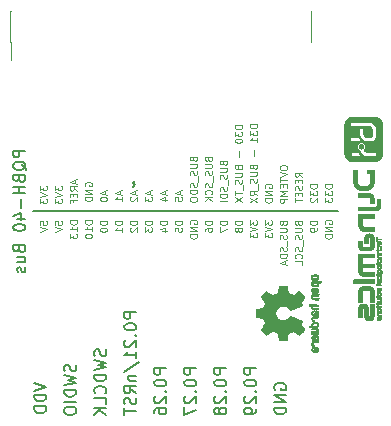
<source format=gbr>
G04 #@! TF.GenerationSoftware,KiCad,Pcbnew,(5.1.6)-1*
G04 #@! TF.CreationDate,2020-10-15T10:51:02+02:00*
G04 #@! TF.ProjectId,DynOSSAT-EDU-Comms,44796e4f-5353-4415-942d-4544552d436f,rev?*
G04 #@! TF.SameCoordinates,Original*
G04 #@! TF.FileFunction,Legend,Bot*
G04 #@! TF.FilePolarity,Positive*
%FSLAX46Y46*%
G04 Gerber Fmt 4.6, Leading zero omitted, Abs format (unit mm)*
G04 Created by KiCad (PCBNEW (5.1.6)-1) date 2020-10-15 10:51:02*
%MOMM*%
%LPD*%
G01*
G04 APERTURE LIST*
%ADD10C,0.150000*%
%ADD11C,0.100000*%
%ADD12C,0.010000*%
%ADD13C,0.120000*%
G04 APERTURE END LIST*
D10*
X146756428Y-105529095D02*
X146708809Y-105576714D01*
X146661190Y-105671952D01*
X146756428Y-105862428D01*
X146708809Y-105957666D01*
X146661190Y-106005285D01*
X137485380Y-102957952D02*
X136485380Y-102957952D01*
X136485380Y-103338904D01*
X136533000Y-103434142D01*
X136580619Y-103481761D01*
X136675857Y-103529380D01*
X136818714Y-103529380D01*
X136913952Y-103481761D01*
X136961571Y-103434142D01*
X137009190Y-103338904D01*
X137009190Y-102957952D01*
X137580619Y-104624619D02*
X137533000Y-104529380D01*
X137437761Y-104434142D01*
X137294904Y-104291285D01*
X137247285Y-104196047D01*
X137247285Y-104100809D01*
X137485380Y-104148428D02*
X137437761Y-104053190D01*
X137342523Y-103957952D01*
X137152047Y-103910333D01*
X136818714Y-103910333D01*
X136628238Y-103957952D01*
X136533000Y-104053190D01*
X136485380Y-104148428D01*
X136485380Y-104338904D01*
X136533000Y-104434142D01*
X136628238Y-104529380D01*
X136818714Y-104577000D01*
X137152047Y-104577000D01*
X137342523Y-104529380D01*
X137437761Y-104434142D01*
X137485380Y-104338904D01*
X137485380Y-104148428D01*
X136961571Y-105338904D02*
X137009190Y-105481761D01*
X137056809Y-105529380D01*
X137152047Y-105577000D01*
X137294904Y-105577000D01*
X137390142Y-105529380D01*
X137437761Y-105481761D01*
X137485380Y-105386523D01*
X137485380Y-105005571D01*
X136485380Y-105005571D01*
X136485380Y-105338904D01*
X136533000Y-105434142D01*
X136580619Y-105481761D01*
X136675857Y-105529380D01*
X136771095Y-105529380D01*
X136866333Y-105481761D01*
X136913952Y-105434142D01*
X136961571Y-105338904D01*
X136961571Y-105005571D01*
X137485380Y-106005571D02*
X136485380Y-106005571D01*
X136961571Y-106005571D02*
X136961571Y-106577000D01*
X137485380Y-106577000D02*
X136485380Y-106577000D01*
X137104428Y-107053190D02*
X137104428Y-107815095D01*
X136818714Y-108719857D02*
X137485380Y-108719857D01*
X136437761Y-108481761D02*
X137152047Y-108243666D01*
X137152047Y-108862714D01*
X136485380Y-109434142D02*
X136485380Y-109529380D01*
X136533000Y-109624619D01*
X136580619Y-109672238D01*
X136675857Y-109719857D01*
X136866333Y-109767476D01*
X137104428Y-109767476D01*
X137294904Y-109719857D01*
X137390142Y-109672238D01*
X137437761Y-109624619D01*
X137485380Y-109529380D01*
X137485380Y-109434142D01*
X137437761Y-109338904D01*
X137390142Y-109291285D01*
X137294904Y-109243666D01*
X137104428Y-109196047D01*
X136866333Y-109196047D01*
X136675857Y-109243666D01*
X136580619Y-109291285D01*
X136533000Y-109338904D01*
X136485380Y-109434142D01*
X136961571Y-111291285D02*
X137009190Y-111434142D01*
X137056809Y-111481761D01*
X137152047Y-111529380D01*
X137294904Y-111529380D01*
X137390142Y-111481761D01*
X137437761Y-111434142D01*
X137485380Y-111338904D01*
X137485380Y-110957952D01*
X136485380Y-110957952D01*
X136485380Y-111291285D01*
X136533000Y-111386523D01*
X136580619Y-111434142D01*
X136675857Y-111481761D01*
X136771095Y-111481761D01*
X136866333Y-111434142D01*
X136913952Y-111386523D01*
X136961571Y-111291285D01*
X136961571Y-110957952D01*
X136818714Y-112386523D02*
X137485380Y-112386523D01*
X136818714Y-111957952D02*
X137342523Y-111957952D01*
X137437761Y-112005571D01*
X137485380Y-112100809D01*
X137485380Y-112243666D01*
X137437761Y-112338904D01*
X137390142Y-112386523D01*
X137437761Y-112815095D02*
X137485380Y-112910333D01*
X137485380Y-113100809D01*
X137437761Y-113196047D01*
X137342523Y-113243666D01*
X137294904Y-113243666D01*
X137199666Y-113196047D01*
X137152047Y-113100809D01*
X137152047Y-112957952D01*
X137104428Y-112862714D01*
X137009190Y-112815095D01*
X136961571Y-112815095D01*
X136866333Y-112862714D01*
X136818714Y-112957952D01*
X136818714Y-113100809D01*
X136866333Y-113196047D01*
D11*
X138736428Y-109232714D02*
X138736428Y-108947000D01*
X139022142Y-108918428D01*
X138993571Y-108947000D01*
X138965000Y-109004142D01*
X138965000Y-109147000D01*
X138993571Y-109204142D01*
X139022142Y-109232714D01*
X139079285Y-109261285D01*
X139222142Y-109261285D01*
X139279285Y-109232714D01*
X139307857Y-109204142D01*
X139336428Y-109147000D01*
X139336428Y-109004142D01*
X139307857Y-108947000D01*
X139279285Y-108918428D01*
X138736428Y-109432714D02*
X139336428Y-109632714D01*
X138736428Y-109832714D01*
X140006428Y-109232714D02*
X140006428Y-108947000D01*
X140292142Y-108918428D01*
X140263571Y-108947000D01*
X140235000Y-109004142D01*
X140235000Y-109147000D01*
X140263571Y-109204142D01*
X140292142Y-109232714D01*
X140349285Y-109261285D01*
X140492142Y-109261285D01*
X140549285Y-109232714D01*
X140577857Y-109204142D01*
X140606428Y-109147000D01*
X140606428Y-109004142D01*
X140577857Y-108947000D01*
X140549285Y-108918428D01*
X140006428Y-109432714D02*
X140606428Y-109632714D01*
X140006428Y-109832714D01*
X141876428Y-108872428D02*
X141276428Y-108872428D01*
X141276428Y-109015285D01*
X141305000Y-109101000D01*
X141362142Y-109158142D01*
X141419285Y-109186714D01*
X141533571Y-109215285D01*
X141619285Y-109215285D01*
X141733571Y-109186714D01*
X141790714Y-109158142D01*
X141847857Y-109101000D01*
X141876428Y-109015285D01*
X141876428Y-108872428D01*
X141876428Y-109786714D02*
X141876428Y-109443857D01*
X141876428Y-109615285D02*
X141276428Y-109615285D01*
X141362142Y-109558142D01*
X141419285Y-109501000D01*
X141447857Y-109443857D01*
X141276428Y-109986714D02*
X141276428Y-110358142D01*
X141505000Y-110158142D01*
X141505000Y-110243857D01*
X141533571Y-110301000D01*
X141562142Y-110329571D01*
X141619285Y-110358142D01*
X141762142Y-110358142D01*
X141819285Y-110329571D01*
X141847857Y-110301000D01*
X141876428Y-110243857D01*
X141876428Y-110072428D01*
X141847857Y-110015285D01*
X141819285Y-109986714D01*
X143146428Y-108872428D02*
X142546428Y-108872428D01*
X142546428Y-109015285D01*
X142575000Y-109101000D01*
X142632142Y-109158142D01*
X142689285Y-109186714D01*
X142803571Y-109215285D01*
X142889285Y-109215285D01*
X143003571Y-109186714D01*
X143060714Y-109158142D01*
X143117857Y-109101000D01*
X143146428Y-109015285D01*
X143146428Y-108872428D01*
X143146428Y-109786714D02*
X143146428Y-109443857D01*
X143146428Y-109615285D02*
X142546428Y-109615285D01*
X142632142Y-109558142D01*
X142689285Y-109501000D01*
X142717857Y-109443857D01*
X142546428Y-110158142D02*
X142546428Y-110215285D01*
X142575000Y-110272428D01*
X142603571Y-110301000D01*
X142660714Y-110329571D01*
X142775000Y-110358142D01*
X142917857Y-110358142D01*
X143032142Y-110329571D01*
X143089285Y-110301000D01*
X143117857Y-110272428D01*
X143146428Y-110215285D01*
X143146428Y-110158142D01*
X143117857Y-110101000D01*
X143089285Y-110072428D01*
X143032142Y-110043857D01*
X142917857Y-110015285D01*
X142775000Y-110015285D01*
X142660714Y-110043857D01*
X142603571Y-110072428D01*
X142575000Y-110101000D01*
X142546428Y-110158142D01*
X144416428Y-108904142D02*
X143816428Y-108904142D01*
X143816428Y-109047000D01*
X143845000Y-109132714D01*
X143902142Y-109189857D01*
X143959285Y-109218428D01*
X144073571Y-109247000D01*
X144159285Y-109247000D01*
X144273571Y-109218428D01*
X144330714Y-109189857D01*
X144387857Y-109132714D01*
X144416428Y-109047000D01*
X144416428Y-108904142D01*
X143816428Y-109618428D02*
X143816428Y-109675571D01*
X143845000Y-109732714D01*
X143873571Y-109761285D01*
X143930714Y-109789857D01*
X144045000Y-109818428D01*
X144187857Y-109818428D01*
X144302142Y-109789857D01*
X144359285Y-109761285D01*
X144387857Y-109732714D01*
X144416428Y-109675571D01*
X144416428Y-109618428D01*
X144387857Y-109561285D01*
X144359285Y-109532714D01*
X144302142Y-109504142D01*
X144187857Y-109475571D01*
X144045000Y-109475571D01*
X143930714Y-109504142D01*
X143873571Y-109532714D01*
X143845000Y-109561285D01*
X143816428Y-109618428D01*
X145686428Y-108904142D02*
X145086428Y-108904142D01*
X145086428Y-109047000D01*
X145115000Y-109132714D01*
X145172142Y-109189857D01*
X145229285Y-109218428D01*
X145343571Y-109247000D01*
X145429285Y-109247000D01*
X145543571Y-109218428D01*
X145600714Y-109189857D01*
X145657857Y-109132714D01*
X145686428Y-109047000D01*
X145686428Y-108904142D01*
X145686428Y-109818428D02*
X145686428Y-109475571D01*
X145686428Y-109647000D02*
X145086428Y-109647000D01*
X145172142Y-109589857D01*
X145229285Y-109532714D01*
X145257857Y-109475571D01*
X146956428Y-108904142D02*
X146356428Y-108904142D01*
X146356428Y-109047000D01*
X146385000Y-109132714D01*
X146442142Y-109189857D01*
X146499285Y-109218428D01*
X146613571Y-109247000D01*
X146699285Y-109247000D01*
X146813571Y-109218428D01*
X146870714Y-109189857D01*
X146927857Y-109132714D01*
X146956428Y-109047000D01*
X146956428Y-108904142D01*
X146413571Y-109475571D02*
X146385000Y-109504142D01*
X146356428Y-109561285D01*
X146356428Y-109704142D01*
X146385000Y-109761285D01*
X146413571Y-109789857D01*
X146470714Y-109818428D01*
X146527857Y-109818428D01*
X146613571Y-109789857D01*
X146956428Y-109447000D01*
X146956428Y-109818428D01*
X148226428Y-108904142D02*
X147626428Y-108904142D01*
X147626428Y-109047000D01*
X147655000Y-109132714D01*
X147712142Y-109189857D01*
X147769285Y-109218428D01*
X147883571Y-109247000D01*
X147969285Y-109247000D01*
X148083571Y-109218428D01*
X148140714Y-109189857D01*
X148197857Y-109132714D01*
X148226428Y-109047000D01*
X148226428Y-108904142D01*
X147626428Y-109447000D02*
X147626428Y-109818428D01*
X147855000Y-109618428D01*
X147855000Y-109704142D01*
X147883571Y-109761285D01*
X147912142Y-109789857D01*
X147969285Y-109818428D01*
X148112142Y-109818428D01*
X148169285Y-109789857D01*
X148197857Y-109761285D01*
X148226428Y-109704142D01*
X148226428Y-109532714D01*
X148197857Y-109475571D01*
X148169285Y-109447000D01*
X149496428Y-108904142D02*
X148896428Y-108904142D01*
X148896428Y-109047000D01*
X148925000Y-109132714D01*
X148982142Y-109189857D01*
X149039285Y-109218428D01*
X149153571Y-109247000D01*
X149239285Y-109247000D01*
X149353571Y-109218428D01*
X149410714Y-109189857D01*
X149467857Y-109132714D01*
X149496428Y-109047000D01*
X149496428Y-108904142D01*
X149096428Y-109761285D02*
X149496428Y-109761285D01*
X148867857Y-109618428D02*
X149296428Y-109475571D01*
X149296428Y-109847000D01*
X150766428Y-108904142D02*
X150166428Y-108904142D01*
X150166428Y-109047000D01*
X150195000Y-109132714D01*
X150252142Y-109189857D01*
X150309285Y-109218428D01*
X150423571Y-109247000D01*
X150509285Y-109247000D01*
X150623571Y-109218428D01*
X150680714Y-109189857D01*
X150737857Y-109132714D01*
X150766428Y-109047000D01*
X150766428Y-108904142D01*
X150166428Y-109789857D02*
X150166428Y-109504142D01*
X150452142Y-109475571D01*
X150423571Y-109504142D01*
X150395000Y-109561285D01*
X150395000Y-109704142D01*
X150423571Y-109761285D01*
X150452142Y-109789857D01*
X150509285Y-109818428D01*
X150652142Y-109818428D01*
X150709285Y-109789857D01*
X150737857Y-109761285D01*
X150766428Y-109704142D01*
X150766428Y-109561285D01*
X150737857Y-109504142D01*
X150709285Y-109475571D01*
X151465000Y-109143857D02*
X151436428Y-109086714D01*
X151436428Y-109001000D01*
X151465000Y-108915285D01*
X151522142Y-108858142D01*
X151579285Y-108829571D01*
X151693571Y-108801000D01*
X151779285Y-108801000D01*
X151893571Y-108829571D01*
X151950714Y-108858142D01*
X152007857Y-108915285D01*
X152036428Y-109001000D01*
X152036428Y-109058142D01*
X152007857Y-109143857D01*
X151979285Y-109172428D01*
X151779285Y-109172428D01*
X151779285Y-109058142D01*
X152036428Y-109429571D02*
X151436428Y-109429571D01*
X152036428Y-109772428D01*
X151436428Y-109772428D01*
X152036428Y-110058142D02*
X151436428Y-110058142D01*
X151436428Y-110201000D01*
X151465000Y-110286714D01*
X151522142Y-110343857D01*
X151579285Y-110372428D01*
X151693571Y-110401000D01*
X151779285Y-110401000D01*
X151893571Y-110372428D01*
X151950714Y-110343857D01*
X152007857Y-110286714D01*
X152036428Y-110201000D01*
X152036428Y-110058142D01*
X153306428Y-108904142D02*
X152706428Y-108904142D01*
X152706428Y-109047000D01*
X152735000Y-109132714D01*
X152792142Y-109189857D01*
X152849285Y-109218428D01*
X152963571Y-109247000D01*
X153049285Y-109247000D01*
X153163571Y-109218428D01*
X153220714Y-109189857D01*
X153277857Y-109132714D01*
X153306428Y-109047000D01*
X153306428Y-108904142D01*
X152706428Y-109761285D02*
X152706428Y-109647000D01*
X152735000Y-109589857D01*
X152763571Y-109561285D01*
X152849285Y-109504142D01*
X152963571Y-109475571D01*
X153192142Y-109475571D01*
X153249285Y-109504142D01*
X153277857Y-109532714D01*
X153306428Y-109589857D01*
X153306428Y-109704142D01*
X153277857Y-109761285D01*
X153249285Y-109789857D01*
X153192142Y-109818428D01*
X153049285Y-109818428D01*
X152992142Y-109789857D01*
X152963571Y-109761285D01*
X152935000Y-109704142D01*
X152935000Y-109589857D01*
X152963571Y-109532714D01*
X152992142Y-109504142D01*
X153049285Y-109475571D01*
X154576428Y-108904142D02*
X153976428Y-108904142D01*
X153976428Y-109047000D01*
X154005000Y-109132714D01*
X154062142Y-109189857D01*
X154119285Y-109218428D01*
X154233571Y-109247000D01*
X154319285Y-109247000D01*
X154433571Y-109218428D01*
X154490714Y-109189857D01*
X154547857Y-109132714D01*
X154576428Y-109047000D01*
X154576428Y-108904142D01*
X153976428Y-109447000D02*
X153976428Y-109847000D01*
X154576428Y-109589857D01*
X155846428Y-108904142D02*
X155246428Y-108904142D01*
X155246428Y-109047000D01*
X155275000Y-109132714D01*
X155332142Y-109189857D01*
X155389285Y-109218428D01*
X155503571Y-109247000D01*
X155589285Y-109247000D01*
X155703571Y-109218428D01*
X155760714Y-109189857D01*
X155817857Y-109132714D01*
X155846428Y-109047000D01*
X155846428Y-108904142D01*
X155503571Y-109589857D02*
X155475000Y-109532714D01*
X155446428Y-109504142D01*
X155389285Y-109475571D01*
X155360714Y-109475571D01*
X155303571Y-109504142D01*
X155275000Y-109532714D01*
X155246428Y-109589857D01*
X155246428Y-109704142D01*
X155275000Y-109761285D01*
X155303571Y-109789857D01*
X155360714Y-109818428D01*
X155389285Y-109818428D01*
X155446428Y-109789857D01*
X155475000Y-109761285D01*
X155503571Y-109704142D01*
X155503571Y-109589857D01*
X155532142Y-109532714D01*
X155560714Y-109504142D01*
X155617857Y-109475571D01*
X155732142Y-109475571D01*
X155789285Y-109504142D01*
X155817857Y-109532714D01*
X155846428Y-109589857D01*
X155846428Y-109704142D01*
X155817857Y-109761285D01*
X155789285Y-109789857D01*
X155732142Y-109818428D01*
X155617857Y-109818428D01*
X155560714Y-109789857D01*
X155532142Y-109761285D01*
X155503571Y-109704142D01*
X156516428Y-108858142D02*
X156516428Y-109229571D01*
X156745000Y-109029571D01*
X156745000Y-109115285D01*
X156773571Y-109172428D01*
X156802142Y-109201000D01*
X156859285Y-109229571D01*
X157002142Y-109229571D01*
X157059285Y-109201000D01*
X157087857Y-109172428D01*
X157116428Y-109115285D01*
X157116428Y-108943857D01*
X157087857Y-108886714D01*
X157059285Y-108858142D01*
X156516428Y-109401000D02*
X157116428Y-109601000D01*
X156516428Y-109801000D01*
X156516428Y-109943857D02*
X156516428Y-110315285D01*
X156745000Y-110115285D01*
X156745000Y-110201000D01*
X156773571Y-110258142D01*
X156802142Y-110286714D01*
X156859285Y-110315285D01*
X157002142Y-110315285D01*
X157059285Y-110286714D01*
X157087857Y-110258142D01*
X157116428Y-110201000D01*
X157116428Y-110029571D01*
X157087857Y-109972428D01*
X157059285Y-109943857D01*
X157786428Y-108858142D02*
X157786428Y-109229571D01*
X158015000Y-109029571D01*
X158015000Y-109115285D01*
X158043571Y-109172428D01*
X158072142Y-109201000D01*
X158129285Y-109229571D01*
X158272142Y-109229571D01*
X158329285Y-109201000D01*
X158357857Y-109172428D01*
X158386428Y-109115285D01*
X158386428Y-108943857D01*
X158357857Y-108886714D01*
X158329285Y-108858142D01*
X157786428Y-109401000D02*
X158386428Y-109601000D01*
X157786428Y-109801000D01*
X157786428Y-109943857D02*
X157786428Y-110315285D01*
X158015000Y-110115285D01*
X158015000Y-110201000D01*
X158043571Y-110258142D01*
X158072142Y-110286714D01*
X158129285Y-110315285D01*
X158272142Y-110315285D01*
X158329285Y-110286714D01*
X158357857Y-110258142D01*
X158386428Y-110201000D01*
X158386428Y-110029571D01*
X158357857Y-109972428D01*
X158329285Y-109943857D01*
X159316742Y-109115428D02*
X159345314Y-109201142D01*
X159373885Y-109229714D01*
X159431028Y-109258285D01*
X159516742Y-109258285D01*
X159573885Y-109229714D01*
X159602457Y-109201142D01*
X159631028Y-109144000D01*
X159631028Y-108915428D01*
X159031028Y-108915428D01*
X159031028Y-109115428D01*
X159059600Y-109172571D01*
X159088171Y-109201142D01*
X159145314Y-109229714D01*
X159202457Y-109229714D01*
X159259600Y-109201142D01*
X159288171Y-109172571D01*
X159316742Y-109115428D01*
X159316742Y-108915428D01*
X159031028Y-109515428D02*
X159516742Y-109515428D01*
X159573885Y-109544000D01*
X159602457Y-109572571D01*
X159631028Y-109629714D01*
X159631028Y-109744000D01*
X159602457Y-109801142D01*
X159573885Y-109829714D01*
X159516742Y-109858285D01*
X159031028Y-109858285D01*
X159602457Y-110115428D02*
X159631028Y-110201142D01*
X159631028Y-110344000D01*
X159602457Y-110401142D01*
X159573885Y-110429714D01*
X159516742Y-110458285D01*
X159459600Y-110458285D01*
X159402457Y-110429714D01*
X159373885Y-110401142D01*
X159345314Y-110344000D01*
X159316742Y-110229714D01*
X159288171Y-110172571D01*
X159259600Y-110144000D01*
X159202457Y-110115428D01*
X159145314Y-110115428D01*
X159088171Y-110144000D01*
X159059600Y-110172571D01*
X159031028Y-110229714D01*
X159031028Y-110372571D01*
X159059600Y-110458285D01*
X159688171Y-110572571D02*
X159688171Y-111029714D01*
X159602457Y-111144000D02*
X159631028Y-111229714D01*
X159631028Y-111372571D01*
X159602457Y-111429714D01*
X159573885Y-111458285D01*
X159516742Y-111486857D01*
X159459600Y-111486857D01*
X159402457Y-111458285D01*
X159373885Y-111429714D01*
X159345314Y-111372571D01*
X159316742Y-111258285D01*
X159288171Y-111201142D01*
X159259600Y-111172571D01*
X159202457Y-111144000D01*
X159145314Y-111144000D01*
X159088171Y-111172571D01*
X159059600Y-111201142D01*
X159031028Y-111258285D01*
X159031028Y-111401142D01*
X159059600Y-111486857D01*
X159631028Y-111744000D02*
X159031028Y-111744000D01*
X159031028Y-111886857D01*
X159059600Y-111972571D01*
X159116742Y-112029714D01*
X159173885Y-112058285D01*
X159288171Y-112086857D01*
X159373885Y-112086857D01*
X159488171Y-112058285D01*
X159545314Y-112029714D01*
X159602457Y-111972571D01*
X159631028Y-111886857D01*
X159631028Y-111744000D01*
X159459600Y-112315428D02*
X159459600Y-112601142D01*
X159631028Y-112258285D02*
X159031028Y-112458285D01*
X159631028Y-112658285D01*
X160612142Y-109104314D02*
X160640714Y-109190028D01*
X160669285Y-109218600D01*
X160726428Y-109247171D01*
X160812142Y-109247171D01*
X160869285Y-109218600D01*
X160897857Y-109190028D01*
X160926428Y-109132885D01*
X160926428Y-108904314D01*
X160326428Y-108904314D01*
X160326428Y-109104314D01*
X160355000Y-109161457D01*
X160383571Y-109190028D01*
X160440714Y-109218600D01*
X160497857Y-109218600D01*
X160555000Y-109190028D01*
X160583571Y-109161457D01*
X160612142Y-109104314D01*
X160612142Y-108904314D01*
X160326428Y-109504314D02*
X160812142Y-109504314D01*
X160869285Y-109532885D01*
X160897857Y-109561457D01*
X160926428Y-109618600D01*
X160926428Y-109732885D01*
X160897857Y-109790028D01*
X160869285Y-109818600D01*
X160812142Y-109847171D01*
X160326428Y-109847171D01*
X160897857Y-110104314D02*
X160926428Y-110190028D01*
X160926428Y-110332885D01*
X160897857Y-110390028D01*
X160869285Y-110418600D01*
X160812142Y-110447171D01*
X160755000Y-110447171D01*
X160697857Y-110418600D01*
X160669285Y-110390028D01*
X160640714Y-110332885D01*
X160612142Y-110218600D01*
X160583571Y-110161457D01*
X160555000Y-110132885D01*
X160497857Y-110104314D01*
X160440714Y-110104314D01*
X160383571Y-110132885D01*
X160355000Y-110161457D01*
X160326428Y-110218600D01*
X160326428Y-110361457D01*
X160355000Y-110447171D01*
X160983571Y-110561457D02*
X160983571Y-111018600D01*
X160897857Y-111132885D02*
X160926428Y-111218600D01*
X160926428Y-111361457D01*
X160897857Y-111418600D01*
X160869285Y-111447171D01*
X160812142Y-111475742D01*
X160755000Y-111475742D01*
X160697857Y-111447171D01*
X160669285Y-111418600D01*
X160640714Y-111361457D01*
X160612142Y-111247171D01*
X160583571Y-111190028D01*
X160555000Y-111161457D01*
X160497857Y-111132885D01*
X160440714Y-111132885D01*
X160383571Y-111161457D01*
X160355000Y-111190028D01*
X160326428Y-111247171D01*
X160326428Y-111390028D01*
X160355000Y-111475742D01*
X160869285Y-112075742D02*
X160897857Y-112047171D01*
X160926428Y-111961457D01*
X160926428Y-111904314D01*
X160897857Y-111818600D01*
X160840714Y-111761457D01*
X160783571Y-111732885D01*
X160669285Y-111704314D01*
X160583571Y-111704314D01*
X160469285Y-111732885D01*
X160412142Y-111761457D01*
X160355000Y-111818600D01*
X160326428Y-111904314D01*
X160326428Y-111961457D01*
X160355000Y-112047171D01*
X160383571Y-112075742D01*
X160926428Y-112618600D02*
X160926428Y-112332885D01*
X160326428Y-112332885D01*
X162196428Y-108904142D02*
X161596428Y-108904142D01*
X161596428Y-109047000D01*
X161625000Y-109132714D01*
X161682142Y-109189857D01*
X161739285Y-109218428D01*
X161853571Y-109247000D01*
X161939285Y-109247000D01*
X162053571Y-109218428D01*
X162110714Y-109189857D01*
X162167857Y-109132714D01*
X162196428Y-109047000D01*
X162196428Y-108904142D01*
X162196428Y-109532714D02*
X162196428Y-109647000D01*
X162167857Y-109704142D01*
X162139285Y-109732714D01*
X162053571Y-109789857D01*
X161939285Y-109818428D01*
X161710714Y-109818428D01*
X161653571Y-109789857D01*
X161625000Y-109761285D01*
X161596428Y-109704142D01*
X161596428Y-109589857D01*
X161625000Y-109532714D01*
X161653571Y-109504142D01*
X161710714Y-109475571D01*
X161853571Y-109475571D01*
X161910714Y-109504142D01*
X161939285Y-109532714D01*
X161967857Y-109589857D01*
X161967857Y-109704142D01*
X161939285Y-109761285D01*
X161910714Y-109789857D01*
X161853571Y-109818428D01*
X162895000Y-109143857D02*
X162866428Y-109086714D01*
X162866428Y-109001000D01*
X162895000Y-108915285D01*
X162952142Y-108858142D01*
X163009285Y-108829571D01*
X163123571Y-108801000D01*
X163209285Y-108801000D01*
X163323571Y-108829571D01*
X163380714Y-108858142D01*
X163437857Y-108915285D01*
X163466428Y-109001000D01*
X163466428Y-109058142D01*
X163437857Y-109143857D01*
X163409285Y-109172428D01*
X163209285Y-109172428D01*
X163209285Y-109058142D01*
X163466428Y-109429571D02*
X162866428Y-109429571D01*
X163466428Y-109772428D01*
X162866428Y-109772428D01*
X163466428Y-110058142D02*
X162866428Y-110058142D01*
X162866428Y-110201000D01*
X162895000Y-110286714D01*
X162952142Y-110343857D01*
X163009285Y-110372428D01*
X163123571Y-110401000D01*
X163209285Y-110401000D01*
X163323571Y-110372428D01*
X163380714Y-110343857D01*
X163437857Y-110286714D01*
X163466428Y-110201000D01*
X163466428Y-110058142D01*
D10*
X163957000Y-108077000D02*
X138176000Y-108077000D01*
D11*
X138736428Y-105937142D02*
X138736428Y-106308571D01*
X138965000Y-106108571D01*
X138965000Y-106194285D01*
X138993571Y-106251428D01*
X139022142Y-106280000D01*
X139079285Y-106308571D01*
X139222142Y-106308571D01*
X139279285Y-106280000D01*
X139307857Y-106251428D01*
X139336428Y-106194285D01*
X139336428Y-106022857D01*
X139307857Y-105965714D01*
X139279285Y-105937142D01*
X138736428Y-106480000D02*
X139336428Y-106680000D01*
X138736428Y-106880000D01*
X138736428Y-107022857D02*
X138736428Y-107394285D01*
X138965000Y-107194285D01*
X138965000Y-107280000D01*
X138993571Y-107337142D01*
X139022142Y-107365714D01*
X139079285Y-107394285D01*
X139222142Y-107394285D01*
X139279285Y-107365714D01*
X139307857Y-107337142D01*
X139336428Y-107280000D01*
X139336428Y-107108571D01*
X139307857Y-107051428D01*
X139279285Y-107022857D01*
X140006428Y-105937142D02*
X140006428Y-106308571D01*
X140235000Y-106108571D01*
X140235000Y-106194285D01*
X140263571Y-106251428D01*
X140292142Y-106280000D01*
X140349285Y-106308571D01*
X140492142Y-106308571D01*
X140549285Y-106280000D01*
X140577857Y-106251428D01*
X140606428Y-106194285D01*
X140606428Y-106022857D01*
X140577857Y-105965714D01*
X140549285Y-105937142D01*
X140006428Y-106480000D02*
X140606428Y-106680000D01*
X140006428Y-106880000D01*
X140006428Y-107022857D02*
X140006428Y-107394285D01*
X140235000Y-107194285D01*
X140235000Y-107280000D01*
X140263571Y-107337142D01*
X140292142Y-107365714D01*
X140349285Y-107394285D01*
X140492142Y-107394285D01*
X140549285Y-107365714D01*
X140577857Y-107337142D01*
X140606428Y-107280000D01*
X140606428Y-107108571D01*
X140577857Y-107051428D01*
X140549285Y-107022857D01*
X141705000Y-105454571D02*
X141705000Y-105740285D01*
X141876428Y-105397428D02*
X141276428Y-105597428D01*
X141876428Y-105797428D01*
X141876428Y-106340285D02*
X141590714Y-106140285D01*
X141876428Y-105997428D02*
X141276428Y-105997428D01*
X141276428Y-106226000D01*
X141305000Y-106283142D01*
X141333571Y-106311714D01*
X141390714Y-106340285D01*
X141476428Y-106340285D01*
X141533571Y-106311714D01*
X141562142Y-106283142D01*
X141590714Y-106226000D01*
X141590714Y-105997428D01*
X141562142Y-106597428D02*
X141562142Y-106797428D01*
X141876428Y-106883142D02*
X141876428Y-106597428D01*
X141276428Y-106597428D01*
X141276428Y-106883142D01*
X141562142Y-107340285D02*
X141562142Y-107140285D01*
X141876428Y-107140285D02*
X141276428Y-107140285D01*
X141276428Y-107426000D01*
X142575000Y-105968857D02*
X142546428Y-105911714D01*
X142546428Y-105826000D01*
X142575000Y-105740285D01*
X142632142Y-105683142D01*
X142689285Y-105654571D01*
X142803571Y-105626000D01*
X142889285Y-105626000D01*
X143003571Y-105654571D01*
X143060714Y-105683142D01*
X143117857Y-105740285D01*
X143146428Y-105826000D01*
X143146428Y-105883142D01*
X143117857Y-105968857D01*
X143089285Y-105997428D01*
X142889285Y-105997428D01*
X142889285Y-105883142D01*
X143146428Y-106254571D02*
X142546428Y-106254571D01*
X143146428Y-106597428D01*
X142546428Y-106597428D01*
X143146428Y-106883142D02*
X142546428Y-106883142D01*
X142546428Y-107026000D01*
X142575000Y-107111714D01*
X142632142Y-107168857D01*
X142689285Y-107197428D01*
X142803571Y-107226000D01*
X142889285Y-107226000D01*
X143003571Y-107197428D01*
X143060714Y-107168857D01*
X143117857Y-107111714D01*
X143146428Y-107026000D01*
X143146428Y-106883142D01*
X144245000Y-106378428D02*
X144245000Y-106664142D01*
X144416428Y-106321285D02*
X143816428Y-106521285D01*
X144416428Y-106721285D01*
X143816428Y-107035571D02*
X143816428Y-107092714D01*
X143845000Y-107149857D01*
X143873571Y-107178428D01*
X143930714Y-107207000D01*
X144045000Y-107235571D01*
X144187857Y-107235571D01*
X144302142Y-107207000D01*
X144359285Y-107178428D01*
X144387857Y-107149857D01*
X144416428Y-107092714D01*
X144416428Y-107035571D01*
X144387857Y-106978428D01*
X144359285Y-106949857D01*
X144302142Y-106921285D01*
X144187857Y-106892714D01*
X144045000Y-106892714D01*
X143930714Y-106921285D01*
X143873571Y-106949857D01*
X143845000Y-106978428D01*
X143816428Y-107035571D01*
X145515000Y-106378428D02*
X145515000Y-106664142D01*
X145686428Y-106321285D02*
X145086428Y-106521285D01*
X145686428Y-106721285D01*
X145686428Y-107235571D02*
X145686428Y-106892714D01*
X145686428Y-107064142D02*
X145086428Y-107064142D01*
X145172142Y-107007000D01*
X145229285Y-106949857D01*
X145257857Y-106892714D01*
X146785000Y-106378428D02*
X146785000Y-106664142D01*
X146956428Y-106321285D02*
X146356428Y-106521285D01*
X146956428Y-106721285D01*
X146413571Y-106892714D02*
X146385000Y-106921285D01*
X146356428Y-106978428D01*
X146356428Y-107121285D01*
X146385000Y-107178428D01*
X146413571Y-107207000D01*
X146470714Y-107235571D01*
X146527857Y-107235571D01*
X146613571Y-107207000D01*
X146956428Y-106864142D01*
X146956428Y-107235571D01*
X148055000Y-106378428D02*
X148055000Y-106664142D01*
X148226428Y-106321285D02*
X147626428Y-106521285D01*
X148226428Y-106721285D01*
X147626428Y-106864142D02*
X147626428Y-107235571D01*
X147855000Y-107035571D01*
X147855000Y-107121285D01*
X147883571Y-107178428D01*
X147912142Y-107207000D01*
X147969285Y-107235571D01*
X148112142Y-107235571D01*
X148169285Y-107207000D01*
X148197857Y-107178428D01*
X148226428Y-107121285D01*
X148226428Y-106949857D01*
X148197857Y-106892714D01*
X148169285Y-106864142D01*
X149325000Y-106378428D02*
X149325000Y-106664142D01*
X149496428Y-106321285D02*
X148896428Y-106521285D01*
X149496428Y-106721285D01*
X149096428Y-107178428D02*
X149496428Y-107178428D01*
X148867857Y-107035571D02*
X149296428Y-106892714D01*
X149296428Y-107264142D01*
X150595000Y-106378428D02*
X150595000Y-106664142D01*
X150766428Y-106321285D02*
X150166428Y-106521285D01*
X150766428Y-106721285D01*
X150166428Y-107207000D02*
X150166428Y-106921285D01*
X150452142Y-106892714D01*
X150423571Y-106921285D01*
X150395000Y-106978428D01*
X150395000Y-107121285D01*
X150423571Y-107178428D01*
X150452142Y-107207000D01*
X150509285Y-107235571D01*
X150652142Y-107235571D01*
X150709285Y-107207000D01*
X150737857Y-107178428D01*
X150766428Y-107121285D01*
X150766428Y-106978428D01*
X150737857Y-106921285D01*
X150709285Y-106892714D01*
X151722142Y-103673485D02*
X151750714Y-103759200D01*
X151779285Y-103787771D01*
X151836428Y-103816342D01*
X151922142Y-103816342D01*
X151979285Y-103787771D01*
X152007857Y-103759200D01*
X152036428Y-103702057D01*
X152036428Y-103473485D01*
X151436428Y-103473485D01*
X151436428Y-103673485D01*
X151465000Y-103730628D01*
X151493571Y-103759200D01*
X151550714Y-103787771D01*
X151607857Y-103787771D01*
X151665000Y-103759200D01*
X151693571Y-103730628D01*
X151722142Y-103673485D01*
X151722142Y-103473485D01*
X151436428Y-104073485D02*
X151922142Y-104073485D01*
X151979285Y-104102057D01*
X152007857Y-104130628D01*
X152036428Y-104187771D01*
X152036428Y-104302057D01*
X152007857Y-104359200D01*
X151979285Y-104387771D01*
X151922142Y-104416342D01*
X151436428Y-104416342D01*
X152007857Y-104673485D02*
X152036428Y-104759200D01*
X152036428Y-104902057D01*
X152007857Y-104959200D01*
X151979285Y-104987771D01*
X151922142Y-105016342D01*
X151865000Y-105016342D01*
X151807857Y-104987771D01*
X151779285Y-104959200D01*
X151750714Y-104902057D01*
X151722142Y-104787771D01*
X151693571Y-104730628D01*
X151665000Y-104702057D01*
X151607857Y-104673485D01*
X151550714Y-104673485D01*
X151493571Y-104702057D01*
X151465000Y-104730628D01*
X151436428Y-104787771D01*
X151436428Y-104930628D01*
X151465000Y-105016342D01*
X152093571Y-105130628D02*
X152093571Y-105587771D01*
X152007857Y-105702057D02*
X152036428Y-105787771D01*
X152036428Y-105930628D01*
X152007857Y-105987771D01*
X151979285Y-106016342D01*
X151922142Y-106044914D01*
X151865000Y-106044914D01*
X151807857Y-106016342D01*
X151779285Y-105987771D01*
X151750714Y-105930628D01*
X151722142Y-105816342D01*
X151693571Y-105759200D01*
X151665000Y-105730628D01*
X151607857Y-105702057D01*
X151550714Y-105702057D01*
X151493571Y-105730628D01*
X151465000Y-105759200D01*
X151436428Y-105816342D01*
X151436428Y-105959200D01*
X151465000Y-106044914D01*
X152036428Y-106302057D02*
X151436428Y-106302057D01*
X151436428Y-106444914D01*
X151465000Y-106530628D01*
X151522142Y-106587771D01*
X151579285Y-106616342D01*
X151693571Y-106644914D01*
X151779285Y-106644914D01*
X151893571Y-106616342D01*
X151950714Y-106587771D01*
X152007857Y-106530628D01*
X152036428Y-106444914D01*
X152036428Y-106302057D01*
X151436428Y-107016342D02*
X151436428Y-107130628D01*
X151465000Y-107187771D01*
X151522142Y-107244914D01*
X151636428Y-107273485D01*
X151836428Y-107273485D01*
X151950714Y-107244914D01*
X152007857Y-107187771D01*
X152036428Y-107130628D01*
X152036428Y-107016342D01*
X152007857Y-106959200D01*
X151950714Y-106902057D01*
X151836428Y-106873485D01*
X151636428Y-106873485D01*
X151522142Y-106902057D01*
X151465000Y-106959200D01*
X151436428Y-107016342D01*
X152992142Y-103687771D02*
X153020714Y-103773485D01*
X153049285Y-103802057D01*
X153106428Y-103830628D01*
X153192142Y-103830628D01*
X153249285Y-103802057D01*
X153277857Y-103773485D01*
X153306428Y-103716342D01*
X153306428Y-103487771D01*
X152706428Y-103487771D01*
X152706428Y-103687771D01*
X152735000Y-103744914D01*
X152763571Y-103773485D01*
X152820714Y-103802057D01*
X152877857Y-103802057D01*
X152935000Y-103773485D01*
X152963571Y-103744914D01*
X152992142Y-103687771D01*
X152992142Y-103487771D01*
X152706428Y-104087771D02*
X153192142Y-104087771D01*
X153249285Y-104116342D01*
X153277857Y-104144914D01*
X153306428Y-104202057D01*
X153306428Y-104316342D01*
X153277857Y-104373485D01*
X153249285Y-104402057D01*
X153192142Y-104430628D01*
X152706428Y-104430628D01*
X153277857Y-104687771D02*
X153306428Y-104773485D01*
X153306428Y-104916342D01*
X153277857Y-104973485D01*
X153249285Y-105002057D01*
X153192142Y-105030628D01*
X153135000Y-105030628D01*
X153077857Y-105002057D01*
X153049285Y-104973485D01*
X153020714Y-104916342D01*
X152992142Y-104802057D01*
X152963571Y-104744914D01*
X152935000Y-104716342D01*
X152877857Y-104687771D01*
X152820714Y-104687771D01*
X152763571Y-104716342D01*
X152735000Y-104744914D01*
X152706428Y-104802057D01*
X152706428Y-104944914D01*
X152735000Y-105030628D01*
X153363571Y-105144914D02*
X153363571Y-105602057D01*
X153277857Y-105716342D02*
X153306428Y-105802057D01*
X153306428Y-105944914D01*
X153277857Y-106002057D01*
X153249285Y-106030628D01*
X153192142Y-106059200D01*
X153135000Y-106059200D01*
X153077857Y-106030628D01*
X153049285Y-106002057D01*
X153020714Y-105944914D01*
X152992142Y-105830628D01*
X152963571Y-105773485D01*
X152935000Y-105744914D01*
X152877857Y-105716342D01*
X152820714Y-105716342D01*
X152763571Y-105744914D01*
X152735000Y-105773485D01*
X152706428Y-105830628D01*
X152706428Y-105973485D01*
X152735000Y-106059200D01*
X153249285Y-106659200D02*
X153277857Y-106630628D01*
X153306428Y-106544914D01*
X153306428Y-106487771D01*
X153277857Y-106402057D01*
X153220714Y-106344914D01*
X153163571Y-106316342D01*
X153049285Y-106287771D01*
X152963571Y-106287771D01*
X152849285Y-106316342D01*
X152792142Y-106344914D01*
X152735000Y-106402057D01*
X152706428Y-106487771D01*
X152706428Y-106544914D01*
X152735000Y-106630628D01*
X152763571Y-106659200D01*
X153306428Y-106916342D02*
X152706428Y-106916342D01*
X153306428Y-107259200D02*
X152963571Y-107002057D01*
X152706428Y-107259200D02*
X153049285Y-106916342D01*
X154262142Y-103997314D02*
X154290714Y-104083028D01*
X154319285Y-104111600D01*
X154376428Y-104140171D01*
X154462142Y-104140171D01*
X154519285Y-104111600D01*
X154547857Y-104083028D01*
X154576428Y-104025885D01*
X154576428Y-103797314D01*
X153976428Y-103797314D01*
X153976428Y-103997314D01*
X154005000Y-104054457D01*
X154033571Y-104083028D01*
X154090714Y-104111600D01*
X154147857Y-104111600D01*
X154205000Y-104083028D01*
X154233571Y-104054457D01*
X154262142Y-103997314D01*
X154262142Y-103797314D01*
X153976428Y-104397314D02*
X154462142Y-104397314D01*
X154519285Y-104425885D01*
X154547857Y-104454457D01*
X154576428Y-104511600D01*
X154576428Y-104625885D01*
X154547857Y-104683028D01*
X154519285Y-104711600D01*
X154462142Y-104740171D01*
X153976428Y-104740171D01*
X154547857Y-104997314D02*
X154576428Y-105083028D01*
X154576428Y-105225885D01*
X154547857Y-105283028D01*
X154519285Y-105311600D01*
X154462142Y-105340171D01*
X154405000Y-105340171D01*
X154347857Y-105311600D01*
X154319285Y-105283028D01*
X154290714Y-105225885D01*
X154262142Y-105111600D01*
X154233571Y-105054457D01*
X154205000Y-105025885D01*
X154147857Y-104997314D01*
X154090714Y-104997314D01*
X154033571Y-105025885D01*
X154005000Y-105054457D01*
X153976428Y-105111600D01*
X153976428Y-105254457D01*
X154005000Y-105340171D01*
X154633571Y-105454457D02*
X154633571Y-105911600D01*
X154547857Y-106025885D02*
X154576428Y-106111600D01*
X154576428Y-106254457D01*
X154547857Y-106311600D01*
X154519285Y-106340171D01*
X154462142Y-106368742D01*
X154405000Y-106368742D01*
X154347857Y-106340171D01*
X154319285Y-106311600D01*
X154290714Y-106254457D01*
X154262142Y-106140171D01*
X154233571Y-106083028D01*
X154205000Y-106054457D01*
X154147857Y-106025885D01*
X154090714Y-106025885D01*
X154033571Y-106054457D01*
X154005000Y-106083028D01*
X153976428Y-106140171D01*
X153976428Y-106283028D01*
X154005000Y-106368742D01*
X154576428Y-106625885D02*
X153976428Y-106625885D01*
X153976428Y-106768742D01*
X154005000Y-106854457D01*
X154062142Y-106911600D01*
X154119285Y-106940171D01*
X154233571Y-106968742D01*
X154319285Y-106968742D01*
X154433571Y-106940171D01*
X154490714Y-106911600D01*
X154547857Y-106854457D01*
X154576428Y-106768742D01*
X154576428Y-106625885D01*
X154576428Y-107225885D02*
X153976428Y-107225885D01*
X155846428Y-100813000D02*
X155246428Y-100813000D01*
X155246428Y-100955857D01*
X155275000Y-101041571D01*
X155332142Y-101098714D01*
X155389285Y-101127285D01*
X155503571Y-101155857D01*
X155589285Y-101155857D01*
X155703571Y-101127285D01*
X155760714Y-101098714D01*
X155817857Y-101041571D01*
X155846428Y-100955857D01*
X155846428Y-100813000D01*
X155246428Y-101355857D02*
X155246428Y-101727285D01*
X155475000Y-101527285D01*
X155475000Y-101613000D01*
X155503571Y-101670142D01*
X155532142Y-101698714D01*
X155589285Y-101727285D01*
X155732142Y-101727285D01*
X155789285Y-101698714D01*
X155817857Y-101670142D01*
X155846428Y-101613000D01*
X155846428Y-101441571D01*
X155817857Y-101384428D01*
X155789285Y-101355857D01*
X155246428Y-102098714D02*
X155246428Y-102155857D01*
X155275000Y-102213000D01*
X155303571Y-102241571D01*
X155360714Y-102270142D01*
X155475000Y-102298714D01*
X155617857Y-102298714D01*
X155732142Y-102270142D01*
X155789285Y-102241571D01*
X155817857Y-102213000D01*
X155846428Y-102155857D01*
X155846428Y-102098714D01*
X155817857Y-102041571D01*
X155789285Y-102013000D01*
X155732142Y-101984428D01*
X155617857Y-101955857D01*
X155475000Y-101955857D01*
X155360714Y-101984428D01*
X155303571Y-102013000D01*
X155275000Y-102041571D01*
X155246428Y-102098714D01*
X155617857Y-103013000D02*
X155617857Y-103470142D01*
X155532142Y-104413000D02*
X155560714Y-104498714D01*
X155589285Y-104527285D01*
X155646428Y-104555857D01*
X155732142Y-104555857D01*
X155789285Y-104527285D01*
X155817857Y-104498714D01*
X155846428Y-104441571D01*
X155846428Y-104213000D01*
X155246428Y-104213000D01*
X155246428Y-104413000D01*
X155275000Y-104470142D01*
X155303571Y-104498714D01*
X155360714Y-104527285D01*
X155417857Y-104527285D01*
X155475000Y-104498714D01*
X155503571Y-104470142D01*
X155532142Y-104413000D01*
X155532142Y-104213000D01*
X155246428Y-104813000D02*
X155732142Y-104813000D01*
X155789285Y-104841571D01*
X155817857Y-104870142D01*
X155846428Y-104927285D01*
X155846428Y-105041571D01*
X155817857Y-105098714D01*
X155789285Y-105127285D01*
X155732142Y-105155857D01*
X155246428Y-105155857D01*
X155817857Y-105413000D02*
X155846428Y-105498714D01*
X155846428Y-105641571D01*
X155817857Y-105698714D01*
X155789285Y-105727285D01*
X155732142Y-105755857D01*
X155675000Y-105755857D01*
X155617857Y-105727285D01*
X155589285Y-105698714D01*
X155560714Y-105641571D01*
X155532142Y-105527285D01*
X155503571Y-105470142D01*
X155475000Y-105441571D01*
X155417857Y-105413000D01*
X155360714Y-105413000D01*
X155303571Y-105441571D01*
X155275000Y-105470142D01*
X155246428Y-105527285D01*
X155246428Y-105670142D01*
X155275000Y-105755857D01*
X155903571Y-105870142D02*
X155903571Y-106327285D01*
X155246428Y-106384428D02*
X155246428Y-106727285D01*
X155846428Y-106555857D02*
X155246428Y-106555857D01*
X155246428Y-106870142D02*
X155846428Y-107270142D01*
X155246428Y-107270142D02*
X155846428Y-106870142D01*
X157116428Y-100741571D02*
X156516428Y-100741571D01*
X156516428Y-100884428D01*
X156545000Y-100970142D01*
X156602142Y-101027285D01*
X156659285Y-101055857D01*
X156773571Y-101084428D01*
X156859285Y-101084428D01*
X156973571Y-101055857D01*
X157030714Y-101027285D01*
X157087857Y-100970142D01*
X157116428Y-100884428D01*
X157116428Y-100741571D01*
X156516428Y-101284428D02*
X156516428Y-101655857D01*
X156745000Y-101455857D01*
X156745000Y-101541571D01*
X156773571Y-101598714D01*
X156802142Y-101627285D01*
X156859285Y-101655857D01*
X157002142Y-101655857D01*
X157059285Y-101627285D01*
X157087857Y-101598714D01*
X157116428Y-101541571D01*
X157116428Y-101370142D01*
X157087857Y-101313000D01*
X157059285Y-101284428D01*
X157116428Y-102227285D02*
X157116428Y-101884428D01*
X157116428Y-102055857D02*
X156516428Y-102055857D01*
X156602142Y-101998714D01*
X156659285Y-101941571D01*
X156687857Y-101884428D01*
X156887857Y-102941571D02*
X156887857Y-103398714D01*
X156802142Y-104341571D02*
X156830714Y-104427285D01*
X156859285Y-104455857D01*
X156916428Y-104484428D01*
X157002142Y-104484428D01*
X157059285Y-104455857D01*
X157087857Y-104427285D01*
X157116428Y-104370142D01*
X157116428Y-104141571D01*
X156516428Y-104141571D01*
X156516428Y-104341571D01*
X156545000Y-104398714D01*
X156573571Y-104427285D01*
X156630714Y-104455857D01*
X156687857Y-104455857D01*
X156745000Y-104427285D01*
X156773571Y-104398714D01*
X156802142Y-104341571D01*
X156802142Y-104141571D01*
X156516428Y-104741571D02*
X157002142Y-104741571D01*
X157059285Y-104770142D01*
X157087857Y-104798714D01*
X157116428Y-104855857D01*
X157116428Y-104970142D01*
X157087857Y-105027285D01*
X157059285Y-105055857D01*
X157002142Y-105084428D01*
X156516428Y-105084428D01*
X157087857Y-105341571D02*
X157116428Y-105427285D01*
X157116428Y-105570142D01*
X157087857Y-105627285D01*
X157059285Y-105655857D01*
X157002142Y-105684428D01*
X156945000Y-105684428D01*
X156887857Y-105655857D01*
X156859285Y-105627285D01*
X156830714Y-105570142D01*
X156802142Y-105455857D01*
X156773571Y-105398714D01*
X156745000Y-105370142D01*
X156687857Y-105341571D01*
X156630714Y-105341571D01*
X156573571Y-105370142D01*
X156545000Y-105398714D01*
X156516428Y-105455857D01*
X156516428Y-105598714D01*
X156545000Y-105684428D01*
X157173571Y-105798714D02*
X157173571Y-106255857D01*
X157116428Y-106741571D02*
X156830714Y-106541571D01*
X157116428Y-106398714D02*
X156516428Y-106398714D01*
X156516428Y-106627285D01*
X156545000Y-106684428D01*
X156573571Y-106713000D01*
X156630714Y-106741571D01*
X156716428Y-106741571D01*
X156773571Y-106713000D01*
X156802142Y-106684428D01*
X156830714Y-106627285D01*
X156830714Y-106398714D01*
X156516428Y-106941571D02*
X157116428Y-107341571D01*
X156516428Y-107341571D02*
X157116428Y-106941571D01*
X157815000Y-106095857D02*
X157786428Y-106038714D01*
X157786428Y-105953000D01*
X157815000Y-105867285D01*
X157872142Y-105810142D01*
X157929285Y-105781571D01*
X158043571Y-105753000D01*
X158129285Y-105753000D01*
X158243571Y-105781571D01*
X158300714Y-105810142D01*
X158357857Y-105867285D01*
X158386428Y-105953000D01*
X158386428Y-106010142D01*
X158357857Y-106095857D01*
X158329285Y-106124428D01*
X158129285Y-106124428D01*
X158129285Y-106010142D01*
X158386428Y-106381571D02*
X157786428Y-106381571D01*
X158386428Y-106724428D01*
X157786428Y-106724428D01*
X158386428Y-107010142D02*
X157786428Y-107010142D01*
X157786428Y-107153000D01*
X157815000Y-107238714D01*
X157872142Y-107295857D01*
X157929285Y-107324428D01*
X158043571Y-107353000D01*
X158129285Y-107353000D01*
X158243571Y-107324428D01*
X158300714Y-107295857D01*
X158357857Y-107238714D01*
X158386428Y-107153000D01*
X158386428Y-107010142D01*
X159056428Y-104333857D02*
X159056428Y-104448142D01*
X159085000Y-104505285D01*
X159142142Y-104562428D01*
X159256428Y-104591000D01*
X159456428Y-104591000D01*
X159570714Y-104562428D01*
X159627857Y-104505285D01*
X159656428Y-104448142D01*
X159656428Y-104333857D01*
X159627857Y-104276714D01*
X159570714Y-104219571D01*
X159456428Y-104191000D01*
X159256428Y-104191000D01*
X159142142Y-104219571D01*
X159085000Y-104276714D01*
X159056428Y-104333857D01*
X159056428Y-104762428D02*
X159656428Y-104962428D01*
X159056428Y-105162428D01*
X159056428Y-105276714D02*
X159056428Y-105619571D01*
X159656428Y-105448142D02*
X159056428Y-105448142D01*
X159342142Y-105819571D02*
X159342142Y-106019571D01*
X159656428Y-106105285D02*
X159656428Y-105819571D01*
X159056428Y-105819571D01*
X159056428Y-106105285D01*
X159656428Y-106362428D02*
X159056428Y-106362428D01*
X159485000Y-106562428D01*
X159056428Y-106762428D01*
X159656428Y-106762428D01*
X159656428Y-107048142D02*
X159056428Y-107048142D01*
X159056428Y-107276714D01*
X159085000Y-107333857D01*
X159113571Y-107362428D01*
X159170714Y-107391000D01*
X159256428Y-107391000D01*
X159313571Y-107362428D01*
X159342142Y-107333857D01*
X159370714Y-107276714D01*
X159370714Y-107048142D01*
X160926428Y-105173571D02*
X160640714Y-104973571D01*
X160926428Y-104830714D02*
X160326428Y-104830714D01*
X160326428Y-105059285D01*
X160355000Y-105116428D01*
X160383571Y-105145000D01*
X160440714Y-105173571D01*
X160526428Y-105173571D01*
X160583571Y-105145000D01*
X160612142Y-105116428D01*
X160640714Y-105059285D01*
X160640714Y-104830714D01*
X160612142Y-105430714D02*
X160612142Y-105630714D01*
X160926428Y-105716428D02*
X160926428Y-105430714D01*
X160326428Y-105430714D01*
X160326428Y-105716428D01*
X160897857Y-105945000D02*
X160926428Y-106030714D01*
X160926428Y-106173571D01*
X160897857Y-106230714D01*
X160869285Y-106259285D01*
X160812142Y-106287857D01*
X160755000Y-106287857D01*
X160697857Y-106259285D01*
X160669285Y-106230714D01*
X160640714Y-106173571D01*
X160612142Y-106059285D01*
X160583571Y-106002142D01*
X160555000Y-105973571D01*
X160497857Y-105945000D01*
X160440714Y-105945000D01*
X160383571Y-105973571D01*
X160355000Y-106002142D01*
X160326428Y-106059285D01*
X160326428Y-106202142D01*
X160355000Y-106287857D01*
X160612142Y-106545000D02*
X160612142Y-106745000D01*
X160926428Y-106830714D02*
X160926428Y-106545000D01*
X160326428Y-106545000D01*
X160326428Y-106830714D01*
X160326428Y-107002142D02*
X160326428Y-107345000D01*
X160926428Y-107173571D02*
X160326428Y-107173571D01*
X162196428Y-105824428D02*
X161596428Y-105824428D01*
X161596428Y-105967285D01*
X161625000Y-106053000D01*
X161682142Y-106110142D01*
X161739285Y-106138714D01*
X161853571Y-106167285D01*
X161939285Y-106167285D01*
X162053571Y-106138714D01*
X162110714Y-106110142D01*
X162167857Y-106053000D01*
X162196428Y-105967285D01*
X162196428Y-105824428D01*
X161596428Y-106367285D02*
X161596428Y-106738714D01*
X161825000Y-106538714D01*
X161825000Y-106624428D01*
X161853571Y-106681571D01*
X161882142Y-106710142D01*
X161939285Y-106738714D01*
X162082142Y-106738714D01*
X162139285Y-106710142D01*
X162167857Y-106681571D01*
X162196428Y-106624428D01*
X162196428Y-106453000D01*
X162167857Y-106395857D01*
X162139285Y-106367285D01*
X161653571Y-106967285D02*
X161625000Y-106995857D01*
X161596428Y-107053000D01*
X161596428Y-107195857D01*
X161625000Y-107253000D01*
X161653571Y-107281571D01*
X161710714Y-107310142D01*
X161767857Y-107310142D01*
X161853571Y-107281571D01*
X162196428Y-106938714D01*
X162196428Y-107310142D01*
X163466428Y-105824428D02*
X162866428Y-105824428D01*
X162866428Y-105967285D01*
X162895000Y-106053000D01*
X162952142Y-106110142D01*
X163009285Y-106138714D01*
X163123571Y-106167285D01*
X163209285Y-106167285D01*
X163323571Y-106138714D01*
X163380714Y-106110142D01*
X163437857Y-106053000D01*
X163466428Y-105967285D01*
X163466428Y-105824428D01*
X162866428Y-106367285D02*
X162866428Y-106738714D01*
X163095000Y-106538714D01*
X163095000Y-106624428D01*
X163123571Y-106681571D01*
X163152142Y-106710142D01*
X163209285Y-106738714D01*
X163352142Y-106738714D01*
X163409285Y-106710142D01*
X163437857Y-106681571D01*
X163466428Y-106624428D01*
X163466428Y-106453000D01*
X163437857Y-106395857D01*
X163409285Y-106367285D01*
X162866428Y-106938714D02*
X162866428Y-107310142D01*
X163095000Y-107110142D01*
X163095000Y-107195857D01*
X163123571Y-107253000D01*
X163152142Y-107281571D01*
X163209285Y-107310142D01*
X163352142Y-107310142D01*
X163409285Y-107281571D01*
X163437857Y-107253000D01*
X163466428Y-107195857D01*
X163466428Y-107024428D01*
X163437857Y-106967285D01*
X163409285Y-106938714D01*
D10*
X158631000Y-123190095D02*
X158583380Y-123094857D01*
X158583380Y-122952000D01*
X158631000Y-122809142D01*
X158726238Y-122713904D01*
X158821476Y-122666285D01*
X159011952Y-122618666D01*
X159154809Y-122618666D01*
X159345285Y-122666285D01*
X159440523Y-122713904D01*
X159535761Y-122809142D01*
X159583380Y-122952000D01*
X159583380Y-123047238D01*
X159535761Y-123190095D01*
X159488142Y-123237714D01*
X159154809Y-123237714D01*
X159154809Y-123047238D01*
X159583380Y-123666285D02*
X158583380Y-123666285D01*
X159583380Y-124237714D01*
X158583380Y-124237714D01*
X159583380Y-124713904D02*
X158583380Y-124713904D01*
X158583380Y-124952000D01*
X158631000Y-125094857D01*
X158726238Y-125190095D01*
X158821476Y-125237714D01*
X159011952Y-125285333D01*
X159154809Y-125285333D01*
X159345285Y-125237714D01*
X159440523Y-125190095D01*
X159535761Y-125094857D01*
X159583380Y-124952000D01*
X159583380Y-124713904D01*
X157043380Y-121388428D02*
X156043380Y-121388428D01*
X156043380Y-121769380D01*
X156091000Y-121864619D01*
X156138619Y-121912238D01*
X156233857Y-121959857D01*
X156376714Y-121959857D01*
X156471952Y-121912238D01*
X156519571Y-121864619D01*
X156567190Y-121769380D01*
X156567190Y-121388428D01*
X156043380Y-122578904D02*
X156043380Y-122674142D01*
X156091000Y-122769380D01*
X156138619Y-122817000D01*
X156233857Y-122864619D01*
X156424333Y-122912238D01*
X156662428Y-122912238D01*
X156852904Y-122864619D01*
X156948142Y-122817000D01*
X156995761Y-122769380D01*
X157043380Y-122674142D01*
X157043380Y-122578904D01*
X156995761Y-122483666D01*
X156948142Y-122436047D01*
X156852904Y-122388428D01*
X156662428Y-122340809D01*
X156424333Y-122340809D01*
X156233857Y-122388428D01*
X156138619Y-122436047D01*
X156091000Y-122483666D01*
X156043380Y-122578904D01*
X156948142Y-123340809D02*
X156995761Y-123388428D01*
X157043380Y-123340809D01*
X156995761Y-123293190D01*
X156948142Y-123340809D01*
X157043380Y-123340809D01*
X156138619Y-123769380D02*
X156091000Y-123817000D01*
X156043380Y-123912238D01*
X156043380Y-124150333D01*
X156091000Y-124245571D01*
X156138619Y-124293190D01*
X156233857Y-124340809D01*
X156329095Y-124340809D01*
X156471952Y-124293190D01*
X157043380Y-123721761D01*
X157043380Y-124340809D01*
X157043380Y-124817000D02*
X157043380Y-125007476D01*
X156995761Y-125102714D01*
X156948142Y-125150333D01*
X156805285Y-125245571D01*
X156614809Y-125293190D01*
X156233857Y-125293190D01*
X156138619Y-125245571D01*
X156091000Y-125197952D01*
X156043380Y-125102714D01*
X156043380Y-124912238D01*
X156091000Y-124817000D01*
X156138619Y-124769380D01*
X156233857Y-124721761D01*
X156471952Y-124721761D01*
X156567190Y-124769380D01*
X156614809Y-124817000D01*
X156662428Y-124912238D01*
X156662428Y-125102714D01*
X156614809Y-125197952D01*
X156567190Y-125245571D01*
X156471952Y-125293190D01*
X154503380Y-121388428D02*
X153503380Y-121388428D01*
X153503380Y-121769380D01*
X153551000Y-121864619D01*
X153598619Y-121912238D01*
X153693857Y-121959857D01*
X153836714Y-121959857D01*
X153931952Y-121912238D01*
X153979571Y-121864619D01*
X154027190Y-121769380D01*
X154027190Y-121388428D01*
X153503380Y-122578904D02*
X153503380Y-122674142D01*
X153551000Y-122769380D01*
X153598619Y-122817000D01*
X153693857Y-122864619D01*
X153884333Y-122912238D01*
X154122428Y-122912238D01*
X154312904Y-122864619D01*
X154408142Y-122817000D01*
X154455761Y-122769380D01*
X154503380Y-122674142D01*
X154503380Y-122578904D01*
X154455761Y-122483666D01*
X154408142Y-122436047D01*
X154312904Y-122388428D01*
X154122428Y-122340809D01*
X153884333Y-122340809D01*
X153693857Y-122388428D01*
X153598619Y-122436047D01*
X153551000Y-122483666D01*
X153503380Y-122578904D01*
X154408142Y-123340809D02*
X154455761Y-123388428D01*
X154503380Y-123340809D01*
X154455761Y-123293190D01*
X154408142Y-123340809D01*
X154503380Y-123340809D01*
X153598619Y-123769380D02*
X153551000Y-123817000D01*
X153503380Y-123912238D01*
X153503380Y-124150333D01*
X153551000Y-124245571D01*
X153598619Y-124293190D01*
X153693857Y-124340809D01*
X153789095Y-124340809D01*
X153931952Y-124293190D01*
X154503380Y-123721761D01*
X154503380Y-124340809D01*
X153931952Y-124912238D02*
X153884333Y-124817000D01*
X153836714Y-124769380D01*
X153741476Y-124721761D01*
X153693857Y-124721761D01*
X153598619Y-124769380D01*
X153551000Y-124817000D01*
X153503380Y-124912238D01*
X153503380Y-125102714D01*
X153551000Y-125197952D01*
X153598619Y-125245571D01*
X153693857Y-125293190D01*
X153741476Y-125293190D01*
X153836714Y-125245571D01*
X153884333Y-125197952D01*
X153931952Y-125102714D01*
X153931952Y-124912238D01*
X153979571Y-124817000D01*
X154027190Y-124769380D01*
X154122428Y-124721761D01*
X154312904Y-124721761D01*
X154408142Y-124769380D01*
X154455761Y-124817000D01*
X154503380Y-124912238D01*
X154503380Y-125102714D01*
X154455761Y-125197952D01*
X154408142Y-125245571D01*
X154312904Y-125293190D01*
X154122428Y-125293190D01*
X154027190Y-125245571D01*
X153979571Y-125197952D01*
X153931952Y-125102714D01*
X151963380Y-121388428D02*
X150963380Y-121388428D01*
X150963380Y-121769380D01*
X151011000Y-121864619D01*
X151058619Y-121912238D01*
X151153857Y-121959857D01*
X151296714Y-121959857D01*
X151391952Y-121912238D01*
X151439571Y-121864619D01*
X151487190Y-121769380D01*
X151487190Y-121388428D01*
X150963380Y-122578904D02*
X150963380Y-122674142D01*
X151011000Y-122769380D01*
X151058619Y-122817000D01*
X151153857Y-122864619D01*
X151344333Y-122912238D01*
X151582428Y-122912238D01*
X151772904Y-122864619D01*
X151868142Y-122817000D01*
X151915761Y-122769380D01*
X151963380Y-122674142D01*
X151963380Y-122578904D01*
X151915761Y-122483666D01*
X151868142Y-122436047D01*
X151772904Y-122388428D01*
X151582428Y-122340809D01*
X151344333Y-122340809D01*
X151153857Y-122388428D01*
X151058619Y-122436047D01*
X151011000Y-122483666D01*
X150963380Y-122578904D01*
X151868142Y-123340809D02*
X151915761Y-123388428D01*
X151963380Y-123340809D01*
X151915761Y-123293190D01*
X151868142Y-123340809D01*
X151963380Y-123340809D01*
X151058619Y-123769380D02*
X151011000Y-123817000D01*
X150963380Y-123912238D01*
X150963380Y-124150333D01*
X151011000Y-124245571D01*
X151058619Y-124293190D01*
X151153857Y-124340809D01*
X151249095Y-124340809D01*
X151391952Y-124293190D01*
X151963380Y-123721761D01*
X151963380Y-124340809D01*
X150963380Y-124674142D02*
X150963380Y-125340809D01*
X151963380Y-124912238D01*
X149423380Y-121388428D02*
X148423380Y-121388428D01*
X148423380Y-121769380D01*
X148471000Y-121864619D01*
X148518619Y-121912238D01*
X148613857Y-121959857D01*
X148756714Y-121959857D01*
X148851952Y-121912238D01*
X148899571Y-121864619D01*
X148947190Y-121769380D01*
X148947190Y-121388428D01*
X148423380Y-122578904D02*
X148423380Y-122674142D01*
X148471000Y-122769380D01*
X148518619Y-122817000D01*
X148613857Y-122864619D01*
X148804333Y-122912238D01*
X149042428Y-122912238D01*
X149232904Y-122864619D01*
X149328142Y-122817000D01*
X149375761Y-122769380D01*
X149423380Y-122674142D01*
X149423380Y-122578904D01*
X149375761Y-122483666D01*
X149328142Y-122436047D01*
X149232904Y-122388428D01*
X149042428Y-122340809D01*
X148804333Y-122340809D01*
X148613857Y-122388428D01*
X148518619Y-122436047D01*
X148471000Y-122483666D01*
X148423380Y-122578904D01*
X149328142Y-123340809D02*
X149375761Y-123388428D01*
X149423380Y-123340809D01*
X149375761Y-123293190D01*
X149328142Y-123340809D01*
X149423380Y-123340809D01*
X148518619Y-123769380D02*
X148471000Y-123817000D01*
X148423380Y-123912238D01*
X148423380Y-124150333D01*
X148471000Y-124245571D01*
X148518619Y-124293190D01*
X148613857Y-124340809D01*
X148709095Y-124340809D01*
X148851952Y-124293190D01*
X149423380Y-123721761D01*
X149423380Y-124340809D01*
X148423380Y-125197952D02*
X148423380Y-125007476D01*
X148471000Y-124912238D01*
X148518619Y-124864619D01*
X148661476Y-124769380D01*
X148851952Y-124721761D01*
X149232904Y-124721761D01*
X149328142Y-124769380D01*
X149375761Y-124817000D01*
X149423380Y-124912238D01*
X149423380Y-125102714D01*
X149375761Y-125197952D01*
X149328142Y-125245571D01*
X149232904Y-125293190D01*
X148994809Y-125293190D01*
X148899571Y-125245571D01*
X148851952Y-125197952D01*
X148804333Y-125102714D01*
X148804333Y-124912238D01*
X148851952Y-124817000D01*
X148899571Y-124769380D01*
X148994809Y-124721761D01*
X146883380Y-116642095D02*
X145883380Y-116642095D01*
X145883380Y-117023047D01*
X145931000Y-117118285D01*
X145978619Y-117165904D01*
X146073857Y-117213523D01*
X146216714Y-117213523D01*
X146311952Y-117165904D01*
X146359571Y-117118285D01*
X146407190Y-117023047D01*
X146407190Y-116642095D01*
X145883380Y-117832571D02*
X145883380Y-117927809D01*
X145931000Y-118023047D01*
X145978619Y-118070666D01*
X146073857Y-118118285D01*
X146264333Y-118165904D01*
X146502428Y-118165904D01*
X146692904Y-118118285D01*
X146788142Y-118070666D01*
X146835761Y-118023047D01*
X146883380Y-117927809D01*
X146883380Y-117832571D01*
X146835761Y-117737333D01*
X146788142Y-117689714D01*
X146692904Y-117642095D01*
X146502428Y-117594476D01*
X146264333Y-117594476D01*
X146073857Y-117642095D01*
X145978619Y-117689714D01*
X145931000Y-117737333D01*
X145883380Y-117832571D01*
X146788142Y-118594476D02*
X146835761Y-118642095D01*
X146883380Y-118594476D01*
X146835761Y-118546857D01*
X146788142Y-118594476D01*
X146883380Y-118594476D01*
X145978619Y-119023047D02*
X145931000Y-119070666D01*
X145883380Y-119165904D01*
X145883380Y-119404000D01*
X145931000Y-119499238D01*
X145978619Y-119546857D01*
X146073857Y-119594476D01*
X146169095Y-119594476D01*
X146311952Y-119546857D01*
X146883380Y-118975428D01*
X146883380Y-119594476D01*
X146883380Y-120546857D02*
X146883380Y-119975428D01*
X146883380Y-120261142D02*
X145883380Y-120261142D01*
X146026238Y-120165904D01*
X146121476Y-120070666D01*
X146169095Y-119975428D01*
X145835761Y-121689714D02*
X147121476Y-120832571D01*
X146216714Y-122023047D02*
X146883380Y-122023047D01*
X146311952Y-122023047D02*
X146264333Y-122070666D01*
X146216714Y-122165904D01*
X146216714Y-122308761D01*
X146264333Y-122404000D01*
X146359571Y-122451619D01*
X146883380Y-122451619D01*
X146883380Y-123499238D02*
X146407190Y-123165904D01*
X146883380Y-122927809D02*
X145883380Y-122927809D01*
X145883380Y-123308761D01*
X145931000Y-123404000D01*
X145978619Y-123451619D01*
X146073857Y-123499238D01*
X146216714Y-123499238D01*
X146311952Y-123451619D01*
X146359571Y-123404000D01*
X146407190Y-123308761D01*
X146407190Y-122927809D01*
X146835761Y-123880190D02*
X146883380Y-124023047D01*
X146883380Y-124261142D01*
X146835761Y-124356380D01*
X146788142Y-124404000D01*
X146692904Y-124451619D01*
X146597666Y-124451619D01*
X146502428Y-124404000D01*
X146454809Y-124356380D01*
X146407190Y-124261142D01*
X146359571Y-124070666D01*
X146311952Y-123975428D01*
X146264333Y-123927809D01*
X146169095Y-123880190D01*
X146073857Y-123880190D01*
X145978619Y-123927809D01*
X145931000Y-123975428D01*
X145883380Y-124070666D01*
X145883380Y-124308761D01*
X145931000Y-124451619D01*
X145883380Y-124737333D02*
X145883380Y-125308761D01*
X146883380Y-125023047D02*
X145883380Y-125023047D01*
X144295761Y-119793095D02*
X144343380Y-119935952D01*
X144343380Y-120174047D01*
X144295761Y-120269285D01*
X144248142Y-120316904D01*
X144152904Y-120364523D01*
X144057666Y-120364523D01*
X143962428Y-120316904D01*
X143914809Y-120269285D01*
X143867190Y-120174047D01*
X143819571Y-119983571D01*
X143771952Y-119888333D01*
X143724333Y-119840714D01*
X143629095Y-119793095D01*
X143533857Y-119793095D01*
X143438619Y-119840714D01*
X143391000Y-119888333D01*
X143343380Y-119983571D01*
X143343380Y-120221666D01*
X143391000Y-120364523D01*
X143343380Y-120697857D02*
X144343380Y-120935952D01*
X143629095Y-121126428D01*
X144343380Y-121316904D01*
X143343380Y-121555000D01*
X144343380Y-121935952D02*
X143343380Y-121935952D01*
X143343380Y-122174047D01*
X143391000Y-122316904D01*
X143486238Y-122412142D01*
X143581476Y-122459761D01*
X143771952Y-122507380D01*
X143914809Y-122507380D01*
X144105285Y-122459761D01*
X144200523Y-122412142D01*
X144295761Y-122316904D01*
X144343380Y-122174047D01*
X144343380Y-121935952D01*
X144248142Y-123507380D02*
X144295761Y-123459761D01*
X144343380Y-123316904D01*
X144343380Y-123221666D01*
X144295761Y-123078809D01*
X144200523Y-122983571D01*
X144105285Y-122935952D01*
X143914809Y-122888333D01*
X143771952Y-122888333D01*
X143581476Y-122935952D01*
X143486238Y-122983571D01*
X143391000Y-123078809D01*
X143343380Y-123221666D01*
X143343380Y-123316904D01*
X143391000Y-123459761D01*
X143438619Y-123507380D01*
X144343380Y-124412142D02*
X144343380Y-123935952D01*
X143343380Y-123935952D01*
X144343380Y-124745476D02*
X143343380Y-124745476D01*
X144343380Y-125316904D02*
X143771952Y-124888333D01*
X143343380Y-125316904D02*
X143914809Y-124745476D01*
X141755761Y-121070952D02*
X141803380Y-121213809D01*
X141803380Y-121451904D01*
X141755761Y-121547142D01*
X141708142Y-121594761D01*
X141612904Y-121642380D01*
X141517666Y-121642380D01*
X141422428Y-121594761D01*
X141374809Y-121547142D01*
X141327190Y-121451904D01*
X141279571Y-121261428D01*
X141231952Y-121166190D01*
X141184333Y-121118571D01*
X141089095Y-121070952D01*
X140993857Y-121070952D01*
X140898619Y-121118571D01*
X140851000Y-121166190D01*
X140803380Y-121261428D01*
X140803380Y-121499523D01*
X140851000Y-121642380D01*
X140803380Y-121975714D02*
X141803380Y-122213809D01*
X141089095Y-122404285D01*
X141803380Y-122594761D01*
X140803380Y-122832857D01*
X141803380Y-123213809D02*
X140803380Y-123213809D01*
X140803380Y-123451904D01*
X140851000Y-123594761D01*
X140946238Y-123690000D01*
X141041476Y-123737619D01*
X141231952Y-123785238D01*
X141374809Y-123785238D01*
X141565285Y-123737619D01*
X141660523Y-123690000D01*
X141755761Y-123594761D01*
X141803380Y-123451904D01*
X141803380Y-123213809D01*
X141803380Y-124213809D02*
X140803380Y-124213809D01*
X140803380Y-124880476D02*
X140803380Y-125070952D01*
X140851000Y-125166190D01*
X140946238Y-125261428D01*
X141136714Y-125309047D01*
X141470047Y-125309047D01*
X141660523Y-125261428D01*
X141755761Y-125166190D01*
X141803380Y-125070952D01*
X141803380Y-124880476D01*
X141755761Y-124785238D01*
X141660523Y-124690000D01*
X141470047Y-124642380D01*
X141136714Y-124642380D01*
X140946238Y-124690000D01*
X140851000Y-124785238D01*
X140803380Y-124880476D01*
X138263380Y-122618666D02*
X139263380Y-122952000D01*
X138263380Y-123285333D01*
X139263380Y-123618666D02*
X138263380Y-123618666D01*
X138263380Y-123856761D01*
X138311000Y-123999619D01*
X138406238Y-124094857D01*
X138501476Y-124142476D01*
X138691952Y-124190095D01*
X138834809Y-124190095D01*
X139025285Y-124142476D01*
X139120523Y-124094857D01*
X139215761Y-123999619D01*
X139263380Y-123856761D01*
X139263380Y-123618666D01*
X139263380Y-124618666D02*
X138263380Y-124618666D01*
X138263380Y-124856761D01*
X138311000Y-124999619D01*
X138406238Y-125094857D01*
X138501476Y-125142476D01*
X138691952Y-125190095D01*
X138834809Y-125190095D01*
X139025285Y-125142476D01*
X139120523Y-125094857D01*
X139215761Y-124999619D01*
X139263380Y-124856761D01*
X139263380Y-124618666D01*
D12*
G36*
X161685918Y-114312744D02*
G01*
X161713568Y-114368201D01*
X161764480Y-114417148D01*
X161783338Y-114430629D01*
X161808015Y-114445314D01*
X161834816Y-114454842D01*
X161870587Y-114460293D01*
X161922169Y-114462747D01*
X161990267Y-114463286D01*
X162083588Y-114460852D01*
X162153657Y-114452394D01*
X162205931Y-114436174D01*
X162245869Y-114410454D01*
X162278929Y-114373497D01*
X162280886Y-114370782D01*
X162300908Y-114334360D01*
X162310815Y-114290502D01*
X162313257Y-114234724D01*
X162313257Y-114144048D01*
X162401283Y-114144010D01*
X162450308Y-114143166D01*
X162479065Y-114138024D01*
X162496311Y-114124587D01*
X162510808Y-114098858D01*
X162513769Y-114092679D01*
X162527648Y-114063764D01*
X162536414Y-114041376D01*
X162537171Y-114024729D01*
X162527023Y-114013036D01*
X162503073Y-114005510D01*
X162462426Y-114001366D01*
X162402186Y-113999815D01*
X162319455Y-114000071D01*
X162211339Y-114001349D01*
X162179000Y-114001748D01*
X162067524Y-114003185D01*
X161994603Y-114004472D01*
X161994603Y-114143971D01*
X162056499Y-114144755D01*
X162096997Y-114148240D01*
X162123708Y-114156124D01*
X162144244Y-114170105D01*
X162154260Y-114179597D01*
X162183567Y-114218404D01*
X162185952Y-114252763D01*
X162161750Y-114288216D01*
X162160857Y-114289114D01*
X162142153Y-114303539D01*
X162116732Y-114312313D01*
X162077584Y-114316739D01*
X162017697Y-114318118D01*
X162004430Y-114318143D01*
X161921901Y-114314812D01*
X161864691Y-114303969D01*
X161829766Y-114284340D01*
X161814094Y-114254650D01*
X161812514Y-114237491D01*
X161819926Y-114196766D01*
X161844330Y-114168832D01*
X161888980Y-114152017D01*
X161957130Y-114144650D01*
X161994603Y-114143971D01*
X161994603Y-114004472D01*
X161981245Y-114004708D01*
X161916333Y-114006677D01*
X161868958Y-114009450D01*
X161835290Y-114013388D01*
X161811498Y-114018849D01*
X161793753Y-114026192D01*
X161778224Y-114035777D01*
X161772381Y-114039887D01*
X161717185Y-114094405D01*
X161685890Y-114163336D01*
X161677165Y-114243072D01*
X161685918Y-114312744D01*
G37*
X161685918Y-114312744D02*
X161713568Y-114368201D01*
X161764480Y-114417148D01*
X161783338Y-114430629D01*
X161808015Y-114445314D01*
X161834816Y-114454842D01*
X161870587Y-114460293D01*
X161922169Y-114462747D01*
X161990267Y-114463286D01*
X162083588Y-114460852D01*
X162153657Y-114452394D01*
X162205931Y-114436174D01*
X162245869Y-114410454D01*
X162278929Y-114373497D01*
X162280886Y-114370782D01*
X162300908Y-114334360D01*
X162310815Y-114290502D01*
X162313257Y-114234724D01*
X162313257Y-114144048D01*
X162401283Y-114144010D01*
X162450308Y-114143166D01*
X162479065Y-114138024D01*
X162496311Y-114124587D01*
X162510808Y-114098858D01*
X162513769Y-114092679D01*
X162527648Y-114063764D01*
X162536414Y-114041376D01*
X162537171Y-114024729D01*
X162527023Y-114013036D01*
X162503073Y-114005510D01*
X162462426Y-114001366D01*
X162402186Y-113999815D01*
X162319455Y-114000071D01*
X162211339Y-114001349D01*
X162179000Y-114001748D01*
X162067524Y-114003185D01*
X161994603Y-114004472D01*
X161994603Y-114143971D01*
X162056499Y-114144755D01*
X162096997Y-114148240D01*
X162123708Y-114156124D01*
X162144244Y-114170105D01*
X162154260Y-114179597D01*
X162183567Y-114218404D01*
X162185952Y-114252763D01*
X162161750Y-114288216D01*
X162160857Y-114289114D01*
X162142153Y-114303539D01*
X162116732Y-114312313D01*
X162077584Y-114316739D01*
X162017697Y-114318118D01*
X162004430Y-114318143D01*
X161921901Y-114314812D01*
X161864691Y-114303969D01*
X161829766Y-114284340D01*
X161814094Y-114254650D01*
X161812514Y-114237491D01*
X161819926Y-114196766D01*
X161844330Y-114168832D01*
X161888980Y-114152017D01*
X161957130Y-114144650D01*
X161994603Y-114143971D01*
X161994603Y-114004472D01*
X161981245Y-114004708D01*
X161916333Y-114006677D01*
X161868958Y-114009450D01*
X161835290Y-114013388D01*
X161811498Y-114018849D01*
X161793753Y-114026192D01*
X161778224Y-114035777D01*
X161772381Y-114039887D01*
X161717185Y-114094405D01*
X161685890Y-114163336D01*
X161677165Y-114243072D01*
X161685918Y-114312744D01*
G36*
X161693780Y-115429093D02*
G01*
X161720723Y-115475672D01*
X161747466Y-115508057D01*
X161775484Y-115531742D01*
X161809748Y-115548059D01*
X161855227Y-115558339D01*
X161916892Y-115563914D01*
X161999711Y-115566116D01*
X162059246Y-115566371D01*
X162278391Y-115566371D01*
X162306044Y-115504686D01*
X162333697Y-115443000D01*
X162093670Y-115435743D01*
X162004028Y-115432744D01*
X161938962Y-115429598D01*
X161894026Y-115425701D01*
X161864770Y-115420447D01*
X161846748Y-115413231D01*
X161835511Y-115403450D01*
X161833079Y-115400312D01*
X161814083Y-115352761D01*
X161821600Y-115304697D01*
X161841543Y-115276086D01*
X161855675Y-115264447D01*
X161874220Y-115256391D01*
X161902334Y-115251271D01*
X161945173Y-115248441D01*
X162007895Y-115247256D01*
X162073261Y-115247057D01*
X162155268Y-115247018D01*
X162213316Y-115245614D01*
X162252465Y-115240914D01*
X162277780Y-115230987D01*
X162294323Y-115213903D01*
X162307156Y-115187732D01*
X162320491Y-115152775D01*
X162335007Y-115114596D01*
X162077389Y-115119141D01*
X161984519Y-115120971D01*
X161915889Y-115123112D01*
X161866711Y-115126181D01*
X161832198Y-115130794D01*
X161807562Y-115137568D01*
X161788016Y-115147119D01*
X161770770Y-115158634D01*
X161715680Y-115214190D01*
X161683822Y-115281980D01*
X161676191Y-115355713D01*
X161693780Y-115429093D01*
G37*
X161693780Y-115429093D02*
X161720723Y-115475672D01*
X161747466Y-115508057D01*
X161775484Y-115531742D01*
X161809748Y-115548059D01*
X161855227Y-115558339D01*
X161916892Y-115563914D01*
X161999711Y-115566116D01*
X162059246Y-115566371D01*
X162278391Y-115566371D01*
X162306044Y-115504686D01*
X162333697Y-115443000D01*
X162093670Y-115435743D01*
X162004028Y-115432744D01*
X161938962Y-115429598D01*
X161894026Y-115425701D01*
X161864770Y-115420447D01*
X161846748Y-115413231D01*
X161835511Y-115403450D01*
X161833079Y-115400312D01*
X161814083Y-115352761D01*
X161821600Y-115304697D01*
X161841543Y-115276086D01*
X161855675Y-115264447D01*
X161874220Y-115256391D01*
X161902334Y-115251271D01*
X161945173Y-115248441D01*
X162007895Y-115247256D01*
X162073261Y-115247057D01*
X162155268Y-115247018D01*
X162213316Y-115245614D01*
X162252465Y-115240914D01*
X162277780Y-115230987D01*
X162294323Y-115213903D01*
X162307156Y-115187732D01*
X162320491Y-115152775D01*
X162335007Y-115114596D01*
X162077389Y-115119141D01*
X161984519Y-115120971D01*
X161915889Y-115123112D01*
X161866711Y-115126181D01*
X161832198Y-115130794D01*
X161807562Y-115137568D01*
X161788016Y-115147119D01*
X161770770Y-115158634D01*
X161715680Y-115214190D01*
X161683822Y-115281980D01*
X161676191Y-115355713D01*
X161693780Y-115429093D01*
G36*
X161687962Y-113754115D02*
G01*
X161723733Y-113822145D01*
X161781301Y-113872351D01*
X161818312Y-113890185D01*
X161873882Y-113904063D01*
X161944096Y-113911167D01*
X162020727Y-113911840D01*
X162095552Y-113906427D01*
X162160342Y-113895270D01*
X162206873Y-113878714D01*
X162214887Y-113873626D01*
X162274707Y-113813355D01*
X162310535Y-113741769D01*
X162321020Y-113664092D01*
X162304810Y-113585548D01*
X162295092Y-113563689D01*
X162265143Y-113521122D01*
X162225433Y-113483763D01*
X162220397Y-113480232D01*
X162196124Y-113465881D01*
X162170178Y-113456394D01*
X162136022Y-113450790D01*
X162087119Y-113448086D01*
X162016935Y-113447299D01*
X162001200Y-113447286D01*
X161996192Y-113447322D01*
X161996192Y-113592429D01*
X162062430Y-113593273D01*
X162106386Y-113596596D01*
X162134779Y-113603583D01*
X162154325Y-113615416D01*
X162160857Y-113621457D01*
X162185680Y-113656186D01*
X162184548Y-113689903D01*
X162163016Y-113723995D01*
X162140029Y-113744329D01*
X162106478Y-113756371D01*
X162053569Y-113763134D01*
X162047399Y-113763598D01*
X161951513Y-113764752D01*
X161880299Y-113752688D01*
X161834194Y-113727570D01*
X161813635Y-113689560D01*
X161812514Y-113675992D01*
X161818152Y-113640364D01*
X161837686Y-113615994D01*
X161875042Y-113601093D01*
X161934150Y-113593875D01*
X161996192Y-113592429D01*
X161996192Y-113447322D01*
X161926413Y-113447826D01*
X161874159Y-113450096D01*
X161837949Y-113455068D01*
X161811299Y-113463713D01*
X161787722Y-113477005D01*
X161783338Y-113479943D01*
X161724249Y-113529313D01*
X161689947Y-113583109D01*
X161676331Y-113648602D01*
X161675665Y-113670842D01*
X161687962Y-113754115D01*
G37*
X161687962Y-113754115D02*
X161723733Y-113822145D01*
X161781301Y-113872351D01*
X161818312Y-113890185D01*
X161873882Y-113904063D01*
X161944096Y-113911167D01*
X162020727Y-113911840D01*
X162095552Y-113906427D01*
X162160342Y-113895270D01*
X162206873Y-113878714D01*
X162214887Y-113873626D01*
X162274707Y-113813355D01*
X162310535Y-113741769D01*
X162321020Y-113664092D01*
X162304810Y-113585548D01*
X162295092Y-113563689D01*
X162265143Y-113521122D01*
X162225433Y-113483763D01*
X162220397Y-113480232D01*
X162196124Y-113465881D01*
X162170178Y-113456394D01*
X162136022Y-113450790D01*
X162087119Y-113448086D01*
X162016935Y-113447299D01*
X162001200Y-113447286D01*
X161996192Y-113447322D01*
X161996192Y-113592429D01*
X162062430Y-113593273D01*
X162106386Y-113596596D01*
X162134779Y-113603583D01*
X162154325Y-113615416D01*
X162160857Y-113621457D01*
X162185680Y-113656186D01*
X162184548Y-113689903D01*
X162163016Y-113723995D01*
X162140029Y-113744329D01*
X162106478Y-113756371D01*
X162053569Y-113763134D01*
X162047399Y-113763598D01*
X161951513Y-113764752D01*
X161880299Y-113752688D01*
X161834194Y-113727570D01*
X161813635Y-113689560D01*
X161812514Y-113675992D01*
X161818152Y-113640364D01*
X161837686Y-113615994D01*
X161875042Y-113601093D01*
X161934150Y-113593875D01*
X161996192Y-113592429D01*
X161996192Y-113447322D01*
X161926413Y-113447826D01*
X161874159Y-113450096D01*
X161837949Y-113455068D01*
X161811299Y-113463713D01*
X161787722Y-113477005D01*
X161783338Y-113479943D01*
X161724249Y-113529313D01*
X161689947Y-113583109D01*
X161676331Y-113648602D01*
X161675665Y-113670842D01*
X161687962Y-113754115D01*
G36*
X161697239Y-114881303D02*
G01*
X161735735Y-114938527D01*
X161791335Y-114982749D01*
X161862086Y-115009167D01*
X161914162Y-115014510D01*
X161935893Y-115013903D01*
X161952531Y-115008822D01*
X161967437Y-114994855D01*
X161983973Y-114967589D01*
X162005498Y-114922612D01*
X162035374Y-114855511D01*
X162035524Y-114855171D01*
X162063813Y-114793407D01*
X162088933Y-114742759D01*
X162108179Y-114708404D01*
X162118848Y-114695518D01*
X162118934Y-114695514D01*
X162142166Y-114706872D01*
X162167774Y-114733431D01*
X162186221Y-114763923D01*
X162189886Y-114779370D01*
X162177212Y-114821515D01*
X162145471Y-114857808D01*
X162110572Y-114875517D01*
X162084845Y-114892552D01*
X162055546Y-114925922D01*
X162030235Y-114965149D01*
X162016471Y-114999756D01*
X162015714Y-115006993D01*
X162028160Y-115015139D01*
X162059972Y-115015630D01*
X162102866Y-115009643D01*
X162148558Y-114998357D01*
X162188761Y-114982950D01*
X162190322Y-114982171D01*
X162255062Y-114935804D01*
X162299097Y-114875711D01*
X162320711Y-114807465D01*
X162318185Y-114736638D01*
X162289804Y-114668804D01*
X162287808Y-114665788D01*
X162239448Y-114612427D01*
X162176352Y-114577340D01*
X162093387Y-114557922D01*
X162070078Y-114555316D01*
X161960055Y-114550701D01*
X161908748Y-114556233D01*
X161908748Y-114695514D01*
X161940753Y-114697324D01*
X161950093Y-114707222D01*
X161943105Y-114731898D01*
X161926587Y-114770795D01*
X161905881Y-114814275D01*
X161905333Y-114815356D01*
X161885949Y-114852209D01*
X161873013Y-114867000D01*
X161859451Y-114863353D01*
X161841632Y-114847995D01*
X161815845Y-114808923D01*
X161813950Y-114766846D01*
X161832717Y-114729103D01*
X161868915Y-114703034D01*
X161908748Y-114695514D01*
X161908748Y-114556233D01*
X161872027Y-114560194D01*
X161802212Y-114584550D01*
X161753302Y-114618456D01*
X161703878Y-114679653D01*
X161679359Y-114747063D01*
X161677797Y-114815880D01*
X161697239Y-114881303D01*
G37*
X161697239Y-114881303D02*
X161735735Y-114938527D01*
X161791335Y-114982749D01*
X161862086Y-115009167D01*
X161914162Y-115014510D01*
X161935893Y-115013903D01*
X161952531Y-115008822D01*
X161967437Y-114994855D01*
X161983973Y-114967589D01*
X162005498Y-114922612D01*
X162035374Y-114855511D01*
X162035524Y-114855171D01*
X162063813Y-114793407D01*
X162088933Y-114742759D01*
X162108179Y-114708404D01*
X162118848Y-114695518D01*
X162118934Y-114695514D01*
X162142166Y-114706872D01*
X162167774Y-114733431D01*
X162186221Y-114763923D01*
X162189886Y-114779370D01*
X162177212Y-114821515D01*
X162145471Y-114857808D01*
X162110572Y-114875517D01*
X162084845Y-114892552D01*
X162055546Y-114925922D01*
X162030235Y-114965149D01*
X162016471Y-114999756D01*
X162015714Y-115006993D01*
X162028160Y-115015139D01*
X162059972Y-115015630D01*
X162102866Y-115009643D01*
X162148558Y-114998357D01*
X162188761Y-114982950D01*
X162190322Y-114982171D01*
X162255062Y-114935804D01*
X162299097Y-114875711D01*
X162320711Y-114807465D01*
X162318185Y-114736638D01*
X162289804Y-114668804D01*
X162287808Y-114665788D01*
X162239448Y-114612427D01*
X162176352Y-114577340D01*
X162093387Y-114557922D01*
X162070078Y-114555316D01*
X161960055Y-114550701D01*
X161908748Y-114556233D01*
X161908748Y-114695514D01*
X161940753Y-114697324D01*
X161950093Y-114707222D01*
X161943105Y-114731898D01*
X161926587Y-114770795D01*
X161905881Y-114814275D01*
X161905333Y-114815356D01*
X161885949Y-114852209D01*
X161873013Y-114867000D01*
X161859451Y-114863353D01*
X161841632Y-114847995D01*
X161815845Y-114808923D01*
X161813950Y-114766846D01*
X161832717Y-114729103D01*
X161868915Y-114703034D01*
X161908748Y-114695514D01*
X161908748Y-114556233D01*
X161872027Y-114560194D01*
X161802212Y-114584550D01*
X161753302Y-114618456D01*
X161703878Y-114679653D01*
X161679359Y-114747063D01*
X161677797Y-114815880D01*
X161697239Y-114881303D01*
G36*
X161617289Y-116088886D02*
G01*
X161676613Y-116093139D01*
X161711572Y-116098025D01*
X161726820Y-116104795D01*
X161727015Y-116114702D01*
X161725195Y-116117914D01*
X161712015Y-116160644D01*
X161712785Y-116216227D01*
X161726333Y-116272737D01*
X161743861Y-116308082D01*
X161771861Y-116344321D01*
X161803549Y-116370813D01*
X161843813Y-116388999D01*
X161897543Y-116400322D01*
X161969626Y-116406222D01*
X162064951Y-116408143D01*
X162083237Y-116408177D01*
X162288646Y-116408200D01*
X162304580Y-116362491D01*
X162315420Y-116330027D01*
X162320468Y-116312215D01*
X162320514Y-116311691D01*
X162306828Y-116309937D01*
X162269076Y-116308444D01*
X162212224Y-116307326D01*
X162141234Y-116306697D01*
X162098073Y-116306600D01*
X162012973Y-116306398D01*
X161951981Y-116305358D01*
X161910177Y-116302831D01*
X161882642Y-116298164D01*
X161864456Y-116290707D01*
X161850698Y-116279811D01*
X161844073Y-116273007D01*
X161817375Y-116226272D01*
X161815375Y-116175272D01*
X161837955Y-116129001D01*
X161846107Y-116120444D01*
X161861436Y-116107893D01*
X161879618Y-116099188D01*
X161905909Y-116093631D01*
X161945562Y-116090526D01*
X162003832Y-116089176D01*
X162084173Y-116088886D01*
X162288646Y-116088886D01*
X162304580Y-116043177D01*
X162315420Y-116010713D01*
X162320468Y-115992901D01*
X162320514Y-115992377D01*
X162306623Y-115991037D01*
X162267439Y-115989828D01*
X162206700Y-115988801D01*
X162128141Y-115988002D01*
X162035498Y-115987481D01*
X161932509Y-115987286D01*
X161535342Y-115987286D01*
X161515444Y-116034457D01*
X161495547Y-116081629D01*
X161617289Y-116088886D01*
G37*
X161617289Y-116088886D02*
X161676613Y-116093139D01*
X161711572Y-116098025D01*
X161726820Y-116104795D01*
X161727015Y-116114702D01*
X161725195Y-116117914D01*
X161712015Y-116160644D01*
X161712785Y-116216227D01*
X161726333Y-116272737D01*
X161743861Y-116308082D01*
X161771861Y-116344321D01*
X161803549Y-116370813D01*
X161843813Y-116388999D01*
X161897543Y-116400322D01*
X161969626Y-116406222D01*
X162064951Y-116408143D01*
X162083237Y-116408177D01*
X162288646Y-116408200D01*
X162304580Y-116362491D01*
X162315420Y-116330027D01*
X162320468Y-116312215D01*
X162320514Y-116311691D01*
X162306828Y-116309937D01*
X162269076Y-116308444D01*
X162212224Y-116307326D01*
X162141234Y-116306697D01*
X162098073Y-116306600D01*
X162012973Y-116306398D01*
X161951981Y-116305358D01*
X161910177Y-116302831D01*
X161882642Y-116298164D01*
X161864456Y-116290707D01*
X161850698Y-116279811D01*
X161844073Y-116273007D01*
X161817375Y-116226272D01*
X161815375Y-116175272D01*
X161837955Y-116129001D01*
X161846107Y-116120444D01*
X161861436Y-116107893D01*
X161879618Y-116099188D01*
X161905909Y-116093631D01*
X161945562Y-116090526D01*
X162003832Y-116089176D01*
X162084173Y-116088886D01*
X162288646Y-116088886D01*
X162304580Y-116043177D01*
X162315420Y-116010713D01*
X162320468Y-115992901D01*
X162320514Y-115992377D01*
X162306623Y-115991037D01*
X162267439Y-115989828D01*
X162206700Y-115988801D01*
X162128141Y-115988002D01*
X162035498Y-115987481D01*
X161932509Y-115987286D01*
X161535342Y-115987286D01*
X161515444Y-116034457D01*
X161495547Y-116081629D01*
X161617289Y-116088886D01*
G36*
X161716968Y-116752744D02*
G01*
X161738087Y-116809616D01*
X161738493Y-116810267D01*
X161764380Y-116845440D01*
X161794633Y-116871407D01*
X161834058Y-116889670D01*
X161887462Y-116901732D01*
X161959651Y-116909096D01*
X162055432Y-116913264D01*
X162069078Y-116913629D01*
X162274842Y-116918876D01*
X162297678Y-116874716D01*
X162313110Y-116842763D01*
X162320423Y-116823470D01*
X162320514Y-116822578D01*
X162307022Y-116819239D01*
X162270626Y-116816587D01*
X162217452Y-116814956D01*
X162174393Y-116814600D01*
X162104641Y-116814592D01*
X162060837Y-116811403D01*
X162039944Y-116800288D01*
X162038925Y-116776501D01*
X162054741Y-116735296D01*
X162083815Y-116673086D01*
X162107963Y-116627341D01*
X162128913Y-116603813D01*
X162151747Y-116596896D01*
X162152877Y-116596886D01*
X162192212Y-116608299D01*
X162213462Y-116642092D01*
X162216539Y-116693809D01*
X162216006Y-116731061D01*
X162226735Y-116750703D01*
X162252505Y-116762952D01*
X162285337Y-116770002D01*
X162303966Y-116759842D01*
X162306632Y-116756017D01*
X162317340Y-116720001D01*
X162318856Y-116669566D01*
X162311759Y-116617626D01*
X162298788Y-116580822D01*
X162255585Y-116529938D01*
X162195446Y-116501014D01*
X162148462Y-116495286D01*
X162106082Y-116499657D01*
X162071488Y-116515475D01*
X162040763Y-116546797D01*
X162009990Y-116597678D01*
X161975252Y-116672176D01*
X161973288Y-116676714D01*
X161942287Y-116743821D01*
X161916862Y-116785232D01*
X161894014Y-116802981D01*
X161870745Y-116799107D01*
X161844056Y-116775643D01*
X161837914Y-116768627D01*
X161814100Y-116721630D01*
X161815103Y-116672933D01*
X161838451Y-116630522D01*
X161881675Y-116602384D01*
X161890160Y-116599769D01*
X161931308Y-116574308D01*
X161951128Y-116542001D01*
X161970770Y-116495286D01*
X161919950Y-116495286D01*
X161846082Y-116509496D01*
X161778327Y-116551675D01*
X161755661Y-116573624D01*
X161726569Y-116623517D01*
X161713400Y-116686967D01*
X161716968Y-116752744D01*
G37*
X161716968Y-116752744D02*
X161738087Y-116809616D01*
X161738493Y-116810267D01*
X161764380Y-116845440D01*
X161794633Y-116871407D01*
X161834058Y-116889670D01*
X161887462Y-116901732D01*
X161959651Y-116909096D01*
X162055432Y-116913264D01*
X162069078Y-116913629D01*
X162274842Y-116918876D01*
X162297678Y-116874716D01*
X162313110Y-116842763D01*
X162320423Y-116823470D01*
X162320514Y-116822578D01*
X162307022Y-116819239D01*
X162270626Y-116816587D01*
X162217452Y-116814956D01*
X162174393Y-116814600D01*
X162104641Y-116814592D01*
X162060837Y-116811403D01*
X162039944Y-116800288D01*
X162038925Y-116776501D01*
X162054741Y-116735296D01*
X162083815Y-116673086D01*
X162107963Y-116627341D01*
X162128913Y-116603813D01*
X162151747Y-116596896D01*
X162152877Y-116596886D01*
X162192212Y-116608299D01*
X162213462Y-116642092D01*
X162216539Y-116693809D01*
X162216006Y-116731061D01*
X162226735Y-116750703D01*
X162252505Y-116762952D01*
X162285337Y-116770002D01*
X162303966Y-116759842D01*
X162306632Y-116756017D01*
X162317340Y-116720001D01*
X162318856Y-116669566D01*
X162311759Y-116617626D01*
X162298788Y-116580822D01*
X162255585Y-116529938D01*
X162195446Y-116501014D01*
X162148462Y-116495286D01*
X162106082Y-116499657D01*
X162071488Y-116515475D01*
X162040763Y-116546797D01*
X162009990Y-116597678D01*
X161975252Y-116672176D01*
X161973288Y-116676714D01*
X161942287Y-116743821D01*
X161916862Y-116785232D01*
X161894014Y-116802981D01*
X161870745Y-116799107D01*
X161844056Y-116775643D01*
X161837914Y-116768627D01*
X161814100Y-116721630D01*
X161815103Y-116672933D01*
X161838451Y-116630522D01*
X161881675Y-116602384D01*
X161890160Y-116599769D01*
X161931308Y-116574308D01*
X161951128Y-116542001D01*
X161970770Y-116495286D01*
X161919950Y-116495286D01*
X161846082Y-116509496D01*
X161778327Y-116551675D01*
X161755661Y-116573624D01*
X161726569Y-116623517D01*
X161713400Y-116686967D01*
X161716968Y-116752744D01*
G36*
X161715755Y-117242926D02*
G01*
X161740084Y-117308858D01*
X161783117Y-117362273D01*
X161813409Y-117383164D01*
X161868994Y-117405939D01*
X161909186Y-117405466D01*
X161936217Y-117381562D01*
X161940813Y-117372717D01*
X161955144Y-117334530D01*
X161951472Y-117315028D01*
X161927407Y-117308422D01*
X161914114Y-117308086D01*
X161865210Y-117295992D01*
X161830999Y-117264471D01*
X161814476Y-117220659D01*
X161818634Y-117171695D01*
X161840227Y-117131894D01*
X161852544Y-117118450D01*
X161867487Y-117108921D01*
X161890075Y-117102485D01*
X161925328Y-117098317D01*
X161978266Y-117095597D01*
X162053907Y-117093502D01*
X162077857Y-117092960D01*
X162159790Y-117090981D01*
X162217455Y-117088731D01*
X162255608Y-117085357D01*
X162279004Y-117080006D01*
X162292398Y-117071824D01*
X162300545Y-117059959D01*
X162304144Y-117052362D01*
X162316452Y-117020102D01*
X162320514Y-117001111D01*
X162306948Y-116994836D01*
X162265934Y-116991006D01*
X162196999Y-116989600D01*
X162099669Y-116990598D01*
X162084657Y-116990908D01*
X161995859Y-116993101D01*
X161931019Y-116995693D01*
X161885067Y-116999382D01*
X161852935Y-117004864D01*
X161829553Y-117012835D01*
X161809852Y-117023993D01*
X161801410Y-117029830D01*
X161764057Y-117063296D01*
X161735003Y-117100727D01*
X161732467Y-117105309D01*
X161712443Y-117172426D01*
X161715755Y-117242926D01*
G37*
X161715755Y-117242926D02*
X161740084Y-117308858D01*
X161783117Y-117362273D01*
X161813409Y-117383164D01*
X161868994Y-117405939D01*
X161909186Y-117405466D01*
X161936217Y-117381562D01*
X161940813Y-117372717D01*
X161955144Y-117334530D01*
X161951472Y-117315028D01*
X161927407Y-117308422D01*
X161914114Y-117308086D01*
X161865210Y-117295992D01*
X161830999Y-117264471D01*
X161814476Y-117220659D01*
X161818634Y-117171695D01*
X161840227Y-117131894D01*
X161852544Y-117118450D01*
X161867487Y-117108921D01*
X161890075Y-117102485D01*
X161925328Y-117098317D01*
X161978266Y-117095597D01*
X162053907Y-117093502D01*
X162077857Y-117092960D01*
X162159790Y-117090981D01*
X162217455Y-117088731D01*
X162255608Y-117085357D01*
X162279004Y-117080006D01*
X162292398Y-117071824D01*
X162300545Y-117059959D01*
X162304144Y-117052362D01*
X162316452Y-117020102D01*
X162320514Y-117001111D01*
X162306948Y-116994836D01*
X162265934Y-116991006D01*
X162196999Y-116989600D01*
X162099669Y-116990598D01*
X162084657Y-116990908D01*
X161995859Y-116993101D01*
X161931019Y-116995693D01*
X161885067Y-116999382D01*
X161852935Y-117004864D01*
X161829553Y-117012835D01*
X161809852Y-117023993D01*
X161801410Y-117029830D01*
X161764057Y-117063296D01*
X161735003Y-117100727D01*
X161732467Y-117105309D01*
X161712443Y-117172426D01*
X161715755Y-117242926D01*
G36*
X161831358Y-117903117D02*
G01*
X161939837Y-117902933D01*
X162023287Y-117902219D01*
X162085704Y-117900675D01*
X162131085Y-117898001D01*
X162163429Y-117893894D01*
X162186733Y-117888055D01*
X162204995Y-117880182D01*
X162215418Y-117874221D01*
X162271945Y-117824855D01*
X162307377Y-117762264D01*
X162320090Y-117693013D01*
X162308463Y-117623668D01*
X162287568Y-117582375D01*
X162251422Y-117539025D01*
X162207276Y-117509481D01*
X162149462Y-117491655D01*
X162072313Y-117483463D01*
X162015714Y-117482302D01*
X162011647Y-117482458D01*
X162011647Y-117583857D01*
X162076550Y-117584476D01*
X162119514Y-117587314D01*
X162147622Y-117593840D01*
X162167953Y-117605523D01*
X162183288Y-117619483D01*
X162212890Y-117666365D01*
X162215419Y-117716701D01*
X162190705Y-117764276D01*
X162187356Y-117767979D01*
X162169935Y-117783783D01*
X162149209Y-117793693D01*
X162118362Y-117799058D01*
X162070577Y-117801228D01*
X162017748Y-117801571D01*
X161951381Y-117800827D01*
X161907106Y-117797748D01*
X161878009Y-117791061D01*
X161857173Y-117779496D01*
X161846107Y-117770013D01*
X161818198Y-117725960D01*
X161814843Y-117675224D01*
X161836159Y-117626796D01*
X161844073Y-117617450D01*
X161861647Y-117601540D01*
X161882587Y-117591610D01*
X161913782Y-117586278D01*
X161962122Y-117584163D01*
X162011647Y-117583857D01*
X162011647Y-117482458D01*
X161924568Y-117485810D01*
X161856086Y-117497726D01*
X161804600Y-117520135D01*
X161764443Y-117555124D01*
X161743861Y-117582375D01*
X161721625Y-117631907D01*
X161711304Y-117689316D01*
X161714067Y-117742682D01*
X161725212Y-117772543D01*
X161728383Y-117784261D01*
X161716557Y-117792037D01*
X161684866Y-117797465D01*
X161636593Y-117801571D01*
X161582829Y-117806067D01*
X161550482Y-117812313D01*
X161531985Y-117823676D01*
X161519770Y-117843528D01*
X161514362Y-117856000D01*
X161494601Y-117903171D01*
X161831358Y-117903117D01*
G37*
X161831358Y-117903117D02*
X161939837Y-117902933D01*
X162023287Y-117902219D01*
X162085704Y-117900675D01*
X162131085Y-117898001D01*
X162163429Y-117893894D01*
X162186733Y-117888055D01*
X162204995Y-117880182D01*
X162215418Y-117874221D01*
X162271945Y-117824855D01*
X162307377Y-117762264D01*
X162320090Y-117693013D01*
X162308463Y-117623668D01*
X162287568Y-117582375D01*
X162251422Y-117539025D01*
X162207276Y-117509481D01*
X162149462Y-117491655D01*
X162072313Y-117483463D01*
X162015714Y-117482302D01*
X162011647Y-117482458D01*
X162011647Y-117583857D01*
X162076550Y-117584476D01*
X162119514Y-117587314D01*
X162147622Y-117593840D01*
X162167953Y-117605523D01*
X162183288Y-117619483D01*
X162212890Y-117666365D01*
X162215419Y-117716701D01*
X162190705Y-117764276D01*
X162187356Y-117767979D01*
X162169935Y-117783783D01*
X162149209Y-117793693D01*
X162118362Y-117799058D01*
X162070577Y-117801228D01*
X162017748Y-117801571D01*
X161951381Y-117800827D01*
X161907106Y-117797748D01*
X161878009Y-117791061D01*
X161857173Y-117779496D01*
X161846107Y-117770013D01*
X161818198Y-117725960D01*
X161814843Y-117675224D01*
X161836159Y-117626796D01*
X161844073Y-117617450D01*
X161861647Y-117601540D01*
X161882587Y-117591610D01*
X161913782Y-117586278D01*
X161962122Y-117584163D01*
X162011647Y-117583857D01*
X162011647Y-117482458D01*
X161924568Y-117485810D01*
X161856086Y-117497726D01*
X161804600Y-117520135D01*
X161764443Y-117555124D01*
X161743861Y-117582375D01*
X161721625Y-117631907D01*
X161711304Y-117689316D01*
X161714067Y-117742682D01*
X161725212Y-117772543D01*
X161728383Y-117784261D01*
X161716557Y-117792037D01*
X161684866Y-117797465D01*
X161636593Y-117801571D01*
X161582829Y-117806067D01*
X161550482Y-117812313D01*
X161531985Y-117823676D01*
X161519770Y-117843528D01*
X161514362Y-117856000D01*
X161494601Y-117903171D01*
X161831358Y-117903117D01*
G36*
X161724663Y-118492833D02*
G01*
X161762850Y-118495048D01*
X161820886Y-118496784D01*
X161894180Y-118497899D01*
X161971055Y-118498257D01*
X162231196Y-118498257D01*
X162277127Y-118452326D01*
X162305429Y-118420675D01*
X162316893Y-118392890D01*
X162316168Y-118354915D01*
X162314321Y-118339840D01*
X162308948Y-118292726D01*
X162305869Y-118253756D01*
X162305585Y-118244257D01*
X162307445Y-118212233D01*
X162312114Y-118166432D01*
X162314321Y-118148674D01*
X162317735Y-118105057D01*
X162310320Y-118075745D01*
X162287427Y-118046680D01*
X162277127Y-118036188D01*
X162231196Y-117990257D01*
X161744602Y-117990257D01*
X161727758Y-118027226D01*
X161715282Y-118059059D01*
X161710914Y-118077683D01*
X161724718Y-118082458D01*
X161763286Y-118086921D01*
X161822356Y-118090775D01*
X161897663Y-118093722D01*
X161961286Y-118095143D01*
X162211657Y-118099114D01*
X162216556Y-118133759D01*
X162213131Y-118165268D01*
X162202041Y-118180708D01*
X162181308Y-118185023D01*
X162137145Y-118188708D01*
X162075146Y-118191469D01*
X162000909Y-118193012D01*
X161962706Y-118193235D01*
X161742783Y-118193457D01*
X161726849Y-118239166D01*
X161716015Y-118271518D01*
X161710962Y-118289115D01*
X161710914Y-118289623D01*
X161724648Y-118291388D01*
X161762730Y-118293329D01*
X161820482Y-118295282D01*
X161893227Y-118297084D01*
X161961286Y-118298343D01*
X162211657Y-118302314D01*
X162211657Y-118389400D01*
X161983240Y-118393396D01*
X161754822Y-118397392D01*
X161732868Y-118439847D01*
X161717793Y-118471192D01*
X161710951Y-118489744D01*
X161710914Y-118490279D01*
X161724663Y-118492833D01*
G37*
X161724663Y-118492833D02*
X161762850Y-118495048D01*
X161820886Y-118496784D01*
X161894180Y-118497899D01*
X161971055Y-118498257D01*
X162231196Y-118498257D01*
X162277127Y-118452326D01*
X162305429Y-118420675D01*
X162316893Y-118392890D01*
X162316168Y-118354915D01*
X162314321Y-118339840D01*
X162308948Y-118292726D01*
X162305869Y-118253756D01*
X162305585Y-118244257D01*
X162307445Y-118212233D01*
X162312114Y-118166432D01*
X162314321Y-118148674D01*
X162317735Y-118105057D01*
X162310320Y-118075745D01*
X162287427Y-118046680D01*
X162277127Y-118036188D01*
X162231196Y-117990257D01*
X161744602Y-117990257D01*
X161727758Y-118027226D01*
X161715282Y-118059059D01*
X161710914Y-118077683D01*
X161724718Y-118082458D01*
X161763286Y-118086921D01*
X161822356Y-118090775D01*
X161897663Y-118093722D01*
X161961286Y-118095143D01*
X162211657Y-118099114D01*
X162216556Y-118133759D01*
X162213131Y-118165268D01*
X162202041Y-118180708D01*
X162181308Y-118185023D01*
X162137145Y-118188708D01*
X162075146Y-118191469D01*
X162000909Y-118193012D01*
X161962706Y-118193235D01*
X161742783Y-118193457D01*
X161726849Y-118239166D01*
X161716015Y-118271518D01*
X161710962Y-118289115D01*
X161710914Y-118289623D01*
X161724648Y-118291388D01*
X161762730Y-118293329D01*
X161820482Y-118295282D01*
X161893227Y-118297084D01*
X161961286Y-118298343D01*
X162211657Y-118302314D01*
X162211657Y-118389400D01*
X161983240Y-118393396D01*
X161754822Y-118397392D01*
X161732868Y-118439847D01*
X161717793Y-118471192D01*
X161710951Y-118489744D01*
X161710914Y-118490279D01*
X161724663Y-118492833D01*
G36*
X161722335Y-118857876D02*
G01*
X161741344Y-118899667D01*
X161764378Y-118932469D01*
X161790133Y-118956503D01*
X161823358Y-118973097D01*
X161868800Y-118983577D01*
X161931207Y-118989271D01*
X162015327Y-118991507D01*
X162070721Y-118991743D01*
X162286826Y-118991743D01*
X162303670Y-118954774D01*
X162315981Y-118925656D01*
X162320514Y-118911231D01*
X162307025Y-118908472D01*
X162270653Y-118906282D01*
X162217542Y-118904942D01*
X162175372Y-118904657D01*
X162114447Y-118903434D01*
X162066115Y-118900136D01*
X162036518Y-118895321D01*
X162030229Y-118891496D01*
X162036652Y-118865783D01*
X162053125Y-118825418D01*
X162075458Y-118778679D01*
X162099457Y-118733845D01*
X162120930Y-118699193D01*
X162135685Y-118683002D01*
X162135845Y-118682938D01*
X162163152Y-118684330D01*
X162189219Y-118696818D01*
X162210392Y-118718743D01*
X162217474Y-118750743D01*
X162216649Y-118778092D01*
X162216042Y-118816826D01*
X162225116Y-118837158D01*
X162249092Y-118849369D01*
X162253613Y-118850909D01*
X162287806Y-118856203D01*
X162308568Y-118842047D01*
X162318462Y-118805148D01*
X162320292Y-118765289D01*
X162306727Y-118693562D01*
X162287355Y-118656432D01*
X162241845Y-118610576D01*
X162185983Y-118586256D01*
X162126957Y-118584073D01*
X162071953Y-118604629D01*
X162037486Y-118635549D01*
X162018189Y-118666420D01*
X161993759Y-118714942D01*
X161968985Y-118771485D01*
X161965199Y-118780910D01*
X161937791Y-118843019D01*
X161913634Y-118878822D01*
X161889619Y-118890337D01*
X161862635Y-118879580D01*
X161841543Y-118861114D01*
X161815572Y-118817469D01*
X161813624Y-118769446D01*
X161833637Y-118725406D01*
X161873551Y-118693709D01*
X161883848Y-118689549D01*
X161921724Y-118665327D01*
X161949842Y-118629965D01*
X161972917Y-118585343D01*
X161907485Y-118585343D01*
X161867506Y-118587969D01*
X161835997Y-118599230D01*
X161802378Y-118624199D01*
X161776484Y-118648169D01*
X161739817Y-118685441D01*
X161720121Y-118714401D01*
X161712220Y-118745505D01*
X161710914Y-118780713D01*
X161722335Y-118857876D01*
G37*
X161722335Y-118857876D02*
X161741344Y-118899667D01*
X161764378Y-118932469D01*
X161790133Y-118956503D01*
X161823358Y-118973097D01*
X161868800Y-118983577D01*
X161931207Y-118989271D01*
X162015327Y-118991507D01*
X162070721Y-118991743D01*
X162286826Y-118991743D01*
X162303670Y-118954774D01*
X162315981Y-118925656D01*
X162320514Y-118911231D01*
X162307025Y-118908472D01*
X162270653Y-118906282D01*
X162217542Y-118904942D01*
X162175372Y-118904657D01*
X162114447Y-118903434D01*
X162066115Y-118900136D01*
X162036518Y-118895321D01*
X162030229Y-118891496D01*
X162036652Y-118865783D01*
X162053125Y-118825418D01*
X162075458Y-118778679D01*
X162099457Y-118733845D01*
X162120930Y-118699193D01*
X162135685Y-118683002D01*
X162135845Y-118682938D01*
X162163152Y-118684330D01*
X162189219Y-118696818D01*
X162210392Y-118718743D01*
X162217474Y-118750743D01*
X162216649Y-118778092D01*
X162216042Y-118816826D01*
X162225116Y-118837158D01*
X162249092Y-118849369D01*
X162253613Y-118850909D01*
X162287806Y-118856203D01*
X162308568Y-118842047D01*
X162318462Y-118805148D01*
X162320292Y-118765289D01*
X162306727Y-118693562D01*
X162287355Y-118656432D01*
X162241845Y-118610576D01*
X162185983Y-118586256D01*
X162126957Y-118584073D01*
X162071953Y-118604629D01*
X162037486Y-118635549D01*
X162018189Y-118666420D01*
X161993759Y-118714942D01*
X161968985Y-118771485D01*
X161965199Y-118780910D01*
X161937791Y-118843019D01*
X161913634Y-118878822D01*
X161889619Y-118890337D01*
X161862635Y-118879580D01*
X161841543Y-118861114D01*
X161815572Y-118817469D01*
X161813624Y-118769446D01*
X161833637Y-118725406D01*
X161873551Y-118693709D01*
X161883848Y-118689549D01*
X161921724Y-118665327D01*
X161949842Y-118629965D01*
X161972917Y-118585343D01*
X161907485Y-118585343D01*
X161867506Y-118587969D01*
X161835997Y-118599230D01*
X161802378Y-118624199D01*
X161776484Y-118648169D01*
X161739817Y-118685441D01*
X161720121Y-118714401D01*
X161712220Y-118745505D01*
X161710914Y-118780713D01*
X161722335Y-118857876D01*
G36*
X161724752Y-119365600D02*
G01*
X161732334Y-119382948D01*
X161765128Y-119424356D01*
X161812547Y-119459765D01*
X161863151Y-119481664D01*
X161888098Y-119485229D01*
X161922927Y-119473279D01*
X161941357Y-119447067D01*
X161952516Y-119418964D01*
X161954572Y-119406095D01*
X161939649Y-119399829D01*
X161907175Y-119387456D01*
X161892502Y-119382028D01*
X161841744Y-119351590D01*
X161816427Y-119307520D01*
X161817206Y-119251010D01*
X161818203Y-119246825D01*
X161832507Y-119216655D01*
X161860393Y-119194476D01*
X161905287Y-119179327D01*
X161970615Y-119170250D01*
X162059804Y-119166286D01*
X162107261Y-119165914D01*
X162182071Y-119165730D01*
X162233069Y-119164522D01*
X162265471Y-119161309D01*
X162284495Y-119155109D01*
X162295356Y-119144940D01*
X162303272Y-119129819D01*
X162303670Y-119128946D01*
X162315981Y-119099828D01*
X162320514Y-119085403D01*
X162306809Y-119083186D01*
X162268925Y-119081289D01*
X162211715Y-119079847D01*
X162140027Y-119078998D01*
X162087565Y-119078829D01*
X161986047Y-119079692D01*
X161909032Y-119083070D01*
X161852023Y-119090142D01*
X161810526Y-119102088D01*
X161780043Y-119120090D01*
X161756080Y-119145327D01*
X161739355Y-119170247D01*
X161717097Y-119230171D01*
X161712076Y-119299911D01*
X161724752Y-119365600D01*
G37*
X161724752Y-119365600D02*
X161732334Y-119382948D01*
X161765128Y-119424356D01*
X161812547Y-119459765D01*
X161863151Y-119481664D01*
X161888098Y-119485229D01*
X161922927Y-119473279D01*
X161941357Y-119447067D01*
X161952516Y-119418964D01*
X161954572Y-119406095D01*
X161939649Y-119399829D01*
X161907175Y-119387456D01*
X161892502Y-119382028D01*
X161841744Y-119351590D01*
X161816427Y-119307520D01*
X161817206Y-119251010D01*
X161818203Y-119246825D01*
X161832507Y-119216655D01*
X161860393Y-119194476D01*
X161905287Y-119179327D01*
X161970615Y-119170250D01*
X162059804Y-119166286D01*
X162107261Y-119165914D01*
X162182071Y-119165730D01*
X162233069Y-119164522D01*
X162265471Y-119161309D01*
X162284495Y-119155109D01*
X162295356Y-119144940D01*
X162303272Y-119129819D01*
X162303670Y-119128946D01*
X162315981Y-119099828D01*
X162320514Y-119085403D01*
X162306809Y-119083186D01*
X162268925Y-119081289D01*
X162211715Y-119079847D01*
X162140027Y-119078998D01*
X162087565Y-119078829D01*
X161986047Y-119079692D01*
X161909032Y-119083070D01*
X161852023Y-119090142D01*
X161810526Y-119102088D01*
X161780043Y-119120090D01*
X161756080Y-119145327D01*
X161739355Y-119170247D01*
X161717097Y-119230171D01*
X161712076Y-119299911D01*
X161724752Y-119365600D01*
G36*
X161732966Y-119866595D02*
G01*
X161770497Y-119924021D01*
X161804096Y-119951719D01*
X161865064Y-119973662D01*
X161913308Y-119975405D01*
X161977816Y-119971457D01*
X162042934Y-119822686D01*
X162076202Y-119750349D01*
X162102964Y-119703084D01*
X162126144Y-119678507D01*
X162148667Y-119674237D01*
X162173455Y-119687889D01*
X162189886Y-119702943D01*
X162216235Y-119746746D01*
X162218081Y-119794389D01*
X162197546Y-119838145D01*
X162156752Y-119870289D01*
X162142347Y-119876038D01*
X162097356Y-119903576D01*
X162078182Y-119935258D01*
X162061779Y-119978714D01*
X162123966Y-119978714D01*
X162166283Y-119974872D01*
X162201969Y-119959823D01*
X162242943Y-119928280D01*
X162248267Y-119923592D01*
X162284720Y-119888506D01*
X162304283Y-119858347D01*
X162313283Y-119820615D01*
X162316230Y-119789335D01*
X162316965Y-119733385D01*
X162307660Y-119693555D01*
X162293846Y-119668708D01*
X162263467Y-119629656D01*
X162230613Y-119602625D01*
X162189294Y-119585517D01*
X162133521Y-119576238D01*
X162057305Y-119572693D01*
X162018622Y-119572410D01*
X161972247Y-119573372D01*
X161972247Y-119661007D01*
X161997126Y-119662023D01*
X162001200Y-119664556D01*
X161995665Y-119681274D01*
X161981017Y-119717249D01*
X161960190Y-119765331D01*
X161955714Y-119775386D01*
X161924814Y-119836152D01*
X161897657Y-119869632D01*
X161872220Y-119876990D01*
X161846481Y-119859391D01*
X161835109Y-119844856D01*
X161812364Y-119792410D01*
X161816122Y-119743322D01*
X161843884Y-119702227D01*
X161893152Y-119673758D01*
X161932257Y-119664631D01*
X161972247Y-119661007D01*
X161972247Y-119573372D01*
X161928249Y-119574285D01*
X161861384Y-119581196D01*
X161812695Y-119594884D01*
X161776849Y-119617096D01*
X161748513Y-119649574D01*
X161739355Y-119663733D01*
X161715507Y-119728053D01*
X161714006Y-119798473D01*
X161732966Y-119866595D01*
G37*
X161732966Y-119866595D02*
X161770497Y-119924021D01*
X161804096Y-119951719D01*
X161865064Y-119973662D01*
X161913308Y-119975405D01*
X161977816Y-119971457D01*
X162042934Y-119822686D01*
X162076202Y-119750349D01*
X162102964Y-119703084D01*
X162126144Y-119678507D01*
X162148667Y-119674237D01*
X162173455Y-119687889D01*
X162189886Y-119702943D01*
X162216235Y-119746746D01*
X162218081Y-119794389D01*
X162197546Y-119838145D01*
X162156752Y-119870289D01*
X162142347Y-119876038D01*
X162097356Y-119903576D01*
X162078182Y-119935258D01*
X162061779Y-119978714D01*
X162123966Y-119978714D01*
X162166283Y-119974872D01*
X162201969Y-119959823D01*
X162242943Y-119928280D01*
X162248267Y-119923592D01*
X162284720Y-119888506D01*
X162304283Y-119858347D01*
X162313283Y-119820615D01*
X162316230Y-119789335D01*
X162316965Y-119733385D01*
X162307660Y-119693555D01*
X162293846Y-119668708D01*
X162263467Y-119629656D01*
X162230613Y-119602625D01*
X162189294Y-119585517D01*
X162133521Y-119576238D01*
X162057305Y-119572693D01*
X162018622Y-119572410D01*
X161972247Y-119573372D01*
X161972247Y-119661007D01*
X161997126Y-119662023D01*
X162001200Y-119664556D01*
X161995665Y-119681274D01*
X161981017Y-119717249D01*
X161960190Y-119765331D01*
X161955714Y-119775386D01*
X161924814Y-119836152D01*
X161897657Y-119869632D01*
X161872220Y-119876990D01*
X161846481Y-119859391D01*
X161835109Y-119844856D01*
X161812364Y-119792410D01*
X161816122Y-119743322D01*
X161843884Y-119702227D01*
X161893152Y-119673758D01*
X161932257Y-119664631D01*
X161972247Y-119661007D01*
X161972247Y-119573372D01*
X161928249Y-119574285D01*
X161861384Y-119581196D01*
X161812695Y-119594884D01*
X161776849Y-119617096D01*
X161748513Y-119649574D01*
X161739355Y-119663733D01*
X161715507Y-119728053D01*
X161714006Y-119798473D01*
X161732966Y-119866595D01*
G36*
X157008348Y-116816910D02*
G01*
X157008778Y-116895454D01*
X157009942Y-116952298D01*
X157012207Y-116991105D01*
X157015940Y-117015538D01*
X157021506Y-117029262D01*
X157029273Y-117035940D01*
X157039605Y-117039236D01*
X157040943Y-117039556D01*
X157065079Y-117044562D01*
X157112701Y-117053829D01*
X157178741Y-117066392D01*
X157258128Y-117081287D01*
X157345796Y-117097551D01*
X157348875Y-117098119D01*
X157434789Y-117114410D01*
X157510696Y-117129652D01*
X157572045Y-117142861D01*
X157614282Y-117153054D01*
X157632855Y-117159248D01*
X157633184Y-117159543D01*
X157642253Y-117177788D01*
X157657367Y-117215405D01*
X157675262Y-117264271D01*
X157675358Y-117264543D01*
X157698493Y-117326093D01*
X157727965Y-117398657D01*
X157757597Y-117467057D01*
X157759062Y-117470294D01*
X157809626Y-117581702D01*
X157641160Y-117828399D01*
X157589803Y-117904077D01*
X157543889Y-117972631D01*
X157506030Y-118030088D01*
X157478837Y-118072476D01*
X157464921Y-118095825D01*
X157463889Y-118098042D01*
X157468484Y-118115010D01*
X157490655Y-118146701D01*
X157531447Y-118194352D01*
X157591905Y-118259198D01*
X157656227Y-118325397D01*
X157719612Y-118389214D01*
X157777451Y-118446329D01*
X157826175Y-118493305D01*
X157862210Y-118526703D01*
X157881984Y-118543085D01*
X157883002Y-118543694D01*
X157896572Y-118545505D01*
X157918733Y-118538683D01*
X157952478Y-118521540D01*
X158000800Y-118492393D01*
X158066692Y-118449555D01*
X158151517Y-118392448D01*
X158226177Y-118341766D01*
X158293140Y-118296461D01*
X158348516Y-118259150D01*
X158388420Y-118232452D01*
X158408962Y-118218985D01*
X158410356Y-118218137D01*
X158430038Y-118219781D01*
X158468293Y-118232245D01*
X158517889Y-118253048D01*
X158533728Y-118260462D01*
X158604290Y-118292814D01*
X158684353Y-118327328D01*
X158753629Y-118355365D01*
X158805045Y-118375568D01*
X158844119Y-118391615D01*
X158864541Y-118400888D01*
X158866114Y-118402041D01*
X158868721Y-118419096D01*
X158875863Y-118459298D01*
X158886523Y-118517302D01*
X158899685Y-118587763D01*
X158914333Y-118665335D01*
X158929449Y-118744672D01*
X158944018Y-118820431D01*
X158957022Y-118887264D01*
X158967445Y-118939828D01*
X158974270Y-118972776D01*
X158976199Y-118980857D01*
X158980962Y-118989205D01*
X158991718Y-118995506D01*
X159012098Y-119000045D01*
X159045734Y-119003104D01*
X159096255Y-119004967D01*
X159167292Y-119005918D01*
X159262476Y-119006240D01*
X159301492Y-119006257D01*
X159618799Y-119006257D01*
X159633839Y-118930057D01*
X159641995Y-118887663D01*
X159653899Y-118824400D01*
X159668116Y-118747962D01*
X159683210Y-118666043D01*
X159687355Y-118643400D01*
X159702053Y-118567806D01*
X159716505Y-118501953D01*
X159729375Y-118451366D01*
X159739322Y-118421574D01*
X159742287Y-118416612D01*
X159763283Y-118404426D01*
X159803967Y-118386953D01*
X159856322Y-118367577D01*
X159867600Y-118363734D01*
X159937523Y-118338339D01*
X160016418Y-118306817D01*
X160087266Y-118275969D01*
X160087595Y-118275817D01*
X160198733Y-118224447D01*
X160447253Y-118393399D01*
X160695772Y-118562352D01*
X160913058Y-118345429D01*
X160977726Y-118279819D01*
X161034733Y-118219979D01*
X161081033Y-118169267D01*
X161113584Y-118131046D01*
X161129343Y-118108675D01*
X161130343Y-118105466D01*
X161122469Y-118086626D01*
X161100578Y-118048180D01*
X161067267Y-117994330D01*
X161025131Y-117929276D01*
X160977943Y-117858940D01*
X160929810Y-117787555D01*
X160887928Y-117723908D01*
X160854871Y-117672041D01*
X160833218Y-117635995D01*
X160825543Y-117619867D01*
X160832037Y-117600189D01*
X160849150Y-117562875D01*
X160873326Y-117515621D01*
X160876013Y-117510612D01*
X160907927Y-117446977D01*
X160923579Y-117403341D01*
X160923745Y-117376202D01*
X160909204Y-117362057D01*
X160909000Y-117361975D01*
X160891779Y-117354905D01*
X160850899Y-117338042D01*
X160789525Y-117312695D01*
X160710819Y-117280171D01*
X160617947Y-117241778D01*
X160514072Y-117198822D01*
X160413502Y-117157222D01*
X160302516Y-117111504D01*
X160199703Y-117069526D01*
X160108215Y-117032548D01*
X160031201Y-117001827D01*
X159971815Y-116978622D01*
X159933209Y-116964190D01*
X159918800Y-116959743D01*
X159902272Y-116970896D01*
X159875930Y-117000069D01*
X159846887Y-117038971D01*
X159755039Y-117149757D01*
X159649759Y-117236351D01*
X159533266Y-117297716D01*
X159407776Y-117332815D01*
X159275507Y-117340608D01*
X159214457Y-117334943D01*
X159087795Y-117304078D01*
X158975941Y-117250920D01*
X158880001Y-117178767D01*
X158801076Y-117090917D01*
X158740270Y-116990665D01*
X158698687Y-116881310D01*
X158677428Y-116766147D01*
X158677599Y-116648475D01*
X158700301Y-116531590D01*
X158746638Y-116418789D01*
X158817713Y-116313369D01*
X158857911Y-116269368D01*
X158961129Y-116184979D01*
X159073925Y-116126222D01*
X159193010Y-116092704D01*
X159315095Y-116084035D01*
X159436893Y-116099823D01*
X159555116Y-116139678D01*
X159666475Y-116203207D01*
X159767684Y-116290021D01*
X159846887Y-116387029D01*
X159877162Y-116427437D01*
X159903219Y-116455982D01*
X159918825Y-116466257D01*
X159935843Y-116460877D01*
X159976500Y-116445575D01*
X160037642Y-116421612D01*
X160116119Y-116390244D01*
X160208780Y-116352732D01*
X160312472Y-116310333D01*
X160413526Y-116268663D01*
X160524607Y-116222690D01*
X160627541Y-116180107D01*
X160719165Y-116142221D01*
X160796316Y-116110340D01*
X160855831Y-116085771D01*
X160894544Y-116069820D01*
X160909000Y-116063910D01*
X160923685Y-116049948D01*
X160923642Y-116022940D01*
X160908099Y-115979413D01*
X160876284Y-115915890D01*
X160876013Y-115915388D01*
X160851323Y-115867560D01*
X160833338Y-115828897D01*
X160825614Y-115807095D01*
X160825543Y-115806133D01*
X160833378Y-115789721D01*
X160855165Y-115753487D01*
X160888328Y-115701474D01*
X160930291Y-115637725D01*
X160977943Y-115567060D01*
X161026191Y-115495116D01*
X161068151Y-115430274D01*
X161101227Y-115376735D01*
X161122821Y-115338697D01*
X161130343Y-115320533D01*
X161120457Y-115303808D01*
X161092826Y-115270180D01*
X161050495Y-115223010D01*
X160996505Y-115165658D01*
X160933899Y-115101484D01*
X160912983Y-115080497D01*
X160695623Y-114863499D01*
X160453220Y-115028668D01*
X160378781Y-115078864D01*
X160311972Y-115122919D01*
X160256665Y-115158362D01*
X160216729Y-115182719D01*
X160196036Y-115193522D01*
X160194563Y-115193838D01*
X160175058Y-115188143D01*
X160135822Y-115172826D01*
X160083430Y-115150537D01*
X160048355Y-115134893D01*
X159981201Y-115105641D01*
X159913358Y-115078094D01*
X159856034Y-115056737D01*
X159838572Y-115050935D01*
X159791938Y-115034452D01*
X159755905Y-115018340D01*
X159742287Y-115009490D01*
X159733952Y-114989960D01*
X159722137Y-114947334D01*
X159708181Y-114887145D01*
X159693422Y-114814922D01*
X159687355Y-114782600D01*
X159672273Y-114700522D01*
X159657669Y-114621795D01*
X159644980Y-114554109D01*
X159635642Y-114505160D01*
X159633839Y-114495943D01*
X159618799Y-114419743D01*
X159301492Y-114419743D01*
X159197154Y-114419914D01*
X159118213Y-114420616D01*
X159061038Y-114422134D01*
X159021999Y-114424749D01*
X158997465Y-114428746D01*
X158983805Y-114434409D01*
X158977389Y-114442020D01*
X158976199Y-114445143D01*
X158971980Y-114463978D01*
X158963562Y-114505588D01*
X158951961Y-114564630D01*
X158938195Y-114635757D01*
X158923280Y-114713625D01*
X158908232Y-114792887D01*
X158894069Y-114868198D01*
X158881806Y-114934213D01*
X158872461Y-114985587D01*
X158867050Y-115016975D01*
X158866114Y-115023959D01*
X158853596Y-115030285D01*
X158820246Y-115044290D01*
X158772377Y-115063355D01*
X158753629Y-115070634D01*
X158681195Y-115099996D01*
X158601170Y-115134571D01*
X158533728Y-115165537D01*
X158482159Y-115188323D01*
X158439785Y-115203482D01*
X158413834Y-115208542D01*
X158410356Y-115207736D01*
X158393936Y-115197041D01*
X158357417Y-115172620D01*
X158304687Y-115137095D01*
X158239635Y-115093087D01*
X158166151Y-115043217D01*
X158151645Y-115033356D01*
X158065704Y-114975492D01*
X158000261Y-114932956D01*
X157952304Y-114904054D01*
X157918820Y-114887090D01*
X157896795Y-114880367D01*
X157883217Y-114882190D01*
X157883131Y-114882236D01*
X157865297Y-114896586D01*
X157830817Y-114928323D01*
X157783268Y-114974010D01*
X157726222Y-115030204D01*
X157663255Y-115093468D01*
X157656227Y-115100602D01*
X157579020Y-115180330D01*
X157522330Y-115241857D01*
X157485110Y-115286421D01*
X157466315Y-115315257D01*
X157463889Y-115327958D01*
X157474471Y-115346494D01*
X157498916Y-115384961D01*
X157534612Y-115439386D01*
X157578947Y-115505798D01*
X157629311Y-115580225D01*
X157641160Y-115597601D01*
X157809626Y-115844297D01*
X157759062Y-115955706D01*
X157729595Y-116023457D01*
X157699959Y-116096183D01*
X157676330Y-116158703D01*
X157675358Y-116161457D01*
X157657457Y-116210360D01*
X157642320Y-116248057D01*
X157633210Y-116266425D01*
X157633184Y-116266456D01*
X157616717Y-116272285D01*
X157576219Y-116282192D01*
X157516242Y-116295195D01*
X157441340Y-116310309D01*
X157356064Y-116326552D01*
X157348875Y-116327881D01*
X157261014Y-116344175D01*
X157181260Y-116359133D01*
X157114681Y-116371791D01*
X157066347Y-116381186D01*
X157041325Y-116386354D01*
X157040943Y-116386444D01*
X157030299Y-116389589D01*
X157022262Y-116395704D01*
X157016467Y-116408453D01*
X157012547Y-116431500D01*
X157010135Y-116468509D01*
X157008865Y-116523144D01*
X157008371Y-116599067D01*
X157008286Y-116699944D01*
X157008286Y-116713000D01*
X157008348Y-116816910D01*
G37*
X157008348Y-116816910D02*
X157008778Y-116895454D01*
X157009942Y-116952298D01*
X157012207Y-116991105D01*
X157015940Y-117015538D01*
X157021506Y-117029262D01*
X157029273Y-117035940D01*
X157039605Y-117039236D01*
X157040943Y-117039556D01*
X157065079Y-117044562D01*
X157112701Y-117053829D01*
X157178741Y-117066392D01*
X157258128Y-117081287D01*
X157345796Y-117097551D01*
X157348875Y-117098119D01*
X157434789Y-117114410D01*
X157510696Y-117129652D01*
X157572045Y-117142861D01*
X157614282Y-117153054D01*
X157632855Y-117159248D01*
X157633184Y-117159543D01*
X157642253Y-117177788D01*
X157657367Y-117215405D01*
X157675262Y-117264271D01*
X157675358Y-117264543D01*
X157698493Y-117326093D01*
X157727965Y-117398657D01*
X157757597Y-117467057D01*
X157759062Y-117470294D01*
X157809626Y-117581702D01*
X157641160Y-117828399D01*
X157589803Y-117904077D01*
X157543889Y-117972631D01*
X157506030Y-118030088D01*
X157478837Y-118072476D01*
X157464921Y-118095825D01*
X157463889Y-118098042D01*
X157468484Y-118115010D01*
X157490655Y-118146701D01*
X157531447Y-118194352D01*
X157591905Y-118259198D01*
X157656227Y-118325397D01*
X157719612Y-118389214D01*
X157777451Y-118446329D01*
X157826175Y-118493305D01*
X157862210Y-118526703D01*
X157881984Y-118543085D01*
X157883002Y-118543694D01*
X157896572Y-118545505D01*
X157918733Y-118538683D01*
X157952478Y-118521540D01*
X158000800Y-118492393D01*
X158066692Y-118449555D01*
X158151517Y-118392448D01*
X158226177Y-118341766D01*
X158293140Y-118296461D01*
X158348516Y-118259150D01*
X158388420Y-118232452D01*
X158408962Y-118218985D01*
X158410356Y-118218137D01*
X158430038Y-118219781D01*
X158468293Y-118232245D01*
X158517889Y-118253048D01*
X158533728Y-118260462D01*
X158604290Y-118292814D01*
X158684353Y-118327328D01*
X158753629Y-118355365D01*
X158805045Y-118375568D01*
X158844119Y-118391615D01*
X158864541Y-118400888D01*
X158866114Y-118402041D01*
X158868721Y-118419096D01*
X158875863Y-118459298D01*
X158886523Y-118517302D01*
X158899685Y-118587763D01*
X158914333Y-118665335D01*
X158929449Y-118744672D01*
X158944018Y-118820431D01*
X158957022Y-118887264D01*
X158967445Y-118939828D01*
X158974270Y-118972776D01*
X158976199Y-118980857D01*
X158980962Y-118989205D01*
X158991718Y-118995506D01*
X159012098Y-119000045D01*
X159045734Y-119003104D01*
X159096255Y-119004967D01*
X159167292Y-119005918D01*
X159262476Y-119006240D01*
X159301492Y-119006257D01*
X159618799Y-119006257D01*
X159633839Y-118930057D01*
X159641995Y-118887663D01*
X159653899Y-118824400D01*
X159668116Y-118747962D01*
X159683210Y-118666043D01*
X159687355Y-118643400D01*
X159702053Y-118567806D01*
X159716505Y-118501953D01*
X159729375Y-118451366D01*
X159739322Y-118421574D01*
X159742287Y-118416612D01*
X159763283Y-118404426D01*
X159803967Y-118386953D01*
X159856322Y-118367577D01*
X159867600Y-118363734D01*
X159937523Y-118338339D01*
X160016418Y-118306817D01*
X160087266Y-118275969D01*
X160087595Y-118275817D01*
X160198733Y-118224447D01*
X160447253Y-118393399D01*
X160695772Y-118562352D01*
X160913058Y-118345429D01*
X160977726Y-118279819D01*
X161034733Y-118219979D01*
X161081033Y-118169267D01*
X161113584Y-118131046D01*
X161129343Y-118108675D01*
X161130343Y-118105466D01*
X161122469Y-118086626D01*
X161100578Y-118048180D01*
X161067267Y-117994330D01*
X161025131Y-117929276D01*
X160977943Y-117858940D01*
X160929810Y-117787555D01*
X160887928Y-117723908D01*
X160854871Y-117672041D01*
X160833218Y-117635995D01*
X160825543Y-117619867D01*
X160832037Y-117600189D01*
X160849150Y-117562875D01*
X160873326Y-117515621D01*
X160876013Y-117510612D01*
X160907927Y-117446977D01*
X160923579Y-117403341D01*
X160923745Y-117376202D01*
X160909204Y-117362057D01*
X160909000Y-117361975D01*
X160891779Y-117354905D01*
X160850899Y-117338042D01*
X160789525Y-117312695D01*
X160710819Y-117280171D01*
X160617947Y-117241778D01*
X160514072Y-117198822D01*
X160413502Y-117157222D01*
X160302516Y-117111504D01*
X160199703Y-117069526D01*
X160108215Y-117032548D01*
X160031201Y-117001827D01*
X159971815Y-116978622D01*
X159933209Y-116964190D01*
X159918800Y-116959743D01*
X159902272Y-116970896D01*
X159875930Y-117000069D01*
X159846887Y-117038971D01*
X159755039Y-117149757D01*
X159649759Y-117236351D01*
X159533266Y-117297716D01*
X159407776Y-117332815D01*
X159275507Y-117340608D01*
X159214457Y-117334943D01*
X159087795Y-117304078D01*
X158975941Y-117250920D01*
X158880001Y-117178767D01*
X158801076Y-117090917D01*
X158740270Y-116990665D01*
X158698687Y-116881310D01*
X158677428Y-116766147D01*
X158677599Y-116648475D01*
X158700301Y-116531590D01*
X158746638Y-116418789D01*
X158817713Y-116313369D01*
X158857911Y-116269368D01*
X158961129Y-116184979D01*
X159073925Y-116126222D01*
X159193010Y-116092704D01*
X159315095Y-116084035D01*
X159436893Y-116099823D01*
X159555116Y-116139678D01*
X159666475Y-116203207D01*
X159767684Y-116290021D01*
X159846887Y-116387029D01*
X159877162Y-116427437D01*
X159903219Y-116455982D01*
X159918825Y-116466257D01*
X159935843Y-116460877D01*
X159976500Y-116445575D01*
X160037642Y-116421612D01*
X160116119Y-116390244D01*
X160208780Y-116352732D01*
X160312472Y-116310333D01*
X160413526Y-116268663D01*
X160524607Y-116222690D01*
X160627541Y-116180107D01*
X160719165Y-116142221D01*
X160796316Y-116110340D01*
X160855831Y-116085771D01*
X160894544Y-116069820D01*
X160909000Y-116063910D01*
X160923685Y-116049948D01*
X160923642Y-116022940D01*
X160908099Y-115979413D01*
X160876284Y-115915890D01*
X160876013Y-115915388D01*
X160851323Y-115867560D01*
X160833338Y-115828897D01*
X160825614Y-115807095D01*
X160825543Y-115806133D01*
X160833378Y-115789721D01*
X160855165Y-115753487D01*
X160888328Y-115701474D01*
X160930291Y-115637725D01*
X160977943Y-115567060D01*
X161026191Y-115495116D01*
X161068151Y-115430274D01*
X161101227Y-115376735D01*
X161122821Y-115338697D01*
X161130343Y-115320533D01*
X161120457Y-115303808D01*
X161092826Y-115270180D01*
X161050495Y-115223010D01*
X160996505Y-115165658D01*
X160933899Y-115101484D01*
X160912983Y-115080497D01*
X160695623Y-114863499D01*
X160453220Y-115028668D01*
X160378781Y-115078864D01*
X160311972Y-115122919D01*
X160256665Y-115158362D01*
X160216729Y-115182719D01*
X160196036Y-115193522D01*
X160194563Y-115193838D01*
X160175058Y-115188143D01*
X160135822Y-115172826D01*
X160083430Y-115150537D01*
X160048355Y-115134893D01*
X159981201Y-115105641D01*
X159913358Y-115078094D01*
X159856034Y-115056737D01*
X159838572Y-115050935D01*
X159791938Y-115034452D01*
X159755905Y-115018340D01*
X159742287Y-115009490D01*
X159733952Y-114989960D01*
X159722137Y-114947334D01*
X159708181Y-114887145D01*
X159693422Y-114814922D01*
X159687355Y-114782600D01*
X159672273Y-114700522D01*
X159657669Y-114621795D01*
X159644980Y-114554109D01*
X159635642Y-114505160D01*
X159633839Y-114495943D01*
X159618799Y-114419743D01*
X159301492Y-114419743D01*
X159197154Y-114419914D01*
X159118213Y-114420616D01*
X159061038Y-114422134D01*
X159021999Y-114424749D01*
X158997465Y-114428746D01*
X158983805Y-114434409D01*
X158977389Y-114442020D01*
X158976199Y-114445143D01*
X158971980Y-114463978D01*
X158963562Y-114505588D01*
X158951961Y-114564630D01*
X158938195Y-114635757D01*
X158923280Y-114713625D01*
X158908232Y-114792887D01*
X158894069Y-114868198D01*
X158881806Y-114934213D01*
X158872461Y-114985587D01*
X158867050Y-115016975D01*
X158866114Y-115023959D01*
X158853596Y-115030285D01*
X158820246Y-115044290D01*
X158772377Y-115063355D01*
X158753629Y-115070634D01*
X158681195Y-115099996D01*
X158601170Y-115134571D01*
X158533728Y-115165537D01*
X158482159Y-115188323D01*
X158439785Y-115203482D01*
X158413834Y-115208542D01*
X158410356Y-115207736D01*
X158393936Y-115197041D01*
X158357417Y-115172620D01*
X158304687Y-115137095D01*
X158239635Y-115093087D01*
X158166151Y-115043217D01*
X158151645Y-115033356D01*
X158065704Y-114975492D01*
X158000261Y-114932956D01*
X157952304Y-114904054D01*
X157918820Y-114887090D01*
X157896795Y-114880367D01*
X157883217Y-114882190D01*
X157883131Y-114882236D01*
X157865297Y-114896586D01*
X157830817Y-114928323D01*
X157783268Y-114974010D01*
X157726222Y-115030204D01*
X157663255Y-115093468D01*
X157656227Y-115100602D01*
X157579020Y-115180330D01*
X157522330Y-115241857D01*
X157485110Y-115286421D01*
X157466315Y-115315257D01*
X157463889Y-115327958D01*
X157474471Y-115346494D01*
X157498916Y-115384961D01*
X157534612Y-115439386D01*
X157578947Y-115505798D01*
X157629311Y-115580225D01*
X157641160Y-115597601D01*
X157809626Y-115844297D01*
X157759062Y-115955706D01*
X157729595Y-116023457D01*
X157699959Y-116096183D01*
X157676330Y-116158703D01*
X157675358Y-116161457D01*
X157657457Y-116210360D01*
X157642320Y-116248057D01*
X157633210Y-116266425D01*
X157633184Y-116266456D01*
X157616717Y-116272285D01*
X157576219Y-116282192D01*
X157516242Y-116295195D01*
X157441340Y-116310309D01*
X157356064Y-116326552D01*
X157348875Y-116327881D01*
X157261014Y-116344175D01*
X157181260Y-116359133D01*
X157114681Y-116371791D01*
X157066347Y-116381186D01*
X157041325Y-116386354D01*
X157040943Y-116386444D01*
X157030299Y-116389589D01*
X157022262Y-116395704D01*
X157016467Y-116408453D01*
X157012547Y-116431500D01*
X157010135Y-116468509D01*
X157008865Y-116523144D01*
X157008371Y-116599067D01*
X157008286Y-116699944D01*
X157008286Y-116713000D01*
X157008348Y-116816910D01*
G36*
X167303289Y-113286812D02*
G01*
X167313710Y-113303764D01*
X167327541Y-113318027D01*
X167344092Y-113329049D01*
X167362677Y-113336275D01*
X167365483Y-113336970D01*
X167370105Y-113337491D01*
X167379033Y-113337960D01*
X167391956Y-113338371D01*
X167408563Y-113338718D01*
X167428542Y-113338996D01*
X167451582Y-113339200D01*
X167477371Y-113339324D01*
X167499238Y-113339361D01*
X167528111Y-113339364D01*
X167552771Y-113339319D01*
X167573623Y-113339191D01*
X167591073Y-113338943D01*
X167605525Y-113338541D01*
X167617385Y-113337948D01*
X167627057Y-113337128D01*
X167634948Y-113336046D01*
X167641462Y-113334665D01*
X167647004Y-113332950D01*
X167651980Y-113330864D01*
X167656795Y-113328373D01*
X167661854Y-113325440D01*
X167662779Y-113324888D01*
X167677276Y-113313777D01*
X167689337Y-113299109D01*
X167696130Y-113287298D01*
X167699790Y-113279591D01*
X167702709Y-113272215D01*
X167704968Y-113264526D01*
X167706651Y-113255878D01*
X167707837Y-113245627D01*
X167708610Y-113233126D01*
X167709052Y-113217732D01*
X167709243Y-113198799D01*
X167709273Y-113183798D01*
X167709273Y-113120054D01*
X167633073Y-113120054D01*
X167633073Y-113258955D01*
X167626323Y-113265704D01*
X167619574Y-113272454D01*
X167379146Y-113272454D01*
X167364064Y-113258984D01*
X167363393Y-113184451D01*
X167363245Y-113161242D01*
X167363266Y-113142355D01*
X167363463Y-113127493D01*
X167363843Y-113116363D01*
X167364414Y-113108669D01*
X167365184Y-113104118D01*
X167365450Y-113103332D01*
X167367318Y-113099477D01*
X167369717Y-113096445D01*
X167373182Y-113094139D01*
X167378250Y-113092460D01*
X167385455Y-113091311D01*
X167395334Y-113090592D01*
X167408422Y-113090206D01*
X167425255Y-113090055D01*
X167438018Y-113090036D01*
X167494883Y-113090036D01*
X167501632Y-113096786D01*
X167508382Y-113103535D01*
X167508382Y-113242436D01*
X167584582Y-113242436D01*
X167584582Y-113179050D01*
X167584524Y-113157575D01*
X167584295Y-113140067D01*
X167583811Y-113125874D01*
X167582991Y-113114345D01*
X167581750Y-113104829D01*
X167580007Y-113096676D01*
X167577678Y-113089234D01*
X167574681Y-113081852D01*
X167571289Y-113074611D01*
X167561087Y-113057473D01*
X167548770Y-113044058D01*
X167533702Y-113033715D01*
X167529164Y-113031405D01*
X167514155Y-113024227D01*
X167357137Y-113024227D01*
X167344068Y-113030645D01*
X167327458Y-113041244D01*
X167314047Y-113055168D01*
X167304385Y-113071197D01*
X167297100Y-113086572D01*
X167297100Y-113273609D01*
X167303289Y-113286812D01*
G37*
X167303289Y-113286812D02*
X167313710Y-113303764D01*
X167327541Y-113318027D01*
X167344092Y-113329049D01*
X167362677Y-113336275D01*
X167365483Y-113336970D01*
X167370105Y-113337491D01*
X167379033Y-113337960D01*
X167391956Y-113338371D01*
X167408563Y-113338718D01*
X167428542Y-113338996D01*
X167451582Y-113339200D01*
X167477371Y-113339324D01*
X167499238Y-113339361D01*
X167528111Y-113339364D01*
X167552771Y-113339319D01*
X167573623Y-113339191D01*
X167591073Y-113338943D01*
X167605525Y-113338541D01*
X167617385Y-113337948D01*
X167627057Y-113337128D01*
X167634948Y-113336046D01*
X167641462Y-113334665D01*
X167647004Y-113332950D01*
X167651980Y-113330864D01*
X167656795Y-113328373D01*
X167661854Y-113325440D01*
X167662779Y-113324888D01*
X167677276Y-113313777D01*
X167689337Y-113299109D01*
X167696130Y-113287298D01*
X167699790Y-113279591D01*
X167702709Y-113272215D01*
X167704968Y-113264526D01*
X167706651Y-113255878D01*
X167707837Y-113245627D01*
X167708610Y-113233126D01*
X167709052Y-113217732D01*
X167709243Y-113198799D01*
X167709273Y-113183798D01*
X167709273Y-113120054D01*
X167633073Y-113120054D01*
X167633073Y-113258955D01*
X167626323Y-113265704D01*
X167619574Y-113272454D01*
X167379146Y-113272454D01*
X167364064Y-113258984D01*
X167363393Y-113184451D01*
X167363245Y-113161242D01*
X167363266Y-113142355D01*
X167363463Y-113127493D01*
X167363843Y-113116363D01*
X167364414Y-113108669D01*
X167365184Y-113104118D01*
X167365450Y-113103332D01*
X167367318Y-113099477D01*
X167369717Y-113096445D01*
X167373182Y-113094139D01*
X167378250Y-113092460D01*
X167385455Y-113091311D01*
X167395334Y-113090592D01*
X167408422Y-113090206D01*
X167425255Y-113090055D01*
X167438018Y-113090036D01*
X167494883Y-113090036D01*
X167501632Y-113096786D01*
X167508382Y-113103535D01*
X167508382Y-113242436D01*
X167584582Y-113242436D01*
X167584582Y-113179050D01*
X167584524Y-113157575D01*
X167584295Y-113140067D01*
X167583811Y-113125874D01*
X167582991Y-113114345D01*
X167581750Y-113104829D01*
X167580007Y-113096676D01*
X167577678Y-113089234D01*
X167574681Y-113081852D01*
X167571289Y-113074611D01*
X167561087Y-113057473D01*
X167548770Y-113044058D01*
X167533702Y-113033715D01*
X167529164Y-113031405D01*
X167514155Y-113024227D01*
X167357137Y-113024227D01*
X167344068Y-113030645D01*
X167327458Y-113041244D01*
X167314047Y-113055168D01*
X167304385Y-113071197D01*
X167297100Y-113086572D01*
X167297100Y-113273609D01*
X167303289Y-113286812D01*
G36*
X164525872Y-102071482D02*
G01*
X164525888Y-102138962D01*
X164525912Y-102206045D01*
X164525945Y-102272570D01*
X164525986Y-102338373D01*
X164526035Y-102403294D01*
X164526092Y-102467171D01*
X164526157Y-102529841D01*
X164526231Y-102591144D01*
X164526313Y-102650917D01*
X164526403Y-102708999D01*
X164526501Y-102765227D01*
X164526607Y-102819441D01*
X164526722Y-102871477D01*
X164526844Y-102921175D01*
X164526975Y-102968373D01*
X164527114Y-103012908D01*
X164527262Y-103054620D01*
X164527417Y-103093346D01*
X164527581Y-103128924D01*
X164527753Y-103161193D01*
X164527933Y-103189992D01*
X164528121Y-103215157D01*
X164528318Y-103236528D01*
X164528523Y-103253942D01*
X164528736Y-103267238D01*
X164528957Y-103276254D01*
X164529186Y-103280828D01*
X164529207Y-103281018D01*
X164538246Y-103336007D01*
X164551419Y-103389030D01*
X164568686Y-103440007D01*
X164590011Y-103488855D01*
X164615355Y-103535495D01*
X164644679Y-103579844D01*
X164677945Y-103621821D01*
X164702632Y-103648797D01*
X164725696Y-103671783D01*
X164747673Y-103691831D01*
X164769809Y-103709990D01*
X164793345Y-103727308D01*
X164805668Y-103735740D01*
X164851703Y-103764011D01*
X164898916Y-103787884D01*
X164947509Y-103807428D01*
X164997682Y-103822711D01*
X165049638Y-103833802D01*
X165103578Y-103840769D01*
X165119627Y-103842028D01*
X165124824Y-103842221D01*
X165134450Y-103842406D01*
X165148317Y-103842582D01*
X165166235Y-103842751D01*
X165188017Y-103842912D01*
X165213473Y-103843064D01*
X165242415Y-103843209D01*
X165274654Y-103843346D01*
X165310001Y-103843474D01*
X165348267Y-103843595D01*
X165389264Y-103843707D01*
X165432803Y-103843811D01*
X165478694Y-103843908D01*
X165526750Y-103843996D01*
X165576782Y-103844076D01*
X165628601Y-103844148D01*
X165682018Y-103844212D01*
X165736844Y-103844268D01*
X165792890Y-103844317D01*
X165849969Y-103844356D01*
X165907890Y-103844388D01*
X165966466Y-103844412D01*
X166025507Y-103844428D01*
X166084826Y-103844436D01*
X166144232Y-103844436D01*
X166203537Y-103844427D01*
X166262553Y-103844411D01*
X166321091Y-103844387D01*
X166378962Y-103844354D01*
X166435977Y-103844314D01*
X166491948Y-103844265D01*
X166546685Y-103844208D01*
X166600001Y-103844144D01*
X166651705Y-103844071D01*
X166701610Y-103843990D01*
X166749527Y-103843901D01*
X166795267Y-103843805D01*
X166838641Y-103843700D01*
X166879461Y-103843587D01*
X166917537Y-103843466D01*
X166952681Y-103843337D01*
X166984705Y-103843200D01*
X167013419Y-103843054D01*
X167038634Y-103842901D01*
X167060163Y-103842740D01*
X167077815Y-103842571D01*
X167091403Y-103842393D01*
X167100738Y-103842208D01*
X167105446Y-103842028D01*
X167156563Y-103836785D01*
X167205367Y-103828011D01*
X167252754Y-103815492D01*
X167299620Y-103799018D01*
X167316123Y-103792253D01*
X167363115Y-103769820D01*
X167408020Y-103743438D01*
X167450595Y-103713377D01*
X167490599Y-103679911D01*
X167527789Y-103643311D01*
X167561923Y-103603850D01*
X167592759Y-103561799D01*
X167620055Y-103517432D01*
X167643569Y-103471020D01*
X167663059Y-103422835D01*
X167673527Y-103390449D01*
X167679696Y-103367337D01*
X167685643Y-103341392D01*
X167690981Y-103314399D01*
X167694677Y-103292457D01*
X167694970Y-103290391D01*
X167695248Y-103288020D01*
X167695512Y-103285227D01*
X167695763Y-103281899D01*
X167696001Y-103277918D01*
X167696226Y-103273171D01*
X167696439Y-103267542D01*
X167696640Y-103260916D01*
X167696829Y-103253177D01*
X167697007Y-103244211D01*
X167697174Y-103233902D01*
X167697331Y-103222135D01*
X167697477Y-103208795D01*
X167697614Y-103193766D01*
X167697742Y-103176934D01*
X167697861Y-103158183D01*
X167697971Y-103137398D01*
X167698073Y-103114464D01*
X167698167Y-103089265D01*
X167698254Y-103061687D01*
X167698334Y-103031614D01*
X167698408Y-102998931D01*
X167698475Y-102963522D01*
X167698536Y-102925273D01*
X167698592Y-102884069D01*
X167698642Y-102839794D01*
X167698688Y-102792332D01*
X167698730Y-102741570D01*
X167698768Y-102687391D01*
X167698802Y-102629680D01*
X167698832Y-102568322D01*
X167698861Y-102503203D01*
X167698886Y-102434206D01*
X167698910Y-102361216D01*
X167698932Y-102284119D01*
X167698952Y-102202799D01*
X167698972Y-102117141D01*
X167698991Y-102027030D01*
X167699000Y-101986772D01*
X167699014Y-101910038D01*
X167699025Y-101834428D01*
X167699033Y-101760073D01*
X167699039Y-101687108D01*
X167699042Y-101615664D01*
X167699042Y-101545874D01*
X167699040Y-101477872D01*
X167699034Y-101411789D01*
X167699027Y-101347760D01*
X167699017Y-101285915D01*
X167699004Y-101226389D01*
X167698989Y-101169314D01*
X167698972Y-101114822D01*
X167698952Y-101063048D01*
X167698931Y-101014122D01*
X167698907Y-100968178D01*
X167698881Y-100925350D01*
X167698853Y-100885769D01*
X167698822Y-100849568D01*
X167698790Y-100816880D01*
X167698756Y-100787839D01*
X167698720Y-100762576D01*
X167698683Y-100741224D01*
X167698643Y-100723917D01*
X167698602Y-100710787D01*
X167698559Y-100701966D01*
X167698514Y-100697588D01*
X167698500Y-100697145D01*
X167692259Y-100641554D01*
X167681798Y-100587735D01*
X167667146Y-100535763D01*
X167648332Y-100485713D01*
X167625386Y-100437661D01*
X167598337Y-100391682D01*
X167567215Y-100347851D01*
X167557158Y-100335217D01*
X167521095Y-100294632D01*
X167482187Y-100257644D01*
X167440586Y-100224336D01*
X167396441Y-100194789D01*
X167349904Y-100169086D01*
X167301126Y-100147311D01*
X167250258Y-100129544D01*
X167197451Y-100115869D01*
X167142856Y-100106368D01*
X167136618Y-100105565D01*
X167132202Y-100105305D01*
X167123352Y-100105055D01*
X167110251Y-100104816D01*
X167093084Y-100104588D01*
X167072034Y-100104370D01*
X167047287Y-100104163D01*
X167019024Y-100103966D01*
X166987431Y-100103780D01*
X166952691Y-100103604D01*
X166914988Y-100103439D01*
X166874507Y-100103284D01*
X166831431Y-100103141D01*
X166785944Y-100103007D01*
X166738229Y-100102885D01*
X166688472Y-100102772D01*
X166636856Y-100102671D01*
X166583564Y-100102580D01*
X166528781Y-100102499D01*
X166472691Y-100102429D01*
X166415478Y-100102370D01*
X166357325Y-100102321D01*
X166298416Y-100102283D01*
X166238936Y-100102256D01*
X166179068Y-100102239D01*
X166118997Y-100102232D01*
X166058906Y-100102236D01*
X165998979Y-100102251D01*
X165939400Y-100102276D01*
X165880353Y-100102312D01*
X165822022Y-100102359D01*
X165764591Y-100102416D01*
X165708244Y-100102483D01*
X165653165Y-100102562D01*
X165599537Y-100102650D01*
X165547545Y-100102750D01*
X165497373Y-100102860D01*
X165449204Y-100102980D01*
X165403222Y-100103111D01*
X165359612Y-100103253D01*
X165318558Y-100103405D01*
X165280242Y-100103568D01*
X165244850Y-100103741D01*
X165212565Y-100103925D01*
X165183571Y-100104119D01*
X165158052Y-100104324D01*
X165136192Y-100104540D01*
X165118175Y-100104766D01*
X165104185Y-100105003D01*
X165094405Y-100105250D01*
X165089021Y-100105508D01*
X165088455Y-100105565D01*
X165035346Y-100114306D01*
X165035346Y-100533110D01*
X165836023Y-100533784D01*
X166636700Y-100534459D01*
X166668851Y-100539716D01*
X166711965Y-100547869D01*
X166751775Y-100557798D01*
X166789369Y-100569850D01*
X166825832Y-100584369D01*
X166859650Y-100600374D01*
X166895421Y-100619933D01*
X166928642Y-100641135D01*
X166960316Y-100664718D01*
X166991446Y-100691416D01*
X167016676Y-100715555D01*
X167053404Y-100755325D01*
X167086029Y-100797212D01*
X167114542Y-100841199D01*
X167138934Y-100887267D01*
X167159196Y-100935399D01*
X167175320Y-100985575D01*
X167187297Y-101037778D01*
X167194097Y-101082763D01*
X167194329Y-101087063D01*
X167194548Y-101095710D01*
X167194752Y-101108430D01*
X167194940Y-101124952D01*
X167195111Y-101145004D01*
X167195264Y-101168314D01*
X167195397Y-101194610D01*
X167195509Y-101223619D01*
X167195599Y-101255069D01*
X167195666Y-101288689D01*
X167195708Y-101324207D01*
X167195725Y-101361349D01*
X167195715Y-101399845D01*
X167195678Y-101439421D01*
X167195676Y-101440672D01*
X167195614Y-101486986D01*
X167195554Y-101528917D01*
X167195493Y-101566704D01*
X167195427Y-101600581D01*
X167195353Y-101630785D01*
X167195267Y-101657553D01*
X167195165Y-101681121D01*
X167195045Y-101701726D01*
X167194903Y-101719603D01*
X167194734Y-101734990D01*
X167194536Y-101748122D01*
X167194306Y-101759235D01*
X167194039Y-101768567D01*
X167193731Y-101776354D01*
X167193381Y-101782832D01*
X167192983Y-101788237D01*
X167192535Y-101792806D01*
X167192033Y-101796774D01*
X167191474Y-101800380D01*
X167190853Y-101803858D01*
X167190220Y-101807175D01*
X167179641Y-101850286D01*
X167165072Y-101891340D01*
X167146730Y-101930137D01*
X167124835Y-101966480D01*
X167099602Y-102000169D01*
X167071251Y-102031007D01*
X167040000Y-102058795D01*
X167006065Y-102083334D01*
X166969666Y-102104426D01*
X166931019Y-102121872D01*
X166890343Y-102135475D01*
X166847856Y-102145035D01*
X166814500Y-102149473D01*
X166807567Y-102149895D01*
X166796431Y-102150277D01*
X166781504Y-102150618D01*
X166763203Y-102150918D01*
X166741941Y-102151177D01*
X166718132Y-102151397D01*
X166692191Y-102151575D01*
X166664532Y-102151714D01*
X166635569Y-102151812D01*
X166605716Y-102151870D01*
X166575388Y-102151887D01*
X166545000Y-102151865D01*
X166514964Y-102151802D01*
X166485696Y-102151700D01*
X166457610Y-102151558D01*
X166431120Y-102151375D01*
X166406641Y-102151153D01*
X166384586Y-102150891D01*
X166365370Y-102150590D01*
X166349407Y-102150248D01*
X166337112Y-102149868D01*
X166328899Y-102149447D01*
X166328321Y-102149403D01*
X166274311Y-102142895D01*
X166221999Y-102132091D01*
X166171383Y-102116992D01*
X166122463Y-102097598D01*
X166075240Y-102073908D01*
X166029713Y-102045923D01*
X165989000Y-102016126D01*
X165975643Y-102004919D01*
X165960389Y-101991074D01*
X165944217Y-101975566D01*
X165928104Y-101959369D01*
X165913031Y-101943459D01*
X165899976Y-101928810D01*
X165893464Y-101920963D01*
X165866099Y-101883677D01*
X165841066Y-101843397D01*
X165818809Y-101801026D01*
X165799772Y-101757463D01*
X165784397Y-101713612D01*
X165775593Y-101681319D01*
X165772432Y-101667815D01*
X165769718Y-101655570D01*
X165767413Y-101644101D01*
X165765481Y-101632920D01*
X165763884Y-101621545D01*
X165762584Y-101609488D01*
X165761545Y-101596266D01*
X165760728Y-101581393D01*
X165760097Y-101564385D01*
X165759614Y-101544754D01*
X165759242Y-101522018D01*
X165758943Y-101495691D01*
X165758680Y-101465286D01*
X165758649Y-101461454D01*
X165758473Y-101431440D01*
X165758377Y-101398234D01*
X165758359Y-101362984D01*
X165758418Y-101326835D01*
X165758549Y-101290933D01*
X165758750Y-101256424D01*
X165759018Y-101224454D01*
X165759283Y-101201104D01*
X165760952Y-101073527D01*
X166118855Y-101073527D01*
X166118005Y-101306168D01*
X166117870Y-101344310D01*
X166117762Y-101378123D01*
X166117686Y-101407897D01*
X166117644Y-101433919D01*
X166117641Y-101456480D01*
X166117681Y-101475868D01*
X166117767Y-101492373D01*
X166117903Y-101506283D01*
X166118093Y-101517888D01*
X166118340Y-101527477D01*
X166118648Y-101535339D01*
X166119021Y-101541762D01*
X166119463Y-101547037D01*
X166119977Y-101551452D01*
X166120567Y-101555296D01*
X166121238Y-101558858D01*
X166121281Y-101559071D01*
X166130798Y-101594633D01*
X166144408Y-101628430D01*
X166161886Y-101660103D01*
X166183011Y-101689299D01*
X166207559Y-101715659D01*
X166232266Y-101736568D01*
X166250960Y-101749098D01*
X166272771Y-101761140D01*
X166296203Y-101771977D01*
X166319758Y-101780896D01*
X166334209Y-101785268D01*
X166361918Y-101792708D01*
X166550109Y-101793504D01*
X166585259Y-101793649D01*
X166616111Y-101793759D01*
X166642984Y-101793817D01*
X166666197Y-101793810D01*
X166686070Y-101793723D01*
X166702923Y-101793540D01*
X166717075Y-101793248D01*
X166728846Y-101792831D01*
X166738556Y-101792275D01*
X166746523Y-101791564D01*
X166753068Y-101790685D01*
X166758510Y-101789621D01*
X166763168Y-101788360D01*
X166767363Y-101786885D01*
X166771414Y-101785182D01*
X166775640Y-101783236D01*
X166776015Y-101783060D01*
X166786671Y-101776724D01*
X166798129Y-101767743D01*
X166809069Y-101757345D01*
X166818170Y-101746759D01*
X166823078Y-101739282D01*
X166825149Y-101735526D01*
X166827007Y-101732144D01*
X166828664Y-101728882D01*
X166830131Y-101725480D01*
X166831421Y-101721682D01*
X166832544Y-101717229D01*
X166833513Y-101711866D01*
X166834339Y-101705334D01*
X166835034Y-101697375D01*
X166835609Y-101687734D01*
X166836077Y-101676151D01*
X166836449Y-101662371D01*
X166836737Y-101646135D01*
X166836952Y-101627186D01*
X166837106Y-101605266D01*
X166837212Y-101580119D01*
X166837279Y-101551487D01*
X166837321Y-101519112D01*
X166837349Y-101482737D01*
X166837375Y-101442105D01*
X166837387Y-101424509D01*
X166837422Y-101382063D01*
X166837454Y-101343965D01*
X166837469Y-101309944D01*
X166837457Y-101279727D01*
X166837405Y-101253045D01*
X166837300Y-101229626D01*
X166837132Y-101209199D01*
X166836888Y-101191493D01*
X166836556Y-101176238D01*
X166836125Y-101163162D01*
X166835581Y-101151995D01*
X166834913Y-101142464D01*
X166834109Y-101134301D01*
X166833156Y-101127232D01*
X166832044Y-101120988D01*
X166830760Y-101115298D01*
X166829291Y-101109889D01*
X166827626Y-101104493D01*
X166825754Y-101098837D01*
X166823660Y-101092650D01*
X166822511Y-101089222D01*
X166809163Y-101056336D01*
X166791869Y-101025540D01*
X166770945Y-100997145D01*
X166746706Y-100971461D01*
X166719467Y-100948799D01*
X166689545Y-100929469D01*
X166657255Y-100913782D01*
X166636467Y-100906114D01*
X166632808Y-100904875D01*
X166629566Y-100903713D01*
X166626591Y-100902626D01*
X166623731Y-100901611D01*
X166620837Y-100900665D01*
X166617760Y-100899787D01*
X166614348Y-100898972D01*
X166610452Y-100898220D01*
X166605921Y-100897527D01*
X166600606Y-100896890D01*
X166594357Y-100896307D01*
X166587022Y-100895775D01*
X166578453Y-100895292D01*
X166568498Y-100894856D01*
X166557009Y-100894462D01*
X166543834Y-100894110D01*
X166528824Y-100893796D01*
X166511828Y-100893517D01*
X166492697Y-100893272D01*
X166471280Y-100893057D01*
X166447428Y-100892871D01*
X166420989Y-100892709D01*
X166391815Y-100892570D01*
X166359754Y-100892451D01*
X166324657Y-100892350D01*
X166286373Y-100892263D01*
X166244753Y-100892189D01*
X166199647Y-100892125D01*
X166150903Y-100892067D01*
X166098373Y-100892015D01*
X166041906Y-100891963D01*
X165981351Y-100891912D01*
X165916560Y-100891857D01*
X165847381Y-100891796D01*
X165808314Y-100891759D01*
X165035346Y-100891029D01*
X165035346Y-101793948D01*
X165700792Y-101795118D01*
X165716265Y-101830909D01*
X165740477Y-101881302D01*
X165768509Y-101929476D01*
X165800128Y-101975154D01*
X165835101Y-102018057D01*
X165873197Y-102057907D01*
X165914183Y-102094429D01*
X165957827Y-102127343D01*
X165972726Y-102137335D01*
X165981175Y-102142976D01*
X165987973Y-102147789D01*
X165992308Y-102151181D01*
X165993455Y-102152450D01*
X165991198Y-102152618D01*
X165984537Y-102152782D01*
X165973687Y-102152941D01*
X165958862Y-102153094D01*
X165940277Y-102153241D01*
X165936386Y-102153265D01*
X165936386Y-102243291D01*
X165940509Y-102243292D01*
X165963112Y-102243581D01*
X165982310Y-102244517D01*
X165999297Y-102246289D01*
X166015262Y-102249082D01*
X166031397Y-102253082D01*
X166048894Y-102258476D01*
X166058404Y-102261711D01*
X166091697Y-102274983D01*
X166122157Y-102290805D01*
X166150682Y-102309748D01*
X166178169Y-102332380D01*
X166194617Y-102348047D01*
X166221553Y-102377608D01*
X166244249Y-102408331D01*
X166263038Y-102440754D01*
X166278255Y-102475413D01*
X166283776Y-102491113D01*
X166292002Y-102521716D01*
X166297670Y-102554791D01*
X166300648Y-102588883D01*
X166300807Y-102622534D01*
X166298302Y-102652201D01*
X166291419Y-102687863D01*
X166280511Y-102723712D01*
X166265999Y-102758689D01*
X166248304Y-102791735D01*
X166234223Y-102813187D01*
X166226440Y-102823220D01*
X166216197Y-102835188D01*
X166204446Y-102848087D01*
X166192140Y-102860913D01*
X166180231Y-102872664D01*
X166169670Y-102882335D01*
X166164698Y-102886470D01*
X166154515Y-102894501D01*
X166164046Y-102910537D01*
X166184185Y-102939963D01*
X166207870Y-102966684D01*
X166234685Y-102990370D01*
X166264216Y-103010694D01*
X166296048Y-103027325D01*
X166325566Y-103038624D01*
X166331059Y-103040420D01*
X166335995Y-103042064D01*
X166340590Y-103043562D01*
X166345058Y-103044921D01*
X166349616Y-103046149D01*
X166354477Y-103047252D01*
X166359859Y-103048239D01*
X166365975Y-103049115D01*
X166373041Y-103049889D01*
X166381272Y-103050567D01*
X166390884Y-103051156D01*
X166402092Y-103051663D01*
X166415111Y-103052096D01*
X166430156Y-103052462D01*
X166447443Y-103052767D01*
X166467186Y-103053019D01*
X166489602Y-103053225D01*
X166514904Y-103053392D01*
X166543310Y-103053528D01*
X166575033Y-103053639D01*
X166610290Y-103053732D01*
X166649294Y-103053814D01*
X166692263Y-103053894D01*
X166739410Y-103053977D01*
X166790951Y-103054071D01*
X166793155Y-103054075D01*
X167201301Y-103054850D01*
X167200710Y-103233165D01*
X167200118Y-103411481D01*
X166791409Y-103412171D01*
X166729618Y-103412260D01*
X166672423Y-103412310D01*
X166619804Y-103412322D01*
X166571739Y-103412296D01*
X166528208Y-103412230D01*
X166489188Y-103412126D01*
X166454658Y-103411983D01*
X166424598Y-103411800D01*
X166398986Y-103411579D01*
X166377801Y-103411318D01*
X166361021Y-103411019D01*
X166348626Y-103410680D01*
X166341459Y-103410357D01*
X166293837Y-103405982D01*
X166249016Y-103398685D01*
X166206031Y-103388214D01*
X166163917Y-103374320D01*
X166121709Y-103356751D01*
X166105609Y-103349139D01*
X166070875Y-103331034D01*
X166039035Y-103311835D01*
X166009052Y-103290796D01*
X165979888Y-103267170D01*
X165950506Y-103240211D01*
X165940409Y-103230281D01*
X165911931Y-103200369D01*
X165887051Y-103170932D01*
X165865012Y-103140915D01*
X165845055Y-103109262D01*
X165826420Y-103074920D01*
X165821550Y-103065118D01*
X165809293Y-103038973D01*
X165799166Y-103014862D01*
X165790536Y-102991118D01*
X165782772Y-102966075D01*
X165779387Y-102953920D01*
X165771175Y-102923540D01*
X165743314Y-102905429D01*
X165724440Y-102891920D01*
X165704839Y-102875682D01*
X165685553Y-102857722D01*
X165667628Y-102839051D01*
X165652106Y-102820678D01*
X165643398Y-102808783D01*
X165622057Y-102773372D01*
X165605008Y-102736590D01*
X165592251Y-102698745D01*
X165583791Y-102660147D01*
X165579628Y-102621102D01*
X165579764Y-102581919D01*
X165584203Y-102542907D01*
X165592945Y-102504374D01*
X165605994Y-102466628D01*
X165623350Y-102429977D01*
X165640602Y-102401254D01*
X165650866Y-102387279D01*
X165664028Y-102371674D01*
X165679149Y-102355382D01*
X165695292Y-102339344D01*
X165711518Y-102324504D01*
X165726890Y-102311804D01*
X165736779Y-102304597D01*
X165771208Y-102284018D01*
X165808280Y-102267044D01*
X165847517Y-102253878D01*
X165869933Y-102248314D01*
X165878918Y-102246498D01*
X165887442Y-102245165D01*
X165896477Y-102244248D01*
X165906998Y-102243675D01*
X165919976Y-102243380D01*
X165936386Y-102243291D01*
X165936386Y-102153265D01*
X165918147Y-102153379D01*
X165892685Y-102153509D01*
X165864107Y-102153630D01*
X165832627Y-102153742D01*
X165798459Y-102153842D01*
X165761818Y-102153931D01*
X165722919Y-102154008D01*
X165681975Y-102154071D01*
X165639203Y-102154121D01*
X165594815Y-102154157D01*
X165549026Y-102154177D01*
X165514482Y-102154181D01*
X165044582Y-102154181D01*
X165044582Y-103054727D01*
X165702710Y-103054727D01*
X165706572Y-103064540D01*
X165710497Y-103073639D01*
X165716242Y-103085815D01*
X165723325Y-103100143D01*
X165731266Y-103115697D01*
X165739582Y-103131550D01*
X165747793Y-103146777D01*
X165755416Y-103160452D01*
X165761970Y-103171648D01*
X165763915Y-103174800D01*
X165793271Y-103217823D01*
X165826064Y-103259261D01*
X165861697Y-103298495D01*
X165899576Y-103334906D01*
X165939104Y-103367873D01*
X165973333Y-103392577D01*
X165982616Y-103398954D01*
X165990323Y-103404536D01*
X165995729Y-103408777D01*
X165998106Y-103411127D01*
X165998156Y-103411286D01*
X165995888Y-103411570D01*
X165989176Y-103411814D01*
X165978194Y-103412018D01*
X165963118Y-103412181D01*
X165944122Y-103412303D01*
X165921379Y-103412385D01*
X165895065Y-103412424D01*
X165865354Y-103412422D01*
X165832420Y-103412378D01*
X165796437Y-103412291D01*
X165757580Y-103412162D01*
X165716024Y-103411989D01*
X165689590Y-103411863D01*
X165648388Y-103411665D01*
X165605991Y-103411474D01*
X165562902Y-103411293D01*
X165519621Y-103411122D01*
X165476650Y-103410963D01*
X165434490Y-103410818D01*
X165393643Y-103410689D01*
X165354610Y-103410577D01*
X165317891Y-103410483D01*
X165283990Y-103410410D01*
X165253406Y-103410359D01*
X165226641Y-103410331D01*
X165212763Y-103410327D01*
X165044582Y-103410327D01*
X165044582Y-103054727D01*
X165044582Y-102154181D01*
X165035346Y-102154181D01*
X165035346Y-101793948D01*
X165035346Y-100891029D01*
X165035346Y-100533110D01*
X165035346Y-100114306D01*
X165033575Y-100114598D01*
X164980499Y-100127811D01*
X164929355Y-100145141D01*
X164880274Y-100166527D01*
X164833384Y-100191905D01*
X164788814Y-100221214D01*
X164746694Y-100254392D01*
X164711066Y-100287429D01*
X164674468Y-100327239D01*
X164641682Y-100369615D01*
X164612772Y-100414427D01*
X164587798Y-100461546D01*
X164566823Y-100510844D01*
X164549910Y-100562191D01*
X164537121Y-100615457D01*
X164529202Y-100664818D01*
X164528972Y-100668985D01*
X164528750Y-100677608D01*
X164528537Y-100690526D01*
X164528331Y-100707577D01*
X164528134Y-100728599D01*
X164527945Y-100753430D01*
X164527764Y-100781908D01*
X164527592Y-100813871D01*
X164527428Y-100849159D01*
X164527271Y-100887609D01*
X164527123Y-100929059D01*
X164526984Y-100973347D01*
X164526852Y-101020312D01*
X164526729Y-101069792D01*
X164526614Y-101121625D01*
X164526507Y-101175649D01*
X164526408Y-101231703D01*
X164526318Y-101289625D01*
X164526236Y-101349252D01*
X164526161Y-101410424D01*
X164526096Y-101472978D01*
X164526038Y-101536753D01*
X164525988Y-101601587D01*
X164525947Y-101667318D01*
X164525914Y-101733784D01*
X164525889Y-101800824D01*
X164525873Y-101868275D01*
X164525864Y-101935976D01*
X164525864Y-102003766D01*
X164525872Y-102071482D01*
G37*
X164525872Y-102071482D02*
X164525888Y-102138962D01*
X164525912Y-102206045D01*
X164525945Y-102272570D01*
X164525986Y-102338373D01*
X164526035Y-102403294D01*
X164526092Y-102467171D01*
X164526157Y-102529841D01*
X164526231Y-102591144D01*
X164526313Y-102650917D01*
X164526403Y-102708999D01*
X164526501Y-102765227D01*
X164526607Y-102819441D01*
X164526722Y-102871477D01*
X164526844Y-102921175D01*
X164526975Y-102968373D01*
X164527114Y-103012908D01*
X164527262Y-103054620D01*
X164527417Y-103093346D01*
X164527581Y-103128924D01*
X164527753Y-103161193D01*
X164527933Y-103189992D01*
X164528121Y-103215157D01*
X164528318Y-103236528D01*
X164528523Y-103253942D01*
X164528736Y-103267238D01*
X164528957Y-103276254D01*
X164529186Y-103280828D01*
X164529207Y-103281018D01*
X164538246Y-103336007D01*
X164551419Y-103389030D01*
X164568686Y-103440007D01*
X164590011Y-103488855D01*
X164615355Y-103535495D01*
X164644679Y-103579844D01*
X164677945Y-103621821D01*
X164702632Y-103648797D01*
X164725696Y-103671783D01*
X164747673Y-103691831D01*
X164769809Y-103709990D01*
X164793345Y-103727308D01*
X164805668Y-103735740D01*
X164851703Y-103764011D01*
X164898916Y-103787884D01*
X164947509Y-103807428D01*
X164997682Y-103822711D01*
X165049638Y-103833802D01*
X165103578Y-103840769D01*
X165119627Y-103842028D01*
X165124824Y-103842221D01*
X165134450Y-103842406D01*
X165148317Y-103842582D01*
X165166235Y-103842751D01*
X165188017Y-103842912D01*
X165213473Y-103843064D01*
X165242415Y-103843209D01*
X165274654Y-103843346D01*
X165310001Y-103843474D01*
X165348267Y-103843595D01*
X165389264Y-103843707D01*
X165432803Y-103843811D01*
X165478694Y-103843908D01*
X165526750Y-103843996D01*
X165576782Y-103844076D01*
X165628601Y-103844148D01*
X165682018Y-103844212D01*
X165736844Y-103844268D01*
X165792890Y-103844317D01*
X165849969Y-103844356D01*
X165907890Y-103844388D01*
X165966466Y-103844412D01*
X166025507Y-103844428D01*
X166084826Y-103844436D01*
X166144232Y-103844436D01*
X166203537Y-103844427D01*
X166262553Y-103844411D01*
X166321091Y-103844387D01*
X166378962Y-103844354D01*
X166435977Y-103844314D01*
X166491948Y-103844265D01*
X166546685Y-103844208D01*
X166600001Y-103844144D01*
X166651705Y-103844071D01*
X166701610Y-103843990D01*
X166749527Y-103843901D01*
X166795267Y-103843805D01*
X166838641Y-103843700D01*
X166879461Y-103843587D01*
X166917537Y-103843466D01*
X166952681Y-103843337D01*
X166984705Y-103843200D01*
X167013419Y-103843054D01*
X167038634Y-103842901D01*
X167060163Y-103842740D01*
X167077815Y-103842571D01*
X167091403Y-103842393D01*
X167100738Y-103842208D01*
X167105446Y-103842028D01*
X167156563Y-103836785D01*
X167205367Y-103828011D01*
X167252754Y-103815492D01*
X167299620Y-103799018D01*
X167316123Y-103792253D01*
X167363115Y-103769820D01*
X167408020Y-103743438D01*
X167450595Y-103713377D01*
X167490599Y-103679911D01*
X167527789Y-103643311D01*
X167561923Y-103603850D01*
X167592759Y-103561799D01*
X167620055Y-103517432D01*
X167643569Y-103471020D01*
X167663059Y-103422835D01*
X167673527Y-103390449D01*
X167679696Y-103367337D01*
X167685643Y-103341392D01*
X167690981Y-103314399D01*
X167694677Y-103292457D01*
X167694970Y-103290391D01*
X167695248Y-103288020D01*
X167695512Y-103285227D01*
X167695763Y-103281899D01*
X167696001Y-103277918D01*
X167696226Y-103273171D01*
X167696439Y-103267542D01*
X167696640Y-103260916D01*
X167696829Y-103253177D01*
X167697007Y-103244211D01*
X167697174Y-103233902D01*
X167697331Y-103222135D01*
X167697477Y-103208795D01*
X167697614Y-103193766D01*
X167697742Y-103176934D01*
X167697861Y-103158183D01*
X167697971Y-103137398D01*
X167698073Y-103114464D01*
X167698167Y-103089265D01*
X167698254Y-103061687D01*
X167698334Y-103031614D01*
X167698408Y-102998931D01*
X167698475Y-102963522D01*
X167698536Y-102925273D01*
X167698592Y-102884069D01*
X167698642Y-102839794D01*
X167698688Y-102792332D01*
X167698730Y-102741570D01*
X167698768Y-102687391D01*
X167698802Y-102629680D01*
X167698832Y-102568322D01*
X167698861Y-102503203D01*
X167698886Y-102434206D01*
X167698910Y-102361216D01*
X167698932Y-102284119D01*
X167698952Y-102202799D01*
X167698972Y-102117141D01*
X167698991Y-102027030D01*
X167699000Y-101986772D01*
X167699014Y-101910038D01*
X167699025Y-101834428D01*
X167699033Y-101760073D01*
X167699039Y-101687108D01*
X167699042Y-101615664D01*
X167699042Y-101545874D01*
X167699040Y-101477872D01*
X167699034Y-101411789D01*
X167699027Y-101347760D01*
X167699017Y-101285915D01*
X167699004Y-101226389D01*
X167698989Y-101169314D01*
X167698972Y-101114822D01*
X167698952Y-101063048D01*
X167698931Y-101014122D01*
X167698907Y-100968178D01*
X167698881Y-100925350D01*
X167698853Y-100885769D01*
X167698822Y-100849568D01*
X167698790Y-100816880D01*
X167698756Y-100787839D01*
X167698720Y-100762576D01*
X167698683Y-100741224D01*
X167698643Y-100723917D01*
X167698602Y-100710787D01*
X167698559Y-100701966D01*
X167698514Y-100697588D01*
X167698500Y-100697145D01*
X167692259Y-100641554D01*
X167681798Y-100587735D01*
X167667146Y-100535763D01*
X167648332Y-100485713D01*
X167625386Y-100437661D01*
X167598337Y-100391682D01*
X167567215Y-100347851D01*
X167557158Y-100335217D01*
X167521095Y-100294632D01*
X167482187Y-100257644D01*
X167440586Y-100224336D01*
X167396441Y-100194789D01*
X167349904Y-100169086D01*
X167301126Y-100147311D01*
X167250258Y-100129544D01*
X167197451Y-100115869D01*
X167142856Y-100106368D01*
X167136618Y-100105565D01*
X167132202Y-100105305D01*
X167123352Y-100105055D01*
X167110251Y-100104816D01*
X167093084Y-100104588D01*
X167072034Y-100104370D01*
X167047287Y-100104163D01*
X167019024Y-100103966D01*
X166987431Y-100103780D01*
X166952691Y-100103604D01*
X166914988Y-100103439D01*
X166874507Y-100103284D01*
X166831431Y-100103141D01*
X166785944Y-100103007D01*
X166738229Y-100102885D01*
X166688472Y-100102772D01*
X166636856Y-100102671D01*
X166583564Y-100102580D01*
X166528781Y-100102499D01*
X166472691Y-100102429D01*
X166415478Y-100102370D01*
X166357325Y-100102321D01*
X166298416Y-100102283D01*
X166238936Y-100102256D01*
X166179068Y-100102239D01*
X166118997Y-100102232D01*
X166058906Y-100102236D01*
X165998979Y-100102251D01*
X165939400Y-100102276D01*
X165880353Y-100102312D01*
X165822022Y-100102359D01*
X165764591Y-100102416D01*
X165708244Y-100102483D01*
X165653165Y-100102562D01*
X165599537Y-100102650D01*
X165547545Y-100102750D01*
X165497373Y-100102860D01*
X165449204Y-100102980D01*
X165403222Y-100103111D01*
X165359612Y-100103253D01*
X165318558Y-100103405D01*
X165280242Y-100103568D01*
X165244850Y-100103741D01*
X165212565Y-100103925D01*
X165183571Y-100104119D01*
X165158052Y-100104324D01*
X165136192Y-100104540D01*
X165118175Y-100104766D01*
X165104185Y-100105003D01*
X165094405Y-100105250D01*
X165089021Y-100105508D01*
X165088455Y-100105565D01*
X165035346Y-100114306D01*
X165035346Y-100533110D01*
X165836023Y-100533784D01*
X166636700Y-100534459D01*
X166668851Y-100539716D01*
X166711965Y-100547869D01*
X166751775Y-100557798D01*
X166789369Y-100569850D01*
X166825832Y-100584369D01*
X166859650Y-100600374D01*
X166895421Y-100619933D01*
X166928642Y-100641135D01*
X166960316Y-100664718D01*
X166991446Y-100691416D01*
X167016676Y-100715555D01*
X167053404Y-100755325D01*
X167086029Y-100797212D01*
X167114542Y-100841199D01*
X167138934Y-100887267D01*
X167159196Y-100935399D01*
X167175320Y-100985575D01*
X167187297Y-101037778D01*
X167194097Y-101082763D01*
X167194329Y-101087063D01*
X167194548Y-101095710D01*
X167194752Y-101108430D01*
X167194940Y-101124952D01*
X167195111Y-101145004D01*
X167195264Y-101168314D01*
X167195397Y-101194610D01*
X167195509Y-101223619D01*
X167195599Y-101255069D01*
X167195666Y-101288689D01*
X167195708Y-101324207D01*
X167195725Y-101361349D01*
X167195715Y-101399845D01*
X167195678Y-101439421D01*
X167195676Y-101440672D01*
X167195614Y-101486986D01*
X167195554Y-101528917D01*
X167195493Y-101566704D01*
X167195427Y-101600581D01*
X167195353Y-101630785D01*
X167195267Y-101657553D01*
X167195165Y-101681121D01*
X167195045Y-101701726D01*
X167194903Y-101719603D01*
X167194734Y-101734990D01*
X167194536Y-101748122D01*
X167194306Y-101759235D01*
X167194039Y-101768567D01*
X167193731Y-101776354D01*
X167193381Y-101782832D01*
X167192983Y-101788237D01*
X167192535Y-101792806D01*
X167192033Y-101796774D01*
X167191474Y-101800380D01*
X167190853Y-101803858D01*
X167190220Y-101807175D01*
X167179641Y-101850286D01*
X167165072Y-101891340D01*
X167146730Y-101930137D01*
X167124835Y-101966480D01*
X167099602Y-102000169D01*
X167071251Y-102031007D01*
X167040000Y-102058795D01*
X167006065Y-102083334D01*
X166969666Y-102104426D01*
X166931019Y-102121872D01*
X166890343Y-102135475D01*
X166847856Y-102145035D01*
X166814500Y-102149473D01*
X166807567Y-102149895D01*
X166796431Y-102150277D01*
X166781504Y-102150618D01*
X166763203Y-102150918D01*
X166741941Y-102151177D01*
X166718132Y-102151397D01*
X166692191Y-102151575D01*
X166664532Y-102151714D01*
X166635569Y-102151812D01*
X166605716Y-102151870D01*
X166575388Y-102151887D01*
X166545000Y-102151865D01*
X166514964Y-102151802D01*
X166485696Y-102151700D01*
X166457610Y-102151558D01*
X166431120Y-102151375D01*
X166406641Y-102151153D01*
X166384586Y-102150891D01*
X166365370Y-102150590D01*
X166349407Y-102150248D01*
X166337112Y-102149868D01*
X166328899Y-102149447D01*
X166328321Y-102149403D01*
X166274311Y-102142895D01*
X166221999Y-102132091D01*
X166171383Y-102116992D01*
X166122463Y-102097598D01*
X166075240Y-102073908D01*
X166029713Y-102045923D01*
X165989000Y-102016126D01*
X165975643Y-102004919D01*
X165960389Y-101991074D01*
X165944217Y-101975566D01*
X165928104Y-101959369D01*
X165913031Y-101943459D01*
X165899976Y-101928810D01*
X165893464Y-101920963D01*
X165866099Y-101883677D01*
X165841066Y-101843397D01*
X165818809Y-101801026D01*
X165799772Y-101757463D01*
X165784397Y-101713612D01*
X165775593Y-101681319D01*
X165772432Y-101667815D01*
X165769718Y-101655570D01*
X165767413Y-101644101D01*
X165765481Y-101632920D01*
X165763884Y-101621545D01*
X165762584Y-101609488D01*
X165761545Y-101596266D01*
X165760728Y-101581393D01*
X165760097Y-101564385D01*
X165759614Y-101544754D01*
X165759242Y-101522018D01*
X165758943Y-101495691D01*
X165758680Y-101465286D01*
X165758649Y-101461454D01*
X165758473Y-101431440D01*
X165758377Y-101398234D01*
X165758359Y-101362984D01*
X165758418Y-101326835D01*
X165758549Y-101290933D01*
X165758750Y-101256424D01*
X165759018Y-101224454D01*
X165759283Y-101201104D01*
X165760952Y-101073527D01*
X166118855Y-101073527D01*
X166118005Y-101306168D01*
X166117870Y-101344310D01*
X166117762Y-101378123D01*
X166117686Y-101407897D01*
X166117644Y-101433919D01*
X166117641Y-101456480D01*
X166117681Y-101475868D01*
X166117767Y-101492373D01*
X166117903Y-101506283D01*
X166118093Y-101517888D01*
X166118340Y-101527477D01*
X166118648Y-101535339D01*
X166119021Y-101541762D01*
X166119463Y-101547037D01*
X166119977Y-101551452D01*
X166120567Y-101555296D01*
X166121238Y-101558858D01*
X166121281Y-101559071D01*
X166130798Y-101594633D01*
X166144408Y-101628430D01*
X166161886Y-101660103D01*
X166183011Y-101689299D01*
X166207559Y-101715659D01*
X166232266Y-101736568D01*
X166250960Y-101749098D01*
X166272771Y-101761140D01*
X166296203Y-101771977D01*
X166319758Y-101780896D01*
X166334209Y-101785268D01*
X166361918Y-101792708D01*
X166550109Y-101793504D01*
X166585259Y-101793649D01*
X166616111Y-101793759D01*
X166642984Y-101793817D01*
X166666197Y-101793810D01*
X166686070Y-101793723D01*
X166702923Y-101793540D01*
X166717075Y-101793248D01*
X166728846Y-101792831D01*
X166738556Y-101792275D01*
X166746523Y-101791564D01*
X166753068Y-101790685D01*
X166758510Y-101789621D01*
X166763168Y-101788360D01*
X166767363Y-101786885D01*
X166771414Y-101785182D01*
X166775640Y-101783236D01*
X166776015Y-101783060D01*
X166786671Y-101776724D01*
X166798129Y-101767743D01*
X166809069Y-101757345D01*
X166818170Y-101746759D01*
X166823078Y-101739282D01*
X166825149Y-101735526D01*
X166827007Y-101732144D01*
X166828664Y-101728882D01*
X166830131Y-101725480D01*
X166831421Y-101721682D01*
X166832544Y-101717229D01*
X166833513Y-101711866D01*
X166834339Y-101705334D01*
X166835034Y-101697375D01*
X166835609Y-101687734D01*
X166836077Y-101676151D01*
X166836449Y-101662371D01*
X166836737Y-101646135D01*
X166836952Y-101627186D01*
X166837106Y-101605266D01*
X166837212Y-101580119D01*
X166837279Y-101551487D01*
X166837321Y-101519112D01*
X166837349Y-101482737D01*
X166837375Y-101442105D01*
X166837387Y-101424509D01*
X166837422Y-101382063D01*
X166837454Y-101343965D01*
X166837469Y-101309944D01*
X166837457Y-101279727D01*
X166837405Y-101253045D01*
X166837300Y-101229626D01*
X166837132Y-101209199D01*
X166836888Y-101191493D01*
X166836556Y-101176238D01*
X166836125Y-101163162D01*
X166835581Y-101151995D01*
X166834913Y-101142464D01*
X166834109Y-101134301D01*
X166833156Y-101127232D01*
X166832044Y-101120988D01*
X166830760Y-101115298D01*
X166829291Y-101109889D01*
X166827626Y-101104493D01*
X166825754Y-101098837D01*
X166823660Y-101092650D01*
X166822511Y-101089222D01*
X166809163Y-101056336D01*
X166791869Y-101025540D01*
X166770945Y-100997145D01*
X166746706Y-100971461D01*
X166719467Y-100948799D01*
X166689545Y-100929469D01*
X166657255Y-100913782D01*
X166636467Y-100906114D01*
X166632808Y-100904875D01*
X166629566Y-100903713D01*
X166626591Y-100902626D01*
X166623731Y-100901611D01*
X166620837Y-100900665D01*
X166617760Y-100899787D01*
X166614348Y-100898972D01*
X166610452Y-100898220D01*
X166605921Y-100897527D01*
X166600606Y-100896890D01*
X166594357Y-100896307D01*
X166587022Y-100895775D01*
X166578453Y-100895292D01*
X166568498Y-100894856D01*
X166557009Y-100894462D01*
X166543834Y-100894110D01*
X166528824Y-100893796D01*
X166511828Y-100893517D01*
X166492697Y-100893272D01*
X166471280Y-100893057D01*
X166447428Y-100892871D01*
X166420989Y-100892709D01*
X166391815Y-100892570D01*
X166359754Y-100892451D01*
X166324657Y-100892350D01*
X166286373Y-100892263D01*
X166244753Y-100892189D01*
X166199647Y-100892125D01*
X166150903Y-100892067D01*
X166098373Y-100892015D01*
X166041906Y-100891963D01*
X165981351Y-100891912D01*
X165916560Y-100891857D01*
X165847381Y-100891796D01*
X165808314Y-100891759D01*
X165035346Y-100891029D01*
X165035346Y-101793948D01*
X165700792Y-101795118D01*
X165716265Y-101830909D01*
X165740477Y-101881302D01*
X165768509Y-101929476D01*
X165800128Y-101975154D01*
X165835101Y-102018057D01*
X165873197Y-102057907D01*
X165914183Y-102094429D01*
X165957827Y-102127343D01*
X165972726Y-102137335D01*
X165981175Y-102142976D01*
X165987973Y-102147789D01*
X165992308Y-102151181D01*
X165993455Y-102152450D01*
X165991198Y-102152618D01*
X165984537Y-102152782D01*
X165973687Y-102152941D01*
X165958862Y-102153094D01*
X165940277Y-102153241D01*
X165936386Y-102153265D01*
X165936386Y-102243291D01*
X165940509Y-102243292D01*
X165963112Y-102243581D01*
X165982310Y-102244517D01*
X165999297Y-102246289D01*
X166015262Y-102249082D01*
X166031397Y-102253082D01*
X166048894Y-102258476D01*
X166058404Y-102261711D01*
X166091697Y-102274983D01*
X166122157Y-102290805D01*
X166150682Y-102309748D01*
X166178169Y-102332380D01*
X166194617Y-102348047D01*
X166221553Y-102377608D01*
X166244249Y-102408331D01*
X166263038Y-102440754D01*
X166278255Y-102475413D01*
X166283776Y-102491113D01*
X166292002Y-102521716D01*
X166297670Y-102554791D01*
X166300648Y-102588883D01*
X166300807Y-102622534D01*
X166298302Y-102652201D01*
X166291419Y-102687863D01*
X166280511Y-102723712D01*
X166265999Y-102758689D01*
X166248304Y-102791735D01*
X166234223Y-102813187D01*
X166226440Y-102823220D01*
X166216197Y-102835188D01*
X166204446Y-102848087D01*
X166192140Y-102860913D01*
X166180231Y-102872664D01*
X166169670Y-102882335D01*
X166164698Y-102886470D01*
X166154515Y-102894501D01*
X166164046Y-102910537D01*
X166184185Y-102939963D01*
X166207870Y-102966684D01*
X166234685Y-102990370D01*
X166264216Y-103010694D01*
X166296048Y-103027325D01*
X166325566Y-103038624D01*
X166331059Y-103040420D01*
X166335995Y-103042064D01*
X166340590Y-103043562D01*
X166345058Y-103044921D01*
X166349616Y-103046149D01*
X166354477Y-103047252D01*
X166359859Y-103048239D01*
X166365975Y-103049115D01*
X166373041Y-103049889D01*
X166381272Y-103050567D01*
X166390884Y-103051156D01*
X166402092Y-103051663D01*
X166415111Y-103052096D01*
X166430156Y-103052462D01*
X166447443Y-103052767D01*
X166467186Y-103053019D01*
X166489602Y-103053225D01*
X166514904Y-103053392D01*
X166543310Y-103053528D01*
X166575033Y-103053639D01*
X166610290Y-103053732D01*
X166649294Y-103053814D01*
X166692263Y-103053894D01*
X166739410Y-103053977D01*
X166790951Y-103054071D01*
X166793155Y-103054075D01*
X167201301Y-103054850D01*
X167200710Y-103233165D01*
X167200118Y-103411481D01*
X166791409Y-103412171D01*
X166729618Y-103412260D01*
X166672423Y-103412310D01*
X166619804Y-103412322D01*
X166571739Y-103412296D01*
X166528208Y-103412230D01*
X166489188Y-103412126D01*
X166454658Y-103411983D01*
X166424598Y-103411800D01*
X166398986Y-103411579D01*
X166377801Y-103411318D01*
X166361021Y-103411019D01*
X166348626Y-103410680D01*
X166341459Y-103410357D01*
X166293837Y-103405982D01*
X166249016Y-103398685D01*
X166206031Y-103388214D01*
X166163917Y-103374320D01*
X166121709Y-103356751D01*
X166105609Y-103349139D01*
X166070875Y-103331034D01*
X166039035Y-103311835D01*
X166009052Y-103290796D01*
X165979888Y-103267170D01*
X165950506Y-103240211D01*
X165940409Y-103230281D01*
X165911931Y-103200369D01*
X165887051Y-103170932D01*
X165865012Y-103140915D01*
X165845055Y-103109262D01*
X165826420Y-103074920D01*
X165821550Y-103065118D01*
X165809293Y-103038973D01*
X165799166Y-103014862D01*
X165790536Y-102991118D01*
X165782772Y-102966075D01*
X165779387Y-102953920D01*
X165771175Y-102923540D01*
X165743314Y-102905429D01*
X165724440Y-102891920D01*
X165704839Y-102875682D01*
X165685553Y-102857722D01*
X165667628Y-102839051D01*
X165652106Y-102820678D01*
X165643398Y-102808783D01*
X165622057Y-102773372D01*
X165605008Y-102736590D01*
X165592251Y-102698745D01*
X165583791Y-102660147D01*
X165579628Y-102621102D01*
X165579764Y-102581919D01*
X165584203Y-102542907D01*
X165592945Y-102504374D01*
X165605994Y-102466628D01*
X165623350Y-102429977D01*
X165640602Y-102401254D01*
X165650866Y-102387279D01*
X165664028Y-102371674D01*
X165679149Y-102355382D01*
X165695292Y-102339344D01*
X165711518Y-102324504D01*
X165726890Y-102311804D01*
X165736779Y-102304597D01*
X165771208Y-102284018D01*
X165808280Y-102267044D01*
X165847517Y-102253878D01*
X165869933Y-102248314D01*
X165878918Y-102246498D01*
X165887442Y-102245165D01*
X165896477Y-102244248D01*
X165906998Y-102243675D01*
X165919976Y-102243380D01*
X165936386Y-102243291D01*
X165936386Y-102153265D01*
X165918147Y-102153379D01*
X165892685Y-102153509D01*
X165864107Y-102153630D01*
X165832627Y-102153742D01*
X165798459Y-102153842D01*
X165761818Y-102153931D01*
X165722919Y-102154008D01*
X165681975Y-102154071D01*
X165639203Y-102154121D01*
X165594815Y-102154157D01*
X165549026Y-102154177D01*
X165514482Y-102154181D01*
X165044582Y-102154181D01*
X165044582Y-103054727D01*
X165702710Y-103054727D01*
X165706572Y-103064540D01*
X165710497Y-103073639D01*
X165716242Y-103085815D01*
X165723325Y-103100143D01*
X165731266Y-103115697D01*
X165739582Y-103131550D01*
X165747793Y-103146777D01*
X165755416Y-103160452D01*
X165761970Y-103171648D01*
X165763915Y-103174800D01*
X165793271Y-103217823D01*
X165826064Y-103259261D01*
X165861697Y-103298495D01*
X165899576Y-103334906D01*
X165939104Y-103367873D01*
X165973333Y-103392577D01*
X165982616Y-103398954D01*
X165990323Y-103404536D01*
X165995729Y-103408777D01*
X165998106Y-103411127D01*
X165998156Y-103411286D01*
X165995888Y-103411570D01*
X165989176Y-103411814D01*
X165978194Y-103412018D01*
X165963118Y-103412181D01*
X165944122Y-103412303D01*
X165921379Y-103412385D01*
X165895065Y-103412424D01*
X165865354Y-103412422D01*
X165832420Y-103412378D01*
X165796437Y-103412291D01*
X165757580Y-103412162D01*
X165716024Y-103411989D01*
X165689590Y-103411863D01*
X165648388Y-103411665D01*
X165605991Y-103411474D01*
X165562902Y-103411293D01*
X165519621Y-103411122D01*
X165476650Y-103410963D01*
X165434490Y-103410818D01*
X165393643Y-103410689D01*
X165354610Y-103410577D01*
X165317891Y-103410483D01*
X165283990Y-103410410D01*
X165253406Y-103410359D01*
X165226641Y-103410331D01*
X165212763Y-103410327D01*
X165044582Y-103410327D01*
X165044582Y-103054727D01*
X165044582Y-102154181D01*
X165035346Y-102154181D01*
X165035346Y-101793948D01*
X165035346Y-100891029D01*
X165035346Y-100533110D01*
X165035346Y-100114306D01*
X165033575Y-100114598D01*
X164980499Y-100127811D01*
X164929355Y-100145141D01*
X164880274Y-100166527D01*
X164833384Y-100191905D01*
X164788814Y-100221214D01*
X164746694Y-100254392D01*
X164711066Y-100287429D01*
X164674468Y-100327239D01*
X164641682Y-100369615D01*
X164612772Y-100414427D01*
X164587798Y-100461546D01*
X164566823Y-100510844D01*
X164549910Y-100562191D01*
X164537121Y-100615457D01*
X164529202Y-100664818D01*
X164528972Y-100668985D01*
X164528750Y-100677608D01*
X164528537Y-100690526D01*
X164528331Y-100707577D01*
X164528134Y-100728599D01*
X164527945Y-100753430D01*
X164527764Y-100781908D01*
X164527592Y-100813871D01*
X164527428Y-100849159D01*
X164527271Y-100887609D01*
X164527123Y-100929059D01*
X164526984Y-100973347D01*
X164526852Y-101020312D01*
X164526729Y-101069792D01*
X164526614Y-101121625D01*
X164526507Y-101175649D01*
X164526408Y-101231703D01*
X164526318Y-101289625D01*
X164526236Y-101349252D01*
X164526161Y-101410424D01*
X164526096Y-101472978D01*
X164526038Y-101536753D01*
X164525988Y-101601587D01*
X164525947Y-101667318D01*
X164525914Y-101733784D01*
X164525889Y-101800824D01*
X164525873Y-101868275D01*
X164525864Y-101935976D01*
X164525864Y-102003766D01*
X164525872Y-102071482D01*
G36*
X167265865Y-110626236D02*
G01*
X167266474Y-110549459D01*
X167267082Y-110472681D01*
X167584582Y-110471495D01*
X167584582Y-110406872D01*
X167265927Y-110406872D01*
X167265927Y-110252163D01*
X167201273Y-110252163D01*
X167201273Y-110626236D01*
X167265865Y-110626236D01*
G37*
X167265865Y-110626236D02*
X167266474Y-110549459D01*
X167267082Y-110472681D01*
X167584582Y-110471495D01*
X167584582Y-110406872D01*
X167265927Y-110406872D01*
X167265927Y-110252163D01*
X167201273Y-110252163D01*
X167201273Y-110626236D01*
X167265865Y-110626236D01*
G36*
X167297115Y-110815315D02*
G01*
X167297174Y-110834075D01*
X167297300Y-110849216D01*
X167297514Y-110861241D01*
X167297837Y-110870648D01*
X167298293Y-110877938D01*
X167298902Y-110883611D01*
X167299686Y-110888167D01*
X167300668Y-110892107D01*
X167301583Y-110895067D01*
X167309598Y-110912512D01*
X167321079Y-110927170D01*
X167335609Y-110938754D01*
X167352770Y-110946977D01*
X167372145Y-110951550D01*
X167384846Y-110952425D01*
X167407354Y-110950605D01*
X167427727Y-110944792D01*
X167445737Y-110935124D01*
X167461158Y-110921738D01*
X167473763Y-110904773D01*
X167478819Y-110895245D01*
X167486446Y-110879081D01*
X167487143Y-110805768D01*
X167487840Y-110732454D01*
X167420637Y-110732454D01*
X167420637Y-110800261D01*
X167420624Y-110819771D01*
X167420563Y-110835200D01*
X167420418Y-110847088D01*
X167420155Y-110855973D01*
X167419738Y-110862392D01*
X167419133Y-110866883D01*
X167418303Y-110869986D01*
X167417214Y-110872238D01*
X167415831Y-110874177D01*
X167415814Y-110874198D01*
X167407376Y-110881695D01*
X167397066Y-110886041D01*
X167385941Y-110887292D01*
X167375061Y-110885499D01*
X167365482Y-110880719D01*
X167358263Y-110873003D01*
X167357249Y-110871216D01*
X167356211Y-110868572D01*
X167355389Y-110864760D01*
X167354759Y-110859274D01*
X167354298Y-110851607D01*
X167353982Y-110841252D01*
X167353788Y-110827701D01*
X167353693Y-110810449D01*
X167353673Y-110793488D01*
X167353673Y-110722674D01*
X167362409Y-110713938D01*
X167366193Y-110710478D01*
X167370216Y-110707753D01*
X167375045Y-110705689D01*
X167381249Y-110704212D01*
X167389394Y-110703245D01*
X167400048Y-110702714D01*
X167413778Y-110702544D01*
X167431153Y-110702659D01*
X167446037Y-110702873D01*
X167464136Y-110703229D01*
X167478229Y-110703728D01*
X167488926Y-110704506D01*
X167496839Y-110705695D01*
X167502579Y-110707429D01*
X167506757Y-110709842D01*
X167509985Y-110713068D01*
X167512873Y-110717241D01*
X167513057Y-110717537D01*
X167514388Y-110719949D01*
X167515433Y-110722746D01*
X167516225Y-110726484D01*
X167516800Y-110731721D01*
X167517192Y-110739012D01*
X167517435Y-110748914D01*
X167517563Y-110761983D01*
X167517613Y-110778776D01*
X167517618Y-110791031D01*
X167517618Y-110857145D01*
X167584582Y-110857145D01*
X167584443Y-110791913D01*
X167584360Y-110771872D01*
X167584184Y-110755826D01*
X167583881Y-110743153D01*
X167583420Y-110733230D01*
X167582767Y-110725435D01*
X167581890Y-110719145D01*
X167580756Y-110713739D01*
X167580220Y-110711672D01*
X167576338Y-110699072D01*
X167571910Y-110688953D01*
X167565908Y-110679286D01*
X167559598Y-110670910D01*
X167546032Y-110657363D01*
X167529521Y-110646953D01*
X167514858Y-110641305D01*
X167510362Y-110640195D01*
X167505151Y-110639338D01*
X167498645Y-110638714D01*
X167490262Y-110638301D01*
X167479424Y-110638076D01*
X167465547Y-110638019D01*
X167448053Y-110638108D01*
X167432885Y-110638250D01*
X167413130Y-110638472D01*
X167397403Y-110638708D01*
X167385117Y-110638999D01*
X167375682Y-110639391D01*
X167368509Y-110639925D01*
X167363009Y-110640647D01*
X167358594Y-110641599D01*
X167354674Y-110642824D01*
X167350794Y-110644313D01*
X167335544Y-110652681D01*
X167321541Y-110664601D01*
X167309906Y-110679006D01*
X167304660Y-110688132D01*
X167297100Y-110703486D01*
X167297100Y-110792438D01*
X167297115Y-110815315D01*
G37*
X167297115Y-110815315D02*
X167297174Y-110834075D01*
X167297300Y-110849216D01*
X167297514Y-110861241D01*
X167297837Y-110870648D01*
X167298293Y-110877938D01*
X167298902Y-110883611D01*
X167299686Y-110888167D01*
X167300668Y-110892107D01*
X167301583Y-110895067D01*
X167309598Y-110912512D01*
X167321079Y-110927170D01*
X167335609Y-110938754D01*
X167352770Y-110946977D01*
X167372145Y-110951550D01*
X167384846Y-110952425D01*
X167407354Y-110950605D01*
X167427727Y-110944792D01*
X167445737Y-110935124D01*
X167461158Y-110921738D01*
X167473763Y-110904773D01*
X167478819Y-110895245D01*
X167486446Y-110879081D01*
X167487143Y-110805768D01*
X167487840Y-110732454D01*
X167420637Y-110732454D01*
X167420637Y-110800261D01*
X167420624Y-110819771D01*
X167420563Y-110835200D01*
X167420418Y-110847088D01*
X167420155Y-110855973D01*
X167419738Y-110862392D01*
X167419133Y-110866883D01*
X167418303Y-110869986D01*
X167417214Y-110872238D01*
X167415831Y-110874177D01*
X167415814Y-110874198D01*
X167407376Y-110881695D01*
X167397066Y-110886041D01*
X167385941Y-110887292D01*
X167375061Y-110885499D01*
X167365482Y-110880719D01*
X167358263Y-110873003D01*
X167357249Y-110871216D01*
X167356211Y-110868572D01*
X167355389Y-110864760D01*
X167354759Y-110859274D01*
X167354298Y-110851607D01*
X167353982Y-110841252D01*
X167353788Y-110827701D01*
X167353693Y-110810449D01*
X167353673Y-110793488D01*
X167353673Y-110722674D01*
X167362409Y-110713938D01*
X167366193Y-110710478D01*
X167370216Y-110707753D01*
X167375045Y-110705689D01*
X167381249Y-110704212D01*
X167389394Y-110703245D01*
X167400048Y-110702714D01*
X167413778Y-110702544D01*
X167431153Y-110702659D01*
X167446037Y-110702873D01*
X167464136Y-110703229D01*
X167478229Y-110703728D01*
X167488926Y-110704506D01*
X167496839Y-110705695D01*
X167502579Y-110707429D01*
X167506757Y-110709842D01*
X167509985Y-110713068D01*
X167512873Y-110717241D01*
X167513057Y-110717537D01*
X167514388Y-110719949D01*
X167515433Y-110722746D01*
X167516225Y-110726484D01*
X167516800Y-110731721D01*
X167517192Y-110739012D01*
X167517435Y-110748914D01*
X167517563Y-110761983D01*
X167517613Y-110778776D01*
X167517618Y-110791031D01*
X167517618Y-110857145D01*
X167584582Y-110857145D01*
X167584443Y-110791913D01*
X167584360Y-110771872D01*
X167584184Y-110755826D01*
X167583881Y-110743153D01*
X167583420Y-110733230D01*
X167582767Y-110725435D01*
X167581890Y-110719145D01*
X167580756Y-110713739D01*
X167580220Y-110711672D01*
X167576338Y-110699072D01*
X167571910Y-110688953D01*
X167565908Y-110679286D01*
X167559598Y-110670910D01*
X167546032Y-110657363D01*
X167529521Y-110646953D01*
X167514858Y-110641305D01*
X167510362Y-110640195D01*
X167505151Y-110639338D01*
X167498645Y-110638714D01*
X167490262Y-110638301D01*
X167479424Y-110638076D01*
X167465547Y-110638019D01*
X167448053Y-110638108D01*
X167432885Y-110638250D01*
X167413130Y-110638472D01*
X167397403Y-110638708D01*
X167385117Y-110638999D01*
X167375682Y-110639391D01*
X167368509Y-110639925D01*
X167363009Y-110640647D01*
X167358594Y-110641599D01*
X167354674Y-110642824D01*
X167350794Y-110644313D01*
X167335544Y-110652681D01*
X167321541Y-110664601D01*
X167309906Y-110679006D01*
X167304660Y-110688132D01*
X167297100Y-110703486D01*
X167297100Y-110792438D01*
X167297115Y-110815315D01*
G36*
X167362771Y-111279709D02*
G01*
X167363417Y-111176763D01*
X167364064Y-111073817D01*
X167379146Y-111060345D01*
X167492145Y-111060345D01*
X167507227Y-111073817D01*
X167507874Y-111176763D01*
X167508520Y-111279709D01*
X167584582Y-111279709D01*
X167584455Y-111183304D01*
X167584408Y-111159316D01*
X167584324Y-111139453D01*
X167584183Y-111123222D01*
X167583964Y-111110129D01*
X167583647Y-111099683D01*
X167583213Y-111091389D01*
X167582640Y-111084754D01*
X167581910Y-111079286D01*
X167581001Y-111074492D01*
X167579895Y-111069877D01*
X167579818Y-111069581D01*
X167572488Y-111049844D01*
X167561583Y-111032219D01*
X167547631Y-111017275D01*
X167531163Y-111005587D01*
X167513478Y-110997958D01*
X167508357Y-110996516D01*
X167503056Y-110995408D01*
X167496890Y-110994592D01*
X167489174Y-110994025D01*
X167479224Y-110993664D01*
X167466354Y-110993466D01*
X167449879Y-110993389D01*
X167440506Y-110993381D01*
X167419715Y-110993462D01*
X167402855Y-110993766D01*
X167389239Y-110994385D01*
X167378181Y-110995409D01*
X167368997Y-110996930D01*
X167360999Y-110999039D01*
X167353502Y-111001828D01*
X167345820Y-111005388D01*
X167344189Y-111006207D01*
X167327355Y-111017245D01*
X167313601Y-111031591D01*
X167304565Y-111046244D01*
X167297100Y-111061500D01*
X167296417Y-111170604D01*
X167295735Y-111279709D01*
X167362771Y-111279709D01*
G37*
X167362771Y-111279709D02*
X167363417Y-111176763D01*
X167364064Y-111073817D01*
X167379146Y-111060345D01*
X167492145Y-111060345D01*
X167507227Y-111073817D01*
X167507874Y-111176763D01*
X167508520Y-111279709D01*
X167584582Y-111279709D01*
X167584455Y-111183304D01*
X167584408Y-111159316D01*
X167584324Y-111139453D01*
X167584183Y-111123222D01*
X167583964Y-111110129D01*
X167583647Y-111099683D01*
X167583213Y-111091389D01*
X167582640Y-111084754D01*
X167581910Y-111079286D01*
X167581001Y-111074492D01*
X167579895Y-111069877D01*
X167579818Y-111069581D01*
X167572488Y-111049844D01*
X167561583Y-111032219D01*
X167547631Y-111017275D01*
X167531163Y-111005587D01*
X167513478Y-110997958D01*
X167508357Y-110996516D01*
X167503056Y-110995408D01*
X167496890Y-110994592D01*
X167489174Y-110994025D01*
X167479224Y-110993664D01*
X167466354Y-110993466D01*
X167449879Y-110993389D01*
X167440506Y-110993381D01*
X167419715Y-110993462D01*
X167402855Y-110993766D01*
X167389239Y-110994385D01*
X167378181Y-110995409D01*
X167368997Y-110996930D01*
X167360999Y-110999039D01*
X167353502Y-111001828D01*
X167345820Y-111005388D01*
X167344189Y-111006207D01*
X167327355Y-111017245D01*
X167313601Y-111031591D01*
X167304565Y-111046244D01*
X167297100Y-111061500D01*
X167296417Y-111170604D01*
X167295735Y-111279709D01*
X167362771Y-111279709D01*
G36*
X167584582Y-111406709D02*
G01*
X167584582Y-111339745D01*
X167171255Y-111339745D01*
X167171255Y-111406709D01*
X167584582Y-111406709D01*
G37*
X167584582Y-111406709D02*
X167584582Y-111339745D01*
X167171255Y-111339745D01*
X167171255Y-111406709D01*
X167584582Y-111406709D01*
G36*
X167295982Y-111508886D02*
G01*
X167296048Y-111532082D01*
X167296270Y-111551202D01*
X167296719Y-111566786D01*
X167297467Y-111579374D01*
X167298586Y-111589508D01*
X167300146Y-111597728D01*
X167302220Y-111604575D01*
X167304879Y-111610590D01*
X167308195Y-111616312D01*
X167310716Y-111620101D01*
X167322838Y-111634068D01*
X167337804Y-111644665D01*
X167353159Y-111651299D01*
X167356649Y-111652415D01*
X167360197Y-111653343D01*
X167364248Y-111654100D01*
X167369242Y-111654704D01*
X167375623Y-111655172D01*
X167383832Y-111655521D01*
X167394313Y-111655769D01*
X167407507Y-111655932D01*
X167423858Y-111656029D01*
X167443807Y-111656076D01*
X167467796Y-111656090D01*
X167584582Y-111656090D01*
X167584582Y-111589127D01*
X167376409Y-111589127D01*
X167362909Y-111575627D01*
X167362909Y-111436727D01*
X167295946Y-111436727D01*
X167295982Y-111508886D01*
G37*
X167295982Y-111508886D02*
X167296048Y-111532082D01*
X167296270Y-111551202D01*
X167296719Y-111566786D01*
X167297467Y-111579374D01*
X167298586Y-111589508D01*
X167300146Y-111597728D01*
X167302220Y-111604575D01*
X167304879Y-111610590D01*
X167308195Y-111616312D01*
X167310716Y-111620101D01*
X167322838Y-111634068D01*
X167337804Y-111644665D01*
X167353159Y-111651299D01*
X167356649Y-111652415D01*
X167360197Y-111653343D01*
X167364248Y-111654100D01*
X167369242Y-111654704D01*
X167375623Y-111655172D01*
X167383832Y-111655521D01*
X167394313Y-111655769D01*
X167407507Y-111655932D01*
X167423858Y-111656029D01*
X167443807Y-111656076D01*
X167467796Y-111656090D01*
X167584582Y-111656090D01*
X167584582Y-111589127D01*
X167376409Y-111589127D01*
X167362909Y-111575627D01*
X167362909Y-111436727D01*
X167295946Y-111436727D01*
X167295982Y-111508886D01*
G36*
X167296328Y-111887884D02*
G01*
X167296521Y-111908258D01*
X167296867Y-111924801D01*
X167297363Y-111937276D01*
X167298004Y-111945446D01*
X167298226Y-111947036D01*
X167303981Y-111968003D01*
X167313779Y-111987325D01*
X167327192Y-112004504D01*
X167343789Y-112019046D01*
X167363142Y-112030454D01*
X167374455Y-112035090D01*
X167378263Y-112036383D01*
X167381981Y-112037450D01*
X167386087Y-112038320D01*
X167391055Y-112039018D01*
X167397362Y-112039569D01*
X167405485Y-112040000D01*
X167415898Y-112040337D01*
X167429079Y-112040606D01*
X167445503Y-112040833D01*
X167465647Y-112041043D01*
X167487023Y-112041237D01*
X167584582Y-112042097D01*
X167584582Y-111974745D01*
X167497127Y-111974745D01*
X167473286Y-111974725D01*
X167453580Y-111974630D01*
X167437526Y-111974410D01*
X167424639Y-111974013D01*
X167414438Y-111973389D01*
X167406438Y-111972487D01*
X167400156Y-111971254D01*
X167395109Y-111969642D01*
X167390813Y-111967597D01*
X167386785Y-111965070D01*
X167383552Y-111962755D01*
X167377975Y-111957466D01*
X167372277Y-111950280D01*
X167370188Y-111947036D01*
X167364064Y-111936645D01*
X167363366Y-111863331D01*
X167362669Y-111790018D01*
X167584582Y-111790018D01*
X167584582Y-111725363D01*
X167314350Y-111725363D01*
X167305725Y-111733266D01*
X167297100Y-111741168D01*
X167296417Y-111836597D01*
X167296292Y-111863918D01*
X167296328Y-111887884D01*
G37*
X167296328Y-111887884D02*
X167296521Y-111908258D01*
X167296867Y-111924801D01*
X167297363Y-111937276D01*
X167298004Y-111945446D01*
X167298226Y-111947036D01*
X167303981Y-111968003D01*
X167313779Y-111987325D01*
X167327192Y-112004504D01*
X167343789Y-112019046D01*
X167363142Y-112030454D01*
X167374455Y-112035090D01*
X167378263Y-112036383D01*
X167381981Y-112037450D01*
X167386087Y-112038320D01*
X167391055Y-112039018D01*
X167397362Y-112039569D01*
X167405485Y-112040000D01*
X167415898Y-112040337D01*
X167429079Y-112040606D01*
X167445503Y-112040833D01*
X167465647Y-112041043D01*
X167487023Y-112041237D01*
X167584582Y-112042097D01*
X167584582Y-111974745D01*
X167497127Y-111974745D01*
X167473286Y-111974725D01*
X167453580Y-111974630D01*
X167437526Y-111974410D01*
X167424639Y-111974013D01*
X167414438Y-111973389D01*
X167406438Y-111972487D01*
X167400156Y-111971254D01*
X167395109Y-111969642D01*
X167390813Y-111967597D01*
X167386785Y-111965070D01*
X167383552Y-111962755D01*
X167377975Y-111957466D01*
X167372277Y-111950280D01*
X167370188Y-111947036D01*
X167364064Y-111936645D01*
X167363366Y-111863331D01*
X167362669Y-111790018D01*
X167584582Y-111790018D01*
X167584582Y-111725363D01*
X167314350Y-111725363D01*
X167305725Y-111733266D01*
X167297100Y-111741168D01*
X167296417Y-111836597D01*
X167296292Y-111863918D01*
X167296328Y-111887884D01*
G36*
X167296252Y-112296653D02*
G01*
X167296483Y-112313938D01*
X167296972Y-112328065D01*
X167297755Y-112339520D01*
X167298870Y-112348789D01*
X167300354Y-112356358D01*
X167302243Y-112362713D01*
X167304575Y-112368340D01*
X167305523Y-112370268D01*
X167314591Y-112383829D01*
X167326820Y-112396136D01*
X167340756Y-112405802D01*
X167345050Y-112407978D01*
X167359446Y-112414627D01*
X167516464Y-112414627D01*
X167530890Y-112407964D01*
X167546332Y-112398521D01*
X167559295Y-112385488D01*
X167570084Y-112368554D01*
X167570618Y-112367508D01*
X167574374Y-112359683D01*
X167577393Y-112352243D01*
X167579751Y-112344566D01*
X167581528Y-112336030D01*
X167582800Y-112326014D01*
X167583647Y-112313895D01*
X167584145Y-112299053D01*
X167584374Y-112280865D01*
X167584411Y-112258711D01*
X167584409Y-112257609D01*
X167584341Y-112237431D01*
X167584188Y-112221251D01*
X167583915Y-112208448D01*
X167583491Y-112198402D01*
X167582883Y-112190492D01*
X167582059Y-112184097D01*
X167580987Y-112178597D01*
X167580096Y-112175041D01*
X167572441Y-112154604D01*
X167561408Y-112136859D01*
X167547370Y-112122169D01*
X167530702Y-112110898D01*
X167511778Y-112103410D01*
X167504841Y-112101780D01*
X167498115Y-112100973D01*
X167487807Y-112100383D01*
X167474687Y-112099997D01*
X167459523Y-112099807D01*
X167443086Y-112099802D01*
X167426146Y-112099972D01*
X167409471Y-112100306D01*
X167393833Y-112100795D01*
X167380000Y-112101429D01*
X167379146Y-112101487D01*
X167379146Y-112166400D01*
X167492680Y-112166400D01*
X167500531Y-112174250D01*
X167508382Y-112182101D01*
X167508382Y-112257529D01*
X167508317Y-112281161D01*
X167508116Y-112300395D01*
X167507773Y-112315451D01*
X167507279Y-112326550D01*
X167506628Y-112333910D01*
X167505813Y-112337751D01*
X167505696Y-112338001D01*
X167503885Y-112341144D01*
X167501826Y-112343600D01*
X167498966Y-112345455D01*
X167494752Y-112346795D01*
X167488633Y-112347705D01*
X167480054Y-112348270D01*
X167468463Y-112348575D01*
X167453308Y-112348705D01*
X167436045Y-112348744D01*
X167376409Y-112348818D01*
X167362732Y-112335141D01*
X167363398Y-112257505D01*
X167364064Y-112179870D01*
X167379146Y-112166400D01*
X167379146Y-112101487D01*
X167368742Y-112102196D01*
X167360829Y-112103087D01*
X167357835Y-112103730D01*
X167347580Y-112108350D01*
X167336188Y-112115467D01*
X167325315Y-112123904D01*
X167316619Y-112132481D01*
X167315473Y-112133872D01*
X167310038Y-112141909D01*
X167304772Y-112151549D01*
X167302410Y-112156805D01*
X167301011Y-112160450D01*
X167299879Y-112164061D01*
X167298979Y-112168165D01*
X167298279Y-112173289D01*
X167297745Y-112179960D01*
X167297342Y-112188707D01*
X167297037Y-112200056D01*
X167296796Y-112214536D01*
X167296587Y-112232673D01*
X167296414Y-112250665D01*
X167296241Y-112275724D01*
X167296252Y-112296653D01*
G37*
X167296252Y-112296653D02*
X167296483Y-112313938D01*
X167296972Y-112328065D01*
X167297755Y-112339520D01*
X167298870Y-112348789D01*
X167300354Y-112356358D01*
X167302243Y-112362713D01*
X167304575Y-112368340D01*
X167305523Y-112370268D01*
X167314591Y-112383829D01*
X167326820Y-112396136D01*
X167340756Y-112405802D01*
X167345050Y-112407978D01*
X167359446Y-112414627D01*
X167516464Y-112414627D01*
X167530890Y-112407964D01*
X167546332Y-112398521D01*
X167559295Y-112385488D01*
X167570084Y-112368554D01*
X167570618Y-112367508D01*
X167574374Y-112359683D01*
X167577393Y-112352243D01*
X167579751Y-112344566D01*
X167581528Y-112336030D01*
X167582800Y-112326014D01*
X167583647Y-112313895D01*
X167584145Y-112299053D01*
X167584374Y-112280865D01*
X167584411Y-112258711D01*
X167584409Y-112257609D01*
X167584341Y-112237431D01*
X167584188Y-112221251D01*
X167583915Y-112208448D01*
X167583491Y-112198402D01*
X167582883Y-112190492D01*
X167582059Y-112184097D01*
X167580987Y-112178597D01*
X167580096Y-112175041D01*
X167572441Y-112154604D01*
X167561408Y-112136859D01*
X167547370Y-112122169D01*
X167530702Y-112110898D01*
X167511778Y-112103410D01*
X167504841Y-112101780D01*
X167498115Y-112100973D01*
X167487807Y-112100383D01*
X167474687Y-112099997D01*
X167459523Y-112099807D01*
X167443086Y-112099802D01*
X167426146Y-112099972D01*
X167409471Y-112100306D01*
X167393833Y-112100795D01*
X167380000Y-112101429D01*
X167379146Y-112101487D01*
X167379146Y-112166400D01*
X167492680Y-112166400D01*
X167500531Y-112174250D01*
X167508382Y-112182101D01*
X167508382Y-112257529D01*
X167508317Y-112281161D01*
X167508116Y-112300395D01*
X167507773Y-112315451D01*
X167507279Y-112326550D01*
X167506628Y-112333910D01*
X167505813Y-112337751D01*
X167505696Y-112338001D01*
X167503885Y-112341144D01*
X167501826Y-112343600D01*
X167498966Y-112345455D01*
X167494752Y-112346795D01*
X167488633Y-112347705D01*
X167480054Y-112348270D01*
X167468463Y-112348575D01*
X167453308Y-112348705D01*
X167436045Y-112348744D01*
X167376409Y-112348818D01*
X167362732Y-112335141D01*
X167363398Y-112257505D01*
X167364064Y-112179870D01*
X167379146Y-112166400D01*
X167379146Y-112101487D01*
X167368742Y-112102196D01*
X167360829Y-112103087D01*
X167357835Y-112103730D01*
X167347580Y-112108350D01*
X167336188Y-112115467D01*
X167325315Y-112123904D01*
X167316619Y-112132481D01*
X167315473Y-112133872D01*
X167310038Y-112141909D01*
X167304772Y-112151549D01*
X167302410Y-112156805D01*
X167301011Y-112160450D01*
X167299879Y-112164061D01*
X167298979Y-112168165D01*
X167298279Y-112173289D01*
X167297745Y-112179960D01*
X167297342Y-112188707D01*
X167297037Y-112200056D01*
X167296796Y-112214536D01*
X167296587Y-112232673D01*
X167296414Y-112250665D01*
X167296241Y-112275724D01*
X167296252Y-112296653D01*
G36*
X167329083Y-112549709D02*
G01*
X167364320Y-112549740D01*
X167395062Y-112549834D01*
X167421429Y-112549993D01*
X167443542Y-112550219D01*
X167461525Y-112550513D01*
X167475497Y-112550879D01*
X167485581Y-112551316D01*
X167491899Y-112551829D01*
X167494253Y-112552268D01*
X167500458Y-112555660D01*
X167504684Y-112561212D01*
X167507203Y-112569608D01*
X167508288Y-112581533D01*
X167508382Y-112587694D01*
X167508382Y-112607436D01*
X167584582Y-112607436D01*
X167584455Y-112588386D01*
X167583621Y-112574452D01*
X167581558Y-112559965D01*
X167579818Y-112552018D01*
X167572884Y-112533151D01*
X167564689Y-112519112D01*
X167554242Y-112505536D01*
X167543176Y-112495187D01*
X167529973Y-112486759D01*
X167523012Y-112483285D01*
X167509537Y-112476972D01*
X167171255Y-112475702D01*
X167171255Y-112549709D01*
X167329083Y-112549709D01*
G37*
X167329083Y-112549709D02*
X167364320Y-112549740D01*
X167395062Y-112549834D01*
X167421429Y-112549993D01*
X167443542Y-112550219D01*
X167461525Y-112550513D01*
X167475497Y-112550879D01*
X167485581Y-112551316D01*
X167491899Y-112551829D01*
X167494253Y-112552268D01*
X167500458Y-112555660D01*
X167504684Y-112561212D01*
X167507203Y-112569608D01*
X167508288Y-112581533D01*
X167508382Y-112587694D01*
X167508382Y-112607436D01*
X167584582Y-112607436D01*
X167584455Y-112588386D01*
X167583621Y-112574452D01*
X167581558Y-112559965D01*
X167579818Y-112552018D01*
X167572884Y-112533151D01*
X167564689Y-112519112D01*
X167554242Y-112505536D01*
X167543176Y-112495187D01*
X167529973Y-112486759D01*
X167523012Y-112483285D01*
X167509537Y-112476972D01*
X167171255Y-112475702D01*
X167171255Y-112549709D01*
X167329083Y-112549709D01*
G36*
X167304236Y-112912236D02*
G01*
X167313023Y-112928009D01*
X167323036Y-112940128D01*
X167335300Y-112949521D01*
X167350840Y-112957121D01*
X167355737Y-112958988D01*
X167360365Y-112960503D01*
X167365369Y-112961689D01*
X167371423Y-112962602D01*
X167379202Y-112963297D01*
X167389382Y-112963832D01*
X167402638Y-112964261D01*
X167419645Y-112964640D01*
X167425255Y-112964747D01*
X167442691Y-112964958D01*
X167459313Y-112964952D01*
X167474265Y-112964743D01*
X167486688Y-112964345D01*
X167495724Y-112963775D01*
X167498376Y-112963477D01*
X167519356Y-112958562D01*
X167537496Y-112950128D01*
X167552642Y-112938249D01*
X167554245Y-112936602D01*
X167563268Y-112926038D01*
X167570068Y-112915336D01*
X167575469Y-112902960D01*
X167579890Y-112888850D01*
X167581258Y-112883547D01*
X167582331Y-112878236D01*
X167583144Y-112872289D01*
X167583728Y-112865079D01*
X167584120Y-112855976D01*
X167584351Y-112844354D01*
X167584456Y-112829583D01*
X167584469Y-112811036D01*
X167584458Y-112803755D01*
X167584402Y-112783949D01*
X167584288Y-112768132D01*
X167584077Y-112755675D01*
X167583730Y-112745950D01*
X167583209Y-112738329D01*
X167582475Y-112732182D01*
X167581490Y-112726880D01*
X167580214Y-112721795D01*
X167579200Y-112718272D01*
X167570950Y-112697962D01*
X167559117Y-112680564D01*
X167543729Y-112666112D01*
X167528669Y-112656585D01*
X167516464Y-112650154D01*
X167451830Y-112650154D01*
X167451830Y-112713901D01*
X167467437Y-112713996D01*
X167479496Y-112714451D01*
X167488540Y-112715351D01*
X167495103Y-112716784D01*
X167499717Y-112718833D01*
X167502916Y-112721586D01*
X167505233Y-112725128D01*
X167505618Y-112725898D01*
X167506342Y-112729705D01*
X167506954Y-112737440D01*
X167507453Y-112748411D01*
X167507840Y-112761930D01*
X167508111Y-112777307D01*
X167508268Y-112793852D01*
X167508309Y-112810875D01*
X167508233Y-112827686D01*
X167508040Y-112843596D01*
X167507729Y-112857914D01*
X167507299Y-112869952D01*
X167506749Y-112879019D01*
X167506078Y-112884426D01*
X167505801Y-112885355D01*
X167503687Y-112889280D01*
X167500978Y-112892351D01*
X167497133Y-112894661D01*
X167491613Y-112896305D01*
X167483878Y-112897375D01*
X167473387Y-112897964D01*
X167459600Y-112898167D01*
X167441977Y-112898075D01*
X167432807Y-112897965D01*
X167376860Y-112897227D01*
X167370462Y-112890824D01*
X167364064Y-112884422D01*
X167364064Y-112727614D01*
X167370462Y-112721211D01*
X167376860Y-112714809D01*
X167432142Y-112714081D01*
X167451830Y-112713901D01*
X167451830Y-112650154D01*
X167357137Y-112650154D01*
X167342560Y-112658057D01*
X167326215Y-112669322D01*
X167313094Y-112683448D01*
X167303703Y-112699872D01*
X167302618Y-112702577D01*
X167301224Y-112706341D01*
X167300087Y-112709891D01*
X167299181Y-112713725D01*
X167298479Y-112718339D01*
X167297957Y-112724230D01*
X167297586Y-112731896D01*
X167297341Y-112741832D01*
X167297197Y-112754536D01*
X167297126Y-112770504D01*
X167297102Y-112790234D01*
X167297100Y-112807172D01*
X167297100Y-112897227D01*
X167304236Y-112912236D01*
G37*
X167304236Y-112912236D02*
X167313023Y-112928009D01*
X167323036Y-112940128D01*
X167335300Y-112949521D01*
X167350840Y-112957121D01*
X167355737Y-112958988D01*
X167360365Y-112960503D01*
X167365369Y-112961689D01*
X167371423Y-112962602D01*
X167379202Y-112963297D01*
X167389382Y-112963832D01*
X167402638Y-112964261D01*
X167419645Y-112964640D01*
X167425255Y-112964747D01*
X167442691Y-112964958D01*
X167459313Y-112964952D01*
X167474265Y-112964743D01*
X167486688Y-112964345D01*
X167495724Y-112963775D01*
X167498376Y-112963477D01*
X167519356Y-112958562D01*
X167537496Y-112950128D01*
X167552642Y-112938249D01*
X167554245Y-112936602D01*
X167563268Y-112926038D01*
X167570068Y-112915336D01*
X167575469Y-112902960D01*
X167579890Y-112888850D01*
X167581258Y-112883547D01*
X167582331Y-112878236D01*
X167583144Y-112872289D01*
X167583728Y-112865079D01*
X167584120Y-112855976D01*
X167584351Y-112844354D01*
X167584456Y-112829583D01*
X167584469Y-112811036D01*
X167584458Y-112803755D01*
X167584402Y-112783949D01*
X167584288Y-112768132D01*
X167584077Y-112755675D01*
X167583730Y-112745950D01*
X167583209Y-112738329D01*
X167582475Y-112732182D01*
X167581490Y-112726880D01*
X167580214Y-112721795D01*
X167579200Y-112718272D01*
X167570950Y-112697962D01*
X167559117Y-112680564D01*
X167543729Y-112666112D01*
X167528669Y-112656585D01*
X167516464Y-112650154D01*
X167451830Y-112650154D01*
X167451830Y-112713901D01*
X167467437Y-112713996D01*
X167479496Y-112714451D01*
X167488540Y-112715351D01*
X167495103Y-112716784D01*
X167499717Y-112718833D01*
X167502916Y-112721586D01*
X167505233Y-112725128D01*
X167505618Y-112725898D01*
X167506342Y-112729705D01*
X167506954Y-112737440D01*
X167507453Y-112748411D01*
X167507840Y-112761930D01*
X167508111Y-112777307D01*
X167508268Y-112793852D01*
X167508309Y-112810875D01*
X167508233Y-112827686D01*
X167508040Y-112843596D01*
X167507729Y-112857914D01*
X167507299Y-112869952D01*
X167506749Y-112879019D01*
X167506078Y-112884426D01*
X167505801Y-112885355D01*
X167503687Y-112889280D01*
X167500978Y-112892351D01*
X167497133Y-112894661D01*
X167491613Y-112896305D01*
X167483878Y-112897375D01*
X167473387Y-112897964D01*
X167459600Y-112898167D01*
X167441977Y-112898075D01*
X167432807Y-112897965D01*
X167376860Y-112897227D01*
X167370462Y-112890824D01*
X167364064Y-112884422D01*
X167364064Y-112727614D01*
X167370462Y-112721211D01*
X167376860Y-112714809D01*
X167432142Y-112714081D01*
X167451830Y-112713901D01*
X167451830Y-112650154D01*
X167357137Y-112650154D01*
X167342560Y-112658057D01*
X167326215Y-112669322D01*
X167313094Y-112683448D01*
X167303703Y-112699872D01*
X167302618Y-112702577D01*
X167301224Y-112706341D01*
X167300087Y-112709891D01*
X167299181Y-112713725D01*
X167298479Y-112718339D01*
X167297957Y-112724230D01*
X167297586Y-112731896D01*
X167297341Y-112741832D01*
X167297197Y-112754536D01*
X167297126Y-112770504D01*
X167297102Y-112790234D01*
X167297100Y-112807172D01*
X167297100Y-112897227D01*
X167304236Y-112912236D01*
G36*
X167584582Y-113473345D02*
G01*
X167584582Y-113408690D01*
X167295946Y-113408690D01*
X167295946Y-113473345D01*
X167584582Y-113473345D01*
G37*
X167584582Y-113473345D02*
X167584582Y-113408690D01*
X167295946Y-113408690D01*
X167295946Y-113473345D01*
X167584582Y-113473345D01*
G36*
X167362771Y-113819709D02*
G01*
X167363417Y-113716763D01*
X167364064Y-113613817D01*
X167379146Y-113600345D01*
X167492145Y-113600345D01*
X167507227Y-113613817D01*
X167507874Y-113716763D01*
X167508520Y-113819709D01*
X167584582Y-113819709D01*
X167584455Y-113723304D01*
X167584408Y-113699316D01*
X167584324Y-113679453D01*
X167584183Y-113663222D01*
X167583964Y-113650129D01*
X167583647Y-113639683D01*
X167583213Y-113631389D01*
X167582640Y-113624754D01*
X167581910Y-113619286D01*
X167581001Y-113614492D01*
X167579895Y-113609877D01*
X167579818Y-113609581D01*
X167572488Y-113589844D01*
X167561583Y-113572219D01*
X167547631Y-113557275D01*
X167531163Y-113545587D01*
X167513478Y-113537958D01*
X167508357Y-113536516D01*
X167503056Y-113535408D01*
X167496890Y-113534592D01*
X167489174Y-113534025D01*
X167479224Y-113533664D01*
X167466354Y-113533466D01*
X167449879Y-113533389D01*
X167440506Y-113533381D01*
X167420554Y-113533453D01*
X167404619Y-113533687D01*
X167392105Y-113534112D01*
X167382411Y-113534759D01*
X167374940Y-113535657D01*
X167369093Y-113536836D01*
X167368778Y-113536917D01*
X167348878Y-113544085D01*
X167331467Y-113554380D01*
X167317069Y-113567380D01*
X167306208Y-113582659D01*
X167302420Y-113590643D01*
X167301181Y-113593802D01*
X167300149Y-113596895D01*
X167299300Y-113600362D01*
X167298614Y-113604639D01*
X167298069Y-113610166D01*
X167297644Y-113617381D01*
X167297316Y-113626723D01*
X167297064Y-113638629D01*
X167296866Y-113653539D01*
X167296701Y-113671891D01*
X167296547Y-113694124D01*
X167296436Y-113711759D01*
X167295773Y-113819709D01*
X167362771Y-113819709D01*
G37*
X167362771Y-113819709D02*
X167363417Y-113716763D01*
X167364064Y-113613817D01*
X167379146Y-113600345D01*
X167492145Y-113600345D01*
X167507227Y-113613817D01*
X167507874Y-113716763D01*
X167508520Y-113819709D01*
X167584582Y-113819709D01*
X167584455Y-113723304D01*
X167584408Y-113699316D01*
X167584324Y-113679453D01*
X167584183Y-113663222D01*
X167583964Y-113650129D01*
X167583647Y-113639683D01*
X167583213Y-113631389D01*
X167582640Y-113624754D01*
X167581910Y-113619286D01*
X167581001Y-113614492D01*
X167579895Y-113609877D01*
X167579818Y-113609581D01*
X167572488Y-113589844D01*
X167561583Y-113572219D01*
X167547631Y-113557275D01*
X167531163Y-113545587D01*
X167513478Y-113537958D01*
X167508357Y-113536516D01*
X167503056Y-113535408D01*
X167496890Y-113534592D01*
X167489174Y-113534025D01*
X167479224Y-113533664D01*
X167466354Y-113533466D01*
X167449879Y-113533389D01*
X167440506Y-113533381D01*
X167420554Y-113533453D01*
X167404619Y-113533687D01*
X167392105Y-113534112D01*
X167382411Y-113534759D01*
X167374940Y-113535657D01*
X167369093Y-113536836D01*
X167368778Y-113536917D01*
X167348878Y-113544085D01*
X167331467Y-113554380D01*
X167317069Y-113567380D01*
X167306208Y-113582659D01*
X167302420Y-113590643D01*
X167301181Y-113593802D01*
X167300149Y-113596895D01*
X167299300Y-113600362D01*
X167298614Y-113604639D01*
X167298069Y-113610166D01*
X167297644Y-113617381D01*
X167297316Y-113626723D01*
X167297064Y-113638629D01*
X167296866Y-113653539D01*
X167296701Y-113671891D01*
X167296547Y-113694124D01*
X167296436Y-113711759D01*
X167295773Y-113819709D01*
X167362771Y-113819709D01*
G36*
X167296419Y-114017713D02*
G01*
X167296623Y-114040471D01*
X167296826Y-114059103D01*
X167297057Y-114074102D01*
X167297344Y-114085961D01*
X167297716Y-114095173D01*
X167298201Y-114102230D01*
X167298827Y-114107626D01*
X167299623Y-114111851D01*
X167300618Y-114115401D01*
X167301839Y-114118766D01*
X167302330Y-114120001D01*
X167311266Y-114137428D01*
X167322808Y-114151337D01*
X167333607Y-114159908D01*
X167340755Y-114164483D01*
X167347334Y-114168131D01*
X167353981Y-114170956D01*
X167361330Y-114173062D01*
X167370017Y-114174553D01*
X167380679Y-114175535D01*
X167393951Y-114176111D01*
X167410468Y-114176385D01*
X167430867Y-114176462D01*
X167434491Y-114176463D01*
X167453541Y-114176441D01*
X167468625Y-114176347D01*
X167480397Y-114176138D01*
X167489508Y-114175774D01*
X167496612Y-114175211D01*
X167502361Y-114174409D01*
X167507408Y-114173326D01*
X167512406Y-114171919D01*
X167514240Y-114171351D01*
X167533909Y-114162860D01*
X167551033Y-114150758D01*
X167565154Y-114135475D01*
X167575810Y-114117442D01*
X167578365Y-114111289D01*
X167579752Y-114107375D01*
X167580864Y-114103428D01*
X167581736Y-114098891D01*
X167582402Y-114093206D01*
X167582898Y-114085817D01*
X167583259Y-114076167D01*
X167583519Y-114063698D01*
X167583714Y-114047853D01*
X167583879Y-114028075D01*
X167583916Y-114022909D01*
X167584041Y-114001793D01*
X167584071Y-113984723D01*
X167583981Y-113971124D01*
X167583749Y-113960425D01*
X167583351Y-113952052D01*
X167582764Y-113945432D01*
X167581963Y-113939994D01*
X167580927Y-113935163D01*
X167580218Y-113932450D01*
X167572489Y-113912019D01*
X167561493Y-113894504D01*
X167547569Y-113880196D01*
X167531060Y-113869386D01*
X167512305Y-113862364D01*
X167494849Y-113859591D01*
X167473176Y-113860129D01*
X167453122Y-113864650D01*
X167435111Y-113872919D01*
X167419566Y-113884704D01*
X167406913Y-113899772D01*
X167400225Y-113911668D01*
X167394082Y-113924772D01*
X167392648Y-114080636D01*
X167459891Y-114080636D01*
X167459891Y-113939854D01*
X167466378Y-113932594D01*
X167474538Y-113926668D01*
X167484640Y-113923950D01*
X167495120Y-113924642D01*
X167502794Y-113927835D01*
X167506760Y-113930534D01*
X167509949Y-113933457D01*
X167512446Y-113937111D01*
X167514334Y-113942005D01*
X167515698Y-113948648D01*
X167516623Y-113957549D01*
X167517193Y-113969215D01*
X167517492Y-113984155D01*
X167517605Y-114002878D01*
X167517618Y-114017136D01*
X167517585Y-114038612D01*
X167517422Y-114055969D01*
X167517038Y-114069709D01*
X167516342Y-114080329D01*
X167515240Y-114088331D01*
X167513642Y-114094214D01*
X167511454Y-114098478D01*
X167508586Y-114101623D01*
X167504944Y-114104148D01*
X167501229Y-114106151D01*
X167498092Y-114107574D01*
X167494550Y-114108663D01*
X167489969Y-114109463D01*
X167483719Y-114110016D01*
X167475167Y-114110368D01*
X167463682Y-114110561D01*
X167448632Y-114110640D01*
X167436315Y-114110650D01*
X167416860Y-114110591D01*
X167401443Y-114110337D01*
X167389483Y-114109769D01*
X167380399Y-114108766D01*
X167373612Y-114107211D01*
X167368541Y-114104982D01*
X167364605Y-114101962D01*
X167361225Y-114098030D01*
X167358914Y-114094726D01*
X167357512Y-114092531D01*
X167356386Y-114090251D01*
X167355504Y-114087385D01*
X167354838Y-114083434D01*
X167354357Y-114077896D01*
X167354030Y-114070272D01*
X167353829Y-114060060D01*
X167353722Y-114046760D01*
X167353680Y-114029871D01*
X167353673Y-114008894D01*
X167353673Y-113928236D01*
X167295652Y-113
... [117565 chars truncated]
</source>
